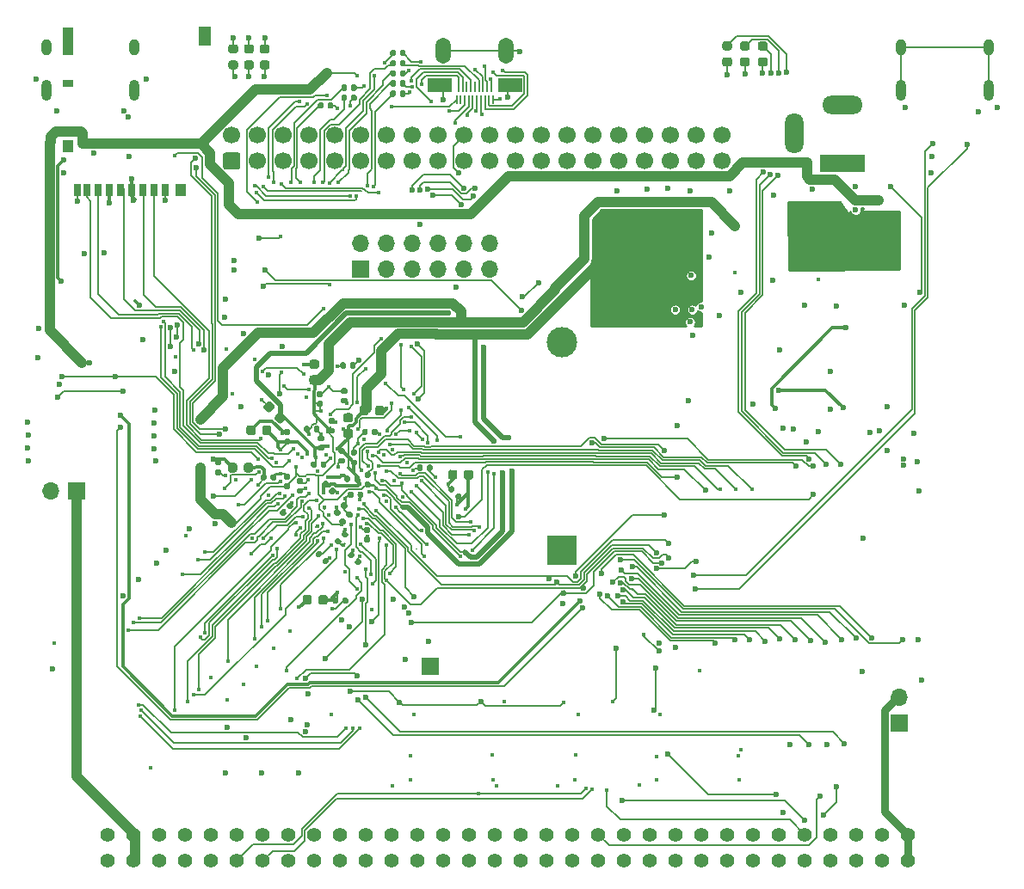
<source format=gbr>
%TF.GenerationSoftware,KiCad,Pcbnew,5.1.10-88a1d61d58~89~ubuntu20.04.1*%
%TF.CreationDate,2021-07-13T22:21:08+02:00*%
%TF.ProjectId,max80,6d617838-302e-46b6-9963-61645f706362,0.01*%
%TF.SameCoordinates,Original*%
%TF.FileFunction,Copper,L4,Bot*%
%TF.FilePolarity,Positive*%
%FSLAX46Y46*%
G04 Gerber Fmt 4.6, Leading zero omitted, Abs format (unit mm)*
G04 Created by KiCad (PCBNEW 5.1.10-88a1d61d58~89~ubuntu20.04.1) date 2021-07-13 22:21:08*
%MOMM*%
%LPD*%
G01*
G04 APERTURE LIST*
%TA.AperFunction,SMDPad,CuDef*%
%ADD10R,0.230000X1.000000*%
%TD*%
%TA.AperFunction,SMDPad,CuDef*%
%ADD11R,0.230000X0.850000*%
%TD*%
%TA.AperFunction,SMDPad,CuDef*%
%ADD12R,2.400000X1.380000*%
%TD*%
%TA.AperFunction,ComponentPad*%
%ADD13O,1.500000X2.550000*%
%TD*%
%TA.AperFunction,ComponentPad*%
%ADD14R,3.000000X3.000000*%
%TD*%
%TA.AperFunction,ComponentPad*%
%ADD15C,3.000000*%
%TD*%
%TA.AperFunction,ComponentPad*%
%ADD16O,1.700000X1.700000*%
%TD*%
%TA.AperFunction,ComponentPad*%
%ADD17R,1.700000X1.700000*%
%TD*%
%TA.AperFunction,SMDPad,CuDef*%
%ADD18R,1.300000X1.900000*%
%TD*%
%TA.AperFunction,SMDPad,CuDef*%
%ADD19R,1.000000X2.800000*%
%TD*%
%TA.AperFunction,SMDPad,CuDef*%
%ADD20R,1.000000X0.800000*%
%TD*%
%TA.AperFunction,SMDPad,CuDef*%
%ADD21R,1.000000X1.200000*%
%TD*%
%TA.AperFunction,SMDPad,CuDef*%
%ADD22R,0.700000X1.200000*%
%TD*%
%TA.AperFunction,ComponentPad*%
%ADD23C,1.700000*%
%TD*%
%TA.AperFunction,ComponentPad*%
%ADD24C,1.422400*%
%TD*%
%TA.AperFunction,ComponentPad*%
%ADD25O,1.000000X2.100000*%
%TD*%
%TA.AperFunction,ComponentPad*%
%ADD26O,1.000000X1.600000*%
%TD*%
%TA.AperFunction,ComponentPad*%
%ADD27R,4.400000X1.800000*%
%TD*%
%TA.AperFunction,ComponentPad*%
%ADD28O,4.000000X1.800000*%
%TD*%
%TA.AperFunction,ComponentPad*%
%ADD29O,1.800000X4.000000*%
%TD*%
%TA.AperFunction,ViaPad*%
%ADD30C,0.600000*%
%TD*%
%TA.AperFunction,ViaPad*%
%ADD31C,0.450000*%
%TD*%
%TA.AperFunction,ViaPad*%
%ADD32C,1.000000*%
%TD*%
%TA.AperFunction,Conductor*%
%ADD33C,0.150000*%
%TD*%
%TA.AperFunction,Conductor*%
%ADD34C,0.300000*%
%TD*%
%TA.AperFunction,Conductor*%
%ADD35C,1.000000*%
%TD*%
%TA.AperFunction,Conductor*%
%ADD36C,0.500000*%
%TD*%
%TA.AperFunction,Conductor*%
%ADD37C,0.200000*%
%TD*%
%TA.AperFunction,Conductor*%
%ADD38C,0.800000*%
%TD*%
%TA.AperFunction,Conductor*%
%ADD39C,0.254000*%
%TD*%
%TA.AperFunction,Conductor*%
%ADD40C,0.100000*%
%TD*%
G04 APERTURE END LIST*
D10*
%TO.P,J5,18*%
%TO.N,+5V*%
X149995000Y-46940000D03*
%TO.P,J5,16*%
%TO.N,HDMI_SDA*%
X150395000Y-46940000D03*
%TO.P,J5,14*%
%TO.N,N/C*%
X150795000Y-46940000D03*
%TO.P,J5,12*%
%TO.N,Net-(C82-Pad1)*%
X151195000Y-46940000D03*
%TO.P,J5,10*%
%TO.N,N/C*%
X151595000Y-46940000D03*
%TO.P,J5,8*%
%TO.N,Net-(C79-Pad1)*%
X151995000Y-46940000D03*
%TO.P,J5,6*%
%TO.N,Net-(C78-Pad1)*%
X152395000Y-46940000D03*
%TO.P,J5,4*%
%TO.N,GND*%
X152795000Y-46940000D03*
%TO.P,J5,2*%
%TO.N,Net-(C75-Pad1)*%
X153195000Y-46940000D03*
D11*
%TO.P,J5,19*%
%TO.N,Net-(J5-Pad19)*%
X149795000Y-48165000D03*
%TO.P,J5,17*%
%TO.N,N/C*%
X150195000Y-48165000D03*
%TO.P,J5,15*%
%TO.N,HDMI_SCL*%
X150595000Y-48165000D03*
%TO.P,J5,13*%
%TO.N,GND*%
X150995000Y-48165000D03*
%TO.P,J5,11*%
%TO.N,Net-(C81-Pad1)*%
X151395000Y-48165000D03*
%TO.P,J5,9*%
%TO.N,Net-(C80-Pad1)*%
X151795000Y-48165000D03*
%TO.P,J5,7*%
%TO.N,GND*%
X152195000Y-48165000D03*
%TO.P,J5,5*%
%TO.N,Net-(C77-Pad1)*%
X152595000Y-48165000D03*
%TO.P,J5,3*%
%TO.N,Net-(C76-Pad1)*%
X152995000Y-48165000D03*
%TO.P,J5,1*%
%TO.N,GND*%
X153395000Y-48165000D03*
D12*
%TO.P,J5,SH*%
%TO.N,Net-(J5-PadSH)*%
X155045000Y-46750000D03*
X148145000Y-46750000D03*
D13*
X154695000Y-43390000D03*
X148495000Y-43390000D03*
%TD*%
D14*
%TO.P,BT1,1*%
%TO.N,Net-(BT1-Pad1)*%
X160170000Y-92570000D03*
D15*
%TO.P,BT1,2*%
%TO.N,GND*%
X160170000Y-72080000D03*
%TD*%
%TO.P,C44,2*%
%TO.N,GND*%
%TA.AperFunction,SMDPad,CuDef*%
G36*
G01*
X141795000Y-79070000D02*
X141795000Y-78570000D01*
G75*
G02*
X142020000Y-78345000I225000J0D01*
G01*
X142470000Y-78345000D01*
G75*
G02*
X142695000Y-78570000I0J-225000D01*
G01*
X142695000Y-79070000D01*
G75*
G02*
X142470000Y-79295000I-225000J0D01*
G01*
X142020000Y-79295000D01*
G75*
G02*
X141795000Y-79070000I0J225000D01*
G01*
G37*
%TD.AperFunction*%
%TO.P,C44,1*%
%TO.N,+1V2*%
%TA.AperFunction,SMDPad,CuDef*%
G36*
G01*
X140245000Y-79070000D02*
X140245000Y-78570000D01*
G75*
G02*
X140470000Y-78345000I225000J0D01*
G01*
X140920000Y-78345000D01*
G75*
G02*
X141145000Y-78570000I0J-225000D01*
G01*
X141145000Y-79070000D01*
G75*
G02*
X140920000Y-79295000I-225000J0D01*
G01*
X140470000Y-79295000D01*
G75*
G02*
X140245000Y-79070000I0J225000D01*
G01*
G37*
%TD.AperFunction*%
%TD*%
D16*
%TO.P,J8,12*%
%TO.N,GND*%
X153050000Y-62310000D03*
%TO.P,J8,11*%
X153050000Y-64850000D03*
%TO.P,J8,10*%
%TO.N,EXT_HF*%
X150510000Y-62310000D03*
%TO.P,J8,9*%
%TO.N,EXT_HD*%
X150510000Y-64850000D03*
%TO.P,J8,8*%
%TO.N,EXT_HH*%
X147970000Y-62310000D03*
%TO.P,J8,7*%
%TO.N,EXT_HC*%
X147970000Y-64850000D03*
%TO.P,J8,6*%
%TO.N,EXT_HG*%
X145430000Y-62310000D03*
%TO.P,J8,5*%
%TO.N,EXT_HB*%
X145430000Y-64850000D03*
%TO.P,J8,4*%
%TO.N,EXT_HE*%
X142890000Y-62310000D03*
%TO.P,J8,3*%
%TO.N,EXT_HA*%
X142890000Y-64850000D03*
%TO.P,J8,2*%
%TO.N,+3V3*%
X140350000Y-62310000D03*
D17*
%TO.P,J8,1*%
X140350000Y-64850000D03*
%TD*%
D18*
%TO.P,J3,11*%
%TO.N,N/C*%
X125035000Y-41965000D03*
D19*
X111535000Y-42415000D03*
D20*
%TO.P,J3,10*%
X111535000Y-46565000D03*
D21*
%TO.P,J3,11*%
X111535000Y-52765000D03*
X122685000Y-57065000D03*
D22*
%TO.P,J3,7*%
%TO.N,/SD_DAT0*%
X114535000Y-57065000D03*
%TO.P,J3,6*%
%TO.N,GND*%
X115635000Y-57065000D03*
%TO.P,J3,5*%
%TO.N,/SD_CLK*%
X116735000Y-57065000D03*
%TO.P,J3,4*%
%TO.N,+3V3*%
X117835000Y-57065000D03*
%TO.P,J3,3*%
%TO.N,/SD_CMD*%
X118935000Y-57065000D03*
%TO.P,J3,2*%
%TO.N,/SD_DAT3*%
X120035000Y-57065000D03*
%TO.P,J3,1*%
%TO.N,/SD_DAT2*%
X121135000Y-57065000D03*
%TO.P,J3,8*%
%TO.N,/SD_DAT1*%
X113435000Y-57065000D03*
%TO.P,J3,9*%
%TO.N,GND*%
X112485000Y-57065000D03*
%TD*%
%TO.P,C82,2*%
%TO.N,HDMI_CK-*%
%TA.AperFunction,SMDPad,CuDef*%
G36*
G01*
X139010000Y-46860000D02*
X139010000Y-47200000D01*
G75*
G02*
X138870000Y-47340000I-140000J0D01*
G01*
X138590000Y-47340000D01*
G75*
G02*
X138450000Y-47200000I0J140000D01*
G01*
X138450000Y-46860000D01*
G75*
G02*
X138590000Y-46720000I140000J0D01*
G01*
X138870000Y-46720000D01*
G75*
G02*
X139010000Y-46860000I0J-140000D01*
G01*
G37*
%TD.AperFunction*%
%TO.P,C82,1*%
%TO.N,Net-(C82-Pad1)*%
%TA.AperFunction,SMDPad,CuDef*%
G36*
G01*
X139970000Y-46860000D02*
X139970000Y-47200000D01*
G75*
G02*
X139830000Y-47340000I-140000J0D01*
G01*
X139550000Y-47340000D01*
G75*
G02*
X139410000Y-47200000I0J140000D01*
G01*
X139410000Y-46860000D01*
G75*
G02*
X139550000Y-46720000I140000J0D01*
G01*
X139830000Y-46720000D01*
G75*
G02*
X139970000Y-46860000I0J-140000D01*
G01*
G37*
%TD.AperFunction*%
%TD*%
%TO.P,C81,2*%
%TO.N,HDMI_CK+*%
%TA.AperFunction,SMDPad,CuDef*%
G36*
G01*
X136710000Y-48610000D02*
X136710000Y-48950000D01*
G75*
G02*
X136570000Y-49090000I-140000J0D01*
G01*
X136290000Y-49090000D01*
G75*
G02*
X136150000Y-48950000I0J140000D01*
G01*
X136150000Y-48610000D01*
G75*
G02*
X136290000Y-48470000I140000J0D01*
G01*
X136570000Y-48470000D01*
G75*
G02*
X136710000Y-48610000I0J-140000D01*
G01*
G37*
%TD.AperFunction*%
%TO.P,C81,1*%
%TO.N,Net-(C81-Pad1)*%
%TA.AperFunction,SMDPad,CuDef*%
G36*
G01*
X137670000Y-48610000D02*
X137670000Y-48950000D01*
G75*
G02*
X137530000Y-49090000I-140000J0D01*
G01*
X137250000Y-49090000D01*
G75*
G02*
X137110000Y-48950000I0J140000D01*
G01*
X137110000Y-48610000D01*
G75*
G02*
X137250000Y-48470000I140000J0D01*
G01*
X137530000Y-48470000D01*
G75*
G02*
X137670000Y-48610000I0J-140000D01*
G01*
G37*
%TD.AperFunction*%
%TD*%
%TO.P,C80,2*%
%TO.N,HDMI_D0-*%
%TA.AperFunction,SMDPad,CuDef*%
G36*
G01*
X139010000Y-47840000D02*
X139010000Y-48180000D01*
G75*
G02*
X138870000Y-48320000I-140000J0D01*
G01*
X138590000Y-48320000D01*
G75*
G02*
X138450000Y-48180000I0J140000D01*
G01*
X138450000Y-47840000D01*
G75*
G02*
X138590000Y-47700000I140000J0D01*
G01*
X138870000Y-47700000D01*
G75*
G02*
X139010000Y-47840000I0J-140000D01*
G01*
G37*
%TD.AperFunction*%
%TO.P,C80,1*%
%TO.N,Net-(C80-Pad1)*%
%TA.AperFunction,SMDPad,CuDef*%
G36*
G01*
X139970000Y-47840000D02*
X139970000Y-48180000D01*
G75*
G02*
X139830000Y-48320000I-140000J0D01*
G01*
X139550000Y-48320000D01*
G75*
G02*
X139410000Y-48180000I0J140000D01*
G01*
X139410000Y-47840000D01*
G75*
G02*
X139550000Y-47700000I140000J0D01*
G01*
X139830000Y-47700000D01*
G75*
G02*
X139970000Y-47840000I0J-140000D01*
G01*
G37*
%TD.AperFunction*%
%TD*%
%TO.P,C79,2*%
%TO.N,HDMI_D0+*%
%TA.AperFunction,SMDPad,CuDef*%
G36*
G01*
X143830000Y-44440000D02*
X143830000Y-44780000D01*
G75*
G02*
X143690000Y-44920000I-140000J0D01*
G01*
X143410000Y-44920000D01*
G75*
G02*
X143270000Y-44780000I0J140000D01*
G01*
X143270000Y-44440000D01*
G75*
G02*
X143410000Y-44300000I140000J0D01*
G01*
X143690000Y-44300000D01*
G75*
G02*
X143830000Y-44440000I0J-140000D01*
G01*
G37*
%TD.AperFunction*%
%TO.P,C79,1*%
%TO.N,Net-(C79-Pad1)*%
%TA.AperFunction,SMDPad,CuDef*%
G36*
G01*
X144790000Y-44440000D02*
X144790000Y-44780000D01*
G75*
G02*
X144650000Y-44920000I-140000J0D01*
G01*
X144370000Y-44920000D01*
G75*
G02*
X144230000Y-44780000I0J140000D01*
G01*
X144230000Y-44440000D01*
G75*
G02*
X144370000Y-44300000I140000J0D01*
G01*
X144650000Y-44300000D01*
G75*
G02*
X144790000Y-44440000I0J-140000D01*
G01*
G37*
%TD.AperFunction*%
%TD*%
%TO.P,C78,2*%
%TO.N,HDMI_D1-*%
%TA.AperFunction,SMDPad,CuDef*%
G36*
G01*
X143830000Y-43440000D02*
X143830000Y-43780000D01*
G75*
G02*
X143690000Y-43920000I-140000J0D01*
G01*
X143410000Y-43920000D01*
G75*
G02*
X143270000Y-43780000I0J140000D01*
G01*
X143270000Y-43440000D01*
G75*
G02*
X143410000Y-43300000I140000J0D01*
G01*
X143690000Y-43300000D01*
G75*
G02*
X143830000Y-43440000I0J-140000D01*
G01*
G37*
%TD.AperFunction*%
%TO.P,C78,1*%
%TO.N,Net-(C78-Pad1)*%
%TA.AperFunction,SMDPad,CuDef*%
G36*
G01*
X144790000Y-43440000D02*
X144790000Y-43780000D01*
G75*
G02*
X144650000Y-43920000I-140000J0D01*
G01*
X144370000Y-43920000D01*
G75*
G02*
X144230000Y-43780000I0J140000D01*
G01*
X144230000Y-43440000D01*
G75*
G02*
X144370000Y-43300000I140000J0D01*
G01*
X144650000Y-43300000D01*
G75*
G02*
X144790000Y-43440000I0J-140000D01*
G01*
G37*
%TD.AperFunction*%
%TD*%
%TO.P,C77,2*%
%TO.N,HDMI_D1+*%
%TA.AperFunction,SMDPad,CuDef*%
G36*
G01*
X143830000Y-45440000D02*
X143830000Y-45780000D01*
G75*
G02*
X143690000Y-45920000I-140000J0D01*
G01*
X143410000Y-45920000D01*
G75*
G02*
X143270000Y-45780000I0J140000D01*
G01*
X143270000Y-45440000D01*
G75*
G02*
X143410000Y-45300000I140000J0D01*
G01*
X143690000Y-45300000D01*
G75*
G02*
X143830000Y-45440000I0J-140000D01*
G01*
G37*
%TD.AperFunction*%
%TO.P,C77,1*%
%TO.N,Net-(C77-Pad1)*%
%TA.AperFunction,SMDPad,CuDef*%
G36*
G01*
X144790000Y-45440000D02*
X144790000Y-45780000D01*
G75*
G02*
X144650000Y-45920000I-140000J0D01*
G01*
X144370000Y-45920000D01*
G75*
G02*
X144230000Y-45780000I0J140000D01*
G01*
X144230000Y-45440000D01*
G75*
G02*
X144370000Y-45300000I140000J0D01*
G01*
X144650000Y-45300000D01*
G75*
G02*
X144790000Y-45440000I0J-140000D01*
G01*
G37*
%TD.AperFunction*%
%TD*%
%TO.P,C76,2*%
%TO.N,HDMI_D2-*%
%TA.AperFunction,SMDPad,CuDef*%
G36*
G01*
X143830000Y-46430000D02*
X143830000Y-46770000D01*
G75*
G02*
X143690000Y-46910000I-140000J0D01*
G01*
X143410000Y-46910000D01*
G75*
G02*
X143270000Y-46770000I0J140000D01*
G01*
X143270000Y-46430000D01*
G75*
G02*
X143410000Y-46290000I140000J0D01*
G01*
X143690000Y-46290000D01*
G75*
G02*
X143830000Y-46430000I0J-140000D01*
G01*
G37*
%TD.AperFunction*%
%TO.P,C76,1*%
%TO.N,Net-(C76-Pad1)*%
%TA.AperFunction,SMDPad,CuDef*%
G36*
G01*
X144790000Y-46430000D02*
X144790000Y-46770000D01*
G75*
G02*
X144650000Y-46910000I-140000J0D01*
G01*
X144370000Y-46910000D01*
G75*
G02*
X144230000Y-46770000I0J140000D01*
G01*
X144230000Y-46430000D01*
G75*
G02*
X144370000Y-46290000I140000J0D01*
G01*
X144650000Y-46290000D01*
G75*
G02*
X144790000Y-46430000I0J-140000D01*
G01*
G37*
%TD.AperFunction*%
%TD*%
%TO.P,C75,2*%
%TO.N,HDMI_D2+*%
%TA.AperFunction,SMDPad,CuDef*%
G36*
G01*
X143830000Y-47430000D02*
X143830000Y-47770000D01*
G75*
G02*
X143690000Y-47910000I-140000J0D01*
G01*
X143410000Y-47910000D01*
G75*
G02*
X143270000Y-47770000I0J140000D01*
G01*
X143270000Y-47430000D01*
G75*
G02*
X143410000Y-47290000I140000J0D01*
G01*
X143690000Y-47290000D01*
G75*
G02*
X143830000Y-47430000I0J-140000D01*
G01*
G37*
%TD.AperFunction*%
%TO.P,C75,1*%
%TO.N,Net-(C75-Pad1)*%
%TA.AperFunction,SMDPad,CuDef*%
G36*
G01*
X144790000Y-47430000D02*
X144790000Y-47770000D01*
G75*
G02*
X144650000Y-47910000I-140000J0D01*
G01*
X144370000Y-47910000D01*
G75*
G02*
X144230000Y-47770000I0J140000D01*
G01*
X144230000Y-47430000D01*
G75*
G02*
X144370000Y-47290000I140000J0D01*
G01*
X144650000Y-47290000D01*
G75*
G02*
X144790000Y-47430000I0J-140000D01*
G01*
G37*
%TD.AperFunction*%
%TD*%
D17*
%TO.P,J6,1*%
%TO.N,GND*%
X147220000Y-104020000D03*
%TD*%
D16*
%TO.P,J7,2*%
%TO.N,/abc80bus/ABC_-12V*%
X193320000Y-107080000D03*
D17*
%TO.P,J7,1*%
%TO.N,/abc80bus/ABC_12V*%
X193320000Y-109620000D03*
%TD*%
%TO.P,C62,2*%
%TO.N,GND*%
%TA.AperFunction,SMDPad,CuDef*%
G36*
G01*
X131836967Y-78573413D02*
X131483413Y-78926967D01*
G75*
G02*
X131165215Y-78926967I-159099J159099D01*
G01*
X130847017Y-78608769D01*
G75*
G02*
X130847017Y-78290571I159099J159099D01*
G01*
X131200571Y-77937017D01*
G75*
G02*
X131518769Y-77937017I159099J-159099D01*
G01*
X131836967Y-78255215D01*
G75*
G02*
X131836967Y-78573413I-159099J-159099D01*
G01*
G37*
%TD.AperFunction*%
%TO.P,C62,1*%
%TO.N,+1V2*%
%TA.AperFunction,SMDPad,CuDef*%
G36*
G01*
X132932983Y-79669429D02*
X132579429Y-80022983D01*
G75*
G02*
X132261231Y-80022983I-159099J159099D01*
G01*
X131943033Y-79704785D01*
G75*
G02*
X131943033Y-79386587I159099J159099D01*
G01*
X132296587Y-79033033D01*
G75*
G02*
X132614785Y-79033033I159099J-159099D01*
G01*
X132932983Y-79351231D01*
G75*
G02*
X132932983Y-79669429I-159099J-159099D01*
G01*
G37*
%TD.AperFunction*%
%TD*%
%TO.P,C69,2*%
%TO.N,GND*%
%TA.AperFunction,SMDPad,CuDef*%
G36*
G01*
X135555000Y-97200000D02*
X135555000Y-97700000D01*
G75*
G02*
X135330000Y-97925000I-225000J0D01*
G01*
X134880000Y-97925000D01*
G75*
G02*
X134655000Y-97700000I0J225000D01*
G01*
X134655000Y-97200000D01*
G75*
G02*
X134880000Y-96975000I225000J0D01*
G01*
X135330000Y-96975000D01*
G75*
G02*
X135555000Y-97200000I0J-225000D01*
G01*
G37*
%TD.AperFunction*%
%TO.P,C69,1*%
%TO.N,+3V3*%
%TA.AperFunction,SMDPad,CuDef*%
G36*
G01*
X137105000Y-97200000D02*
X137105000Y-97700000D01*
G75*
G02*
X136880000Y-97925000I-225000J0D01*
G01*
X136430000Y-97925000D01*
G75*
G02*
X136205000Y-97700000I0J225000D01*
G01*
X136205000Y-97200000D01*
G75*
G02*
X136430000Y-96975000I225000J0D01*
G01*
X136880000Y-96975000D01*
G75*
G02*
X137105000Y-97200000I0J-225000D01*
G01*
G37*
%TD.AperFunction*%
%TD*%
%TO.P,C68,2*%
%TO.N,GND*%
%TA.AperFunction,SMDPad,CuDef*%
G36*
G01*
X128215000Y-84190000D02*
X128215000Y-84690000D01*
G75*
G02*
X127990000Y-84915000I-225000J0D01*
G01*
X127540000Y-84915000D01*
G75*
G02*
X127315000Y-84690000I0J225000D01*
G01*
X127315000Y-84190000D01*
G75*
G02*
X127540000Y-83965000I225000J0D01*
G01*
X127990000Y-83965000D01*
G75*
G02*
X128215000Y-84190000I0J-225000D01*
G01*
G37*
%TD.AperFunction*%
%TO.P,C68,1*%
%TO.N,+3V3*%
%TA.AperFunction,SMDPad,CuDef*%
G36*
G01*
X129765000Y-84190000D02*
X129765000Y-84690000D01*
G75*
G02*
X129540000Y-84915000I-225000J0D01*
G01*
X129090000Y-84915000D01*
G75*
G02*
X128865000Y-84690000I0J225000D01*
G01*
X128865000Y-84190000D01*
G75*
G02*
X129090000Y-83965000I225000J0D01*
G01*
X129540000Y-83965000D01*
G75*
G02*
X129765000Y-84190000I0J-225000D01*
G01*
G37*
%TD.AperFunction*%
%TD*%
%TO.P,C59,2*%
%TO.N,GND*%
%TA.AperFunction,SMDPad,CuDef*%
G36*
G01*
X136040000Y-74705000D02*
X135540000Y-74705000D01*
G75*
G02*
X135315000Y-74480000I0J225000D01*
G01*
X135315000Y-74030000D01*
G75*
G02*
X135540000Y-73805000I225000J0D01*
G01*
X136040000Y-73805000D01*
G75*
G02*
X136265000Y-74030000I0J-225000D01*
G01*
X136265000Y-74480000D01*
G75*
G02*
X136040000Y-74705000I-225000J0D01*
G01*
G37*
%TD.AperFunction*%
%TO.P,C59,1*%
%TO.N,+2V5*%
%TA.AperFunction,SMDPad,CuDef*%
G36*
G01*
X136040000Y-76255000D02*
X135540000Y-76255000D01*
G75*
G02*
X135315000Y-76030000I0J225000D01*
G01*
X135315000Y-75580000D01*
G75*
G02*
X135540000Y-75355000I225000J0D01*
G01*
X136040000Y-75355000D01*
G75*
G02*
X136265000Y-75580000I0J-225000D01*
G01*
X136265000Y-76030000D01*
G75*
G02*
X136040000Y-76255000I-225000J0D01*
G01*
G37*
%TD.AperFunction*%
%TD*%
%TO.P,C50,2*%
%TO.N,GND*%
%TA.AperFunction,SMDPad,CuDef*%
G36*
G01*
X139380000Y-79975000D02*
X138880000Y-79975000D01*
G75*
G02*
X138655000Y-79750000I0J225000D01*
G01*
X138655000Y-79300000D01*
G75*
G02*
X138880000Y-79075000I225000J0D01*
G01*
X139380000Y-79075000D01*
G75*
G02*
X139605000Y-79300000I0J-225000D01*
G01*
X139605000Y-79750000D01*
G75*
G02*
X139380000Y-79975000I-225000J0D01*
G01*
G37*
%TD.AperFunction*%
%TO.P,C50,1*%
%TO.N,+1V2*%
%TA.AperFunction,SMDPad,CuDef*%
G36*
G01*
X139380000Y-81525000D02*
X138880000Y-81525000D01*
G75*
G02*
X138655000Y-81300000I0J225000D01*
G01*
X138655000Y-80850000D01*
G75*
G02*
X138880000Y-80625000I225000J0D01*
G01*
X139380000Y-80625000D01*
G75*
G02*
X139605000Y-80850000I0J-225000D01*
G01*
X139605000Y-81300000D01*
G75*
G02*
X139380000Y-81525000I-225000J0D01*
G01*
G37*
%TD.AperFunction*%
%TD*%
%TO.P,C25,2*%
%TO.N,GND*%
%TA.AperFunction,SMDPad,CuDef*%
G36*
G01*
X150525000Y-85380000D02*
X150525000Y-84880000D01*
G75*
G02*
X150750000Y-84655000I225000J0D01*
G01*
X151200000Y-84655000D01*
G75*
G02*
X151425000Y-84880000I0J-225000D01*
G01*
X151425000Y-85380000D01*
G75*
G02*
X151200000Y-85605000I-225000J0D01*
G01*
X150750000Y-85605000D01*
G75*
G02*
X150525000Y-85380000I0J225000D01*
G01*
G37*
%TD.AperFunction*%
%TO.P,C25,1*%
%TO.N,+3V3*%
%TA.AperFunction,SMDPad,CuDef*%
G36*
G01*
X148975000Y-85380000D02*
X148975000Y-84880000D01*
G75*
G02*
X149200000Y-84655000I225000J0D01*
G01*
X149650000Y-84655000D01*
G75*
G02*
X149875000Y-84880000I0J-225000D01*
G01*
X149875000Y-85380000D01*
G75*
G02*
X149650000Y-85605000I-225000J0D01*
G01*
X149200000Y-85605000D01*
G75*
G02*
X148975000Y-85380000I0J225000D01*
G01*
G37*
%TD.AperFunction*%
%TD*%
%TO.P,C16,2*%
%TO.N,GND*%
%TA.AperFunction,SMDPad,CuDef*%
G36*
G01*
X130025000Y-80500000D02*
X130025000Y-81000000D01*
G75*
G02*
X129800000Y-81225000I-225000J0D01*
G01*
X129350000Y-81225000D01*
G75*
G02*
X129125000Y-81000000I0J225000D01*
G01*
X129125000Y-80500000D01*
G75*
G02*
X129350000Y-80275000I225000J0D01*
G01*
X129800000Y-80275000D01*
G75*
G02*
X130025000Y-80500000I0J-225000D01*
G01*
G37*
%TD.AperFunction*%
%TO.P,C16,1*%
%TO.N,+3V3*%
%TA.AperFunction,SMDPad,CuDef*%
G36*
G01*
X131575000Y-80500000D02*
X131575000Y-81000000D01*
G75*
G02*
X131350000Y-81225000I-225000J0D01*
G01*
X130900000Y-81225000D01*
G75*
G02*
X130675000Y-81000000I0J225000D01*
G01*
X130675000Y-80500000D01*
G75*
G02*
X130900000Y-80275000I225000J0D01*
G01*
X131350000Y-80275000D01*
G75*
G02*
X131575000Y-80500000I0J-225000D01*
G01*
G37*
%TD.AperFunction*%
%TD*%
%TO.P,C28,2*%
%TO.N,GND*%
%TA.AperFunction,SMDPad,CuDef*%
G36*
G01*
X138207782Y-91361802D02*
X138448198Y-91602218D01*
G75*
G02*
X138448198Y-91800208I-98995J-98995D01*
G01*
X138250208Y-91998198D01*
G75*
G02*
X138052218Y-91998198I-98995J98995D01*
G01*
X137811802Y-91757782D01*
G75*
G02*
X137811802Y-91559792I98995J98995D01*
G01*
X138009792Y-91361802D01*
G75*
G02*
X138207782Y-91361802I98995J-98995D01*
G01*
G37*
%TD.AperFunction*%
%TO.P,C28,1*%
%TO.N,+3V3*%
%TA.AperFunction,SMDPad,CuDef*%
G36*
G01*
X138886604Y-90682980D02*
X139127020Y-90923396D01*
G75*
G02*
X139127020Y-91121386I-98995J-98995D01*
G01*
X138929030Y-91319376D01*
G75*
G02*
X138731040Y-91319376I-98995J98995D01*
G01*
X138490624Y-91078960D01*
G75*
G02*
X138490624Y-90880970I98995J98995D01*
G01*
X138688614Y-90682980D01*
G75*
G02*
X138886604Y-90682980I98995J-98995D01*
G01*
G37*
%TD.AperFunction*%
%TD*%
%TO.P,C43,2*%
%TO.N,GND*%
%TA.AperFunction,SMDPad,CuDef*%
G36*
G01*
X133290000Y-85600000D02*
X132950000Y-85600000D01*
G75*
G02*
X132810000Y-85460000I0J140000D01*
G01*
X132810000Y-85180000D01*
G75*
G02*
X132950000Y-85040000I140000J0D01*
G01*
X133290000Y-85040000D01*
G75*
G02*
X133430000Y-85180000I0J-140000D01*
G01*
X133430000Y-85460000D01*
G75*
G02*
X133290000Y-85600000I-140000J0D01*
G01*
G37*
%TD.AperFunction*%
%TO.P,C43,1*%
%TO.N,+2V5*%
%TA.AperFunction,SMDPad,CuDef*%
G36*
G01*
X133290000Y-86560000D02*
X132950000Y-86560000D01*
G75*
G02*
X132810000Y-86420000I0J140000D01*
G01*
X132810000Y-86140000D01*
G75*
G02*
X132950000Y-86000000I140000J0D01*
G01*
X133290000Y-86000000D01*
G75*
G02*
X133430000Y-86140000I0J-140000D01*
G01*
X133430000Y-86420000D01*
G75*
G02*
X133290000Y-86560000I-140000J0D01*
G01*
G37*
%TD.AperFunction*%
%TD*%
%TO.P,C42,2*%
%TO.N,GND*%
%TA.AperFunction,SMDPad,CuDef*%
G36*
G01*
X141220000Y-85430000D02*
X140880000Y-85430000D01*
G75*
G02*
X140740000Y-85290000I0J140000D01*
G01*
X140740000Y-85010000D01*
G75*
G02*
X140880000Y-84870000I140000J0D01*
G01*
X141220000Y-84870000D01*
G75*
G02*
X141360000Y-85010000I0J-140000D01*
G01*
X141360000Y-85290000D01*
G75*
G02*
X141220000Y-85430000I-140000J0D01*
G01*
G37*
%TD.AperFunction*%
%TO.P,C42,1*%
%TO.N,+2V5*%
%TA.AperFunction,SMDPad,CuDef*%
G36*
G01*
X141220000Y-86390000D02*
X140880000Y-86390000D01*
G75*
G02*
X140740000Y-86250000I0J140000D01*
G01*
X140740000Y-85970000D01*
G75*
G02*
X140880000Y-85830000I140000J0D01*
G01*
X141220000Y-85830000D01*
G75*
G02*
X141360000Y-85970000I0J-140000D01*
G01*
X141360000Y-86250000D01*
G75*
G02*
X141220000Y-86390000I-140000J0D01*
G01*
G37*
%TD.AperFunction*%
%TD*%
%TO.P,C41,2*%
%TO.N,GND*%
%TA.AperFunction,SMDPad,CuDef*%
G36*
G01*
X139191629Y-89388787D02*
X138951213Y-89148371D01*
G75*
G02*
X138951213Y-88950381I98995J98995D01*
G01*
X139149203Y-88752391D01*
G75*
G02*
X139347193Y-88752391I98995J-98995D01*
G01*
X139587609Y-88992807D01*
G75*
G02*
X139587609Y-89190797I-98995J-98995D01*
G01*
X139389619Y-89388787D01*
G75*
G02*
X139191629Y-89388787I-98995J98995D01*
G01*
G37*
%TD.AperFunction*%
%TO.P,C41,1*%
%TO.N,+2V5*%
%TA.AperFunction,SMDPad,CuDef*%
G36*
G01*
X138512807Y-90067609D02*
X138272391Y-89827193D01*
G75*
G02*
X138272391Y-89629203I98995J98995D01*
G01*
X138470381Y-89431213D01*
G75*
G02*
X138668371Y-89431213I98995J-98995D01*
G01*
X138908787Y-89671629D01*
G75*
G02*
X138908787Y-89869619I-98995J-98995D01*
G01*
X138710797Y-90067609D01*
G75*
G02*
X138512807Y-90067609I-98995J98995D01*
G01*
G37*
%TD.AperFunction*%
%TD*%
%TO.P,C32,2*%
%TO.N,GND*%
%TA.AperFunction,SMDPad,CuDef*%
G36*
G01*
X137690000Y-80120000D02*
X137350000Y-80120000D01*
G75*
G02*
X137210000Y-79980000I0J140000D01*
G01*
X137210000Y-79700000D01*
G75*
G02*
X137350000Y-79560000I140000J0D01*
G01*
X137690000Y-79560000D01*
G75*
G02*
X137830000Y-79700000I0J-140000D01*
G01*
X137830000Y-79980000D01*
G75*
G02*
X137690000Y-80120000I-140000J0D01*
G01*
G37*
%TD.AperFunction*%
%TO.P,C32,1*%
%TO.N,+2V5*%
%TA.AperFunction,SMDPad,CuDef*%
G36*
G01*
X137690000Y-81080000D02*
X137350000Y-81080000D01*
G75*
G02*
X137210000Y-80940000I0J140000D01*
G01*
X137210000Y-80660000D01*
G75*
G02*
X137350000Y-80520000I140000J0D01*
G01*
X137690000Y-80520000D01*
G75*
G02*
X137830000Y-80660000I0J-140000D01*
G01*
X137830000Y-80940000D01*
G75*
G02*
X137690000Y-81080000I-140000J0D01*
G01*
G37*
%TD.AperFunction*%
%TD*%
%TO.P,C31,2*%
%TO.N,GND*%
%TA.AperFunction,SMDPad,CuDef*%
G36*
G01*
X141150000Y-90850000D02*
X140810000Y-90850000D01*
G75*
G02*
X140670000Y-90710000I0J140000D01*
G01*
X140670000Y-90430000D01*
G75*
G02*
X140810000Y-90290000I140000J0D01*
G01*
X141150000Y-90290000D01*
G75*
G02*
X141290000Y-90430000I0J-140000D01*
G01*
X141290000Y-90710000D01*
G75*
G02*
X141150000Y-90850000I-140000J0D01*
G01*
G37*
%TD.AperFunction*%
%TO.P,C31,1*%
%TO.N,+3V3*%
%TA.AperFunction,SMDPad,CuDef*%
G36*
G01*
X141150000Y-91810000D02*
X140810000Y-91810000D01*
G75*
G02*
X140670000Y-91670000I0J140000D01*
G01*
X140670000Y-91390000D01*
G75*
G02*
X140810000Y-91250000I140000J0D01*
G01*
X141150000Y-91250000D01*
G75*
G02*
X141290000Y-91390000I0J-140000D01*
G01*
X141290000Y-91670000D01*
G75*
G02*
X141150000Y-91810000I-140000J0D01*
G01*
G37*
%TD.AperFunction*%
%TD*%
%TO.P,C30,2*%
%TO.N,GND*%
%TA.AperFunction,SMDPad,CuDef*%
G36*
G01*
X138570000Y-97710000D02*
X138570000Y-97370000D01*
G75*
G02*
X138710000Y-97230000I140000J0D01*
G01*
X138990000Y-97230000D01*
G75*
G02*
X139130000Y-97370000I0J-140000D01*
G01*
X139130000Y-97710000D01*
G75*
G02*
X138990000Y-97850000I-140000J0D01*
G01*
X138710000Y-97850000D01*
G75*
G02*
X138570000Y-97710000I0J140000D01*
G01*
G37*
%TD.AperFunction*%
%TO.P,C30,1*%
%TO.N,+3V3*%
%TA.AperFunction,SMDPad,CuDef*%
G36*
G01*
X137610000Y-97710000D02*
X137610000Y-97370000D01*
G75*
G02*
X137750000Y-97230000I140000J0D01*
G01*
X138030000Y-97230000D01*
G75*
G02*
X138170000Y-97370000I0J-140000D01*
G01*
X138170000Y-97710000D01*
G75*
G02*
X138030000Y-97850000I-140000J0D01*
G01*
X137750000Y-97850000D01*
G75*
G02*
X137610000Y-97710000I0J140000D01*
G01*
G37*
%TD.AperFunction*%
%TD*%
%TO.P,C29,2*%
%TO.N,GND*%
%TA.AperFunction,SMDPad,CuDef*%
G36*
G01*
X139787487Y-93647903D02*
X140027903Y-93407487D01*
G75*
G02*
X140225893Y-93407487I98995J-98995D01*
G01*
X140423883Y-93605477D01*
G75*
G02*
X140423883Y-93803467I-98995J-98995D01*
G01*
X140183467Y-94043883D01*
G75*
G02*
X139985477Y-94043883I-98995J98995D01*
G01*
X139787487Y-93845893D01*
G75*
G02*
X139787487Y-93647903I98995J98995D01*
G01*
G37*
%TD.AperFunction*%
%TO.P,C29,1*%
%TO.N,+3V3*%
%TA.AperFunction,SMDPad,CuDef*%
G36*
G01*
X139108665Y-92969081D02*
X139349081Y-92728665D01*
G75*
G02*
X139547071Y-92728665I98995J-98995D01*
G01*
X139745061Y-92926655D01*
G75*
G02*
X139745061Y-93124645I-98995J-98995D01*
G01*
X139504645Y-93365061D01*
G75*
G02*
X139306655Y-93365061I-98995J98995D01*
G01*
X139108665Y-93167071D01*
G75*
G02*
X139108665Y-92969081I98995J98995D01*
G01*
G37*
%TD.AperFunction*%
%TD*%
%TO.P,C27,2*%
%TO.N,GND*%
%TA.AperFunction,SMDPad,CuDef*%
G36*
G01*
X133317903Y-88542513D02*
X133077487Y-88302097D01*
G75*
G02*
X133077487Y-88104107I98995J98995D01*
G01*
X133275477Y-87906117D01*
G75*
G02*
X133473467Y-87906117I98995J-98995D01*
G01*
X133713883Y-88146533D01*
G75*
G02*
X133713883Y-88344523I-98995J-98995D01*
G01*
X133515893Y-88542513D01*
G75*
G02*
X133317903Y-88542513I-98995J98995D01*
G01*
G37*
%TD.AperFunction*%
%TO.P,C27,1*%
%TO.N,+3V3*%
%TA.AperFunction,SMDPad,CuDef*%
G36*
G01*
X132639081Y-89221335D02*
X132398665Y-88980919D01*
G75*
G02*
X132398665Y-88782929I98995J98995D01*
G01*
X132596655Y-88584939D01*
G75*
G02*
X132794645Y-88584939I98995J-98995D01*
G01*
X133035061Y-88825355D01*
G75*
G02*
X133035061Y-89023345I-98995J-98995D01*
G01*
X132837071Y-89221335D01*
G75*
G02*
X132639081Y-89221335I-98995J98995D01*
G01*
G37*
%TD.AperFunction*%
%TD*%
%TO.P,C26,2*%
%TO.N,GND*%
%TA.AperFunction,SMDPad,CuDef*%
G36*
G01*
X136568787Y-93028371D02*
X136328371Y-93268787D01*
G75*
G02*
X136130381Y-93268787I-98995J98995D01*
G01*
X135932391Y-93070797D01*
G75*
G02*
X135932391Y-92872807I98995J98995D01*
G01*
X136172807Y-92632391D01*
G75*
G02*
X136370797Y-92632391I98995J-98995D01*
G01*
X136568787Y-92830381D01*
G75*
G02*
X136568787Y-93028371I-98995J-98995D01*
G01*
G37*
%TD.AperFunction*%
%TO.P,C26,1*%
%TO.N,+3V3*%
%TA.AperFunction,SMDPad,CuDef*%
G36*
G01*
X137247609Y-93707193D02*
X137007193Y-93947609D01*
G75*
G02*
X136809203Y-93947609I-98995J98995D01*
G01*
X136611213Y-93749619D01*
G75*
G02*
X136611213Y-93551629I98995J98995D01*
G01*
X136851629Y-93311213D01*
G75*
G02*
X137049619Y-93311213I98995J-98995D01*
G01*
X137247609Y-93509203D01*
G75*
G02*
X137247609Y-93707193I-98995J-98995D01*
G01*
G37*
%TD.AperFunction*%
%TD*%
%TO.P,C24,2*%
%TO.N,GND*%
%TA.AperFunction,SMDPad,CuDef*%
G36*
G01*
X146880000Y-84610000D02*
X146880000Y-84270000D01*
G75*
G02*
X147020000Y-84130000I140000J0D01*
G01*
X147300000Y-84130000D01*
G75*
G02*
X147440000Y-84270000I0J-140000D01*
G01*
X147440000Y-84610000D01*
G75*
G02*
X147300000Y-84750000I-140000J0D01*
G01*
X147020000Y-84750000D01*
G75*
G02*
X146880000Y-84610000I0J140000D01*
G01*
G37*
%TD.AperFunction*%
%TO.P,C24,1*%
%TO.N,+3V3*%
%TA.AperFunction,SMDPad,CuDef*%
G36*
G01*
X145920000Y-84610000D02*
X145920000Y-84270000D01*
G75*
G02*
X146060000Y-84130000I140000J0D01*
G01*
X146340000Y-84130000D01*
G75*
G02*
X146480000Y-84270000I0J-140000D01*
G01*
X146480000Y-84610000D01*
G75*
G02*
X146340000Y-84750000I-140000J0D01*
G01*
X146060000Y-84750000D01*
G75*
G02*
X145920000Y-84610000I0J140000D01*
G01*
G37*
%TD.AperFunction*%
%TD*%
%TO.P,C23,2*%
%TO.N,GND*%
%TA.AperFunction,SMDPad,CuDef*%
G36*
G01*
X134210000Y-86450000D02*
X134550000Y-86450000D01*
G75*
G02*
X134690000Y-86590000I0J-140000D01*
G01*
X134690000Y-86870000D01*
G75*
G02*
X134550000Y-87010000I-140000J0D01*
G01*
X134210000Y-87010000D01*
G75*
G02*
X134070000Y-86870000I0J140000D01*
G01*
X134070000Y-86590000D01*
G75*
G02*
X134210000Y-86450000I140000J0D01*
G01*
G37*
%TD.AperFunction*%
%TO.P,C23,1*%
%TO.N,+1V2*%
%TA.AperFunction,SMDPad,CuDef*%
G36*
G01*
X134210000Y-85490000D02*
X134550000Y-85490000D01*
G75*
G02*
X134690000Y-85630000I0J-140000D01*
G01*
X134690000Y-85910000D01*
G75*
G02*
X134550000Y-86050000I-140000J0D01*
G01*
X134210000Y-86050000D01*
G75*
G02*
X134070000Y-85910000I0J140000D01*
G01*
X134070000Y-85630000D01*
G75*
G02*
X134210000Y-85490000I140000J0D01*
G01*
G37*
%TD.AperFunction*%
%TD*%
%TO.P,C22,2*%
%TO.N,GND*%
%TA.AperFunction,SMDPad,CuDef*%
G36*
G01*
X141070000Y-80750000D02*
X141070000Y-81090000D01*
G75*
G02*
X140930000Y-81230000I-140000J0D01*
G01*
X140650000Y-81230000D01*
G75*
G02*
X140510000Y-81090000I0J140000D01*
G01*
X140510000Y-80750000D01*
G75*
G02*
X140650000Y-80610000I140000J0D01*
G01*
X140930000Y-80610000D01*
G75*
G02*
X141070000Y-80750000I0J-140000D01*
G01*
G37*
%TD.AperFunction*%
%TO.P,C22,1*%
%TO.N,+3V3*%
%TA.AperFunction,SMDPad,CuDef*%
G36*
G01*
X142030000Y-80750000D02*
X142030000Y-81090000D01*
G75*
G02*
X141890000Y-81230000I-140000J0D01*
G01*
X141610000Y-81230000D01*
G75*
G02*
X141470000Y-81090000I0J140000D01*
G01*
X141470000Y-80750000D01*
G75*
G02*
X141610000Y-80610000I140000J0D01*
G01*
X141890000Y-80610000D01*
G75*
G02*
X142030000Y-80750000I0J-140000D01*
G01*
G37*
%TD.AperFunction*%
%TD*%
%TO.P,C21,2*%
%TO.N,GND*%
%TA.AperFunction,SMDPad,CuDef*%
G36*
G01*
X149651213Y-87181629D02*
X149891629Y-86941213D01*
G75*
G02*
X150089619Y-86941213I98995J-98995D01*
G01*
X150287609Y-87139203D01*
G75*
G02*
X150287609Y-87337193I-98995J-98995D01*
G01*
X150047193Y-87577609D01*
G75*
G02*
X149849203Y-87577609I-98995J98995D01*
G01*
X149651213Y-87379619D01*
G75*
G02*
X149651213Y-87181629I98995J98995D01*
G01*
G37*
%TD.AperFunction*%
%TO.P,C21,1*%
%TO.N,+3V3*%
%TA.AperFunction,SMDPad,CuDef*%
G36*
G01*
X148972391Y-86502807D02*
X149212807Y-86262391D01*
G75*
G02*
X149410797Y-86262391I98995J-98995D01*
G01*
X149608787Y-86460381D01*
G75*
G02*
X149608787Y-86658371I-98995J-98995D01*
G01*
X149368371Y-86898787D01*
G75*
G02*
X149170381Y-86898787I-98995J98995D01*
G01*
X148972391Y-86700797D01*
G75*
G02*
X148972391Y-86502807I98995J98995D01*
G01*
G37*
%TD.AperFunction*%
%TD*%
%TO.P,C20,2*%
%TO.N,GND*%
%TA.AperFunction,SMDPad,CuDef*%
G36*
G01*
X138671629Y-88488787D02*
X138431213Y-88248371D01*
G75*
G02*
X138431213Y-88050381I98995J98995D01*
G01*
X138629203Y-87852391D01*
G75*
G02*
X138827193Y-87852391I98995J-98995D01*
G01*
X139067609Y-88092807D01*
G75*
G02*
X139067609Y-88290797I-98995J-98995D01*
G01*
X138869619Y-88488787D01*
G75*
G02*
X138671629Y-88488787I-98995J98995D01*
G01*
G37*
%TD.AperFunction*%
%TO.P,C20,1*%
%TO.N,+1V2*%
%TA.AperFunction,SMDPad,CuDef*%
G36*
G01*
X137992807Y-89167609D02*
X137752391Y-88927193D01*
G75*
G02*
X137752391Y-88729203I98995J98995D01*
G01*
X137950381Y-88531213D01*
G75*
G02*
X138148371Y-88531213I98995J-98995D01*
G01*
X138388787Y-88771629D01*
G75*
G02*
X138388787Y-88969619I-98995J-98995D01*
G01*
X138190797Y-89167609D01*
G75*
G02*
X137992807Y-89167609I-98995J98995D01*
G01*
G37*
%TD.AperFunction*%
%TD*%
%TO.P,C19,2*%
%TO.N,GND*%
%TA.AperFunction,SMDPad,CuDef*%
G36*
G01*
X136430000Y-84290000D02*
X136430000Y-83950000D01*
G75*
G02*
X136570000Y-83810000I140000J0D01*
G01*
X136850000Y-83810000D01*
G75*
G02*
X136990000Y-83950000I0J-140000D01*
G01*
X136990000Y-84290000D01*
G75*
G02*
X136850000Y-84430000I-140000J0D01*
G01*
X136570000Y-84430000D01*
G75*
G02*
X136430000Y-84290000I0J140000D01*
G01*
G37*
%TD.AperFunction*%
%TO.P,C19,1*%
%TO.N,+1V2*%
%TA.AperFunction,SMDPad,CuDef*%
G36*
G01*
X135470000Y-84290000D02*
X135470000Y-83950000D01*
G75*
G02*
X135610000Y-83810000I140000J0D01*
G01*
X135890000Y-83810000D01*
G75*
G02*
X136030000Y-83950000I0J-140000D01*
G01*
X136030000Y-84290000D01*
G75*
G02*
X135890000Y-84430000I-140000J0D01*
G01*
X135610000Y-84430000D01*
G75*
G02*
X135470000Y-84290000I0J140000D01*
G01*
G37*
%TD.AperFunction*%
%TD*%
%TO.P,C18,2*%
%TO.N,GND*%
%TA.AperFunction,SMDPad,CuDef*%
G36*
G01*
X137251213Y-86671629D02*
X137491629Y-86431213D01*
G75*
G02*
X137689619Y-86431213I98995J-98995D01*
G01*
X137887609Y-86629203D01*
G75*
G02*
X137887609Y-86827193I-98995J-98995D01*
G01*
X137647193Y-87067609D01*
G75*
G02*
X137449203Y-87067609I-98995J98995D01*
G01*
X137251213Y-86869619D01*
G75*
G02*
X137251213Y-86671629I98995J98995D01*
G01*
G37*
%TD.AperFunction*%
%TO.P,C18,1*%
%TO.N,+1V2*%
%TA.AperFunction,SMDPad,CuDef*%
G36*
G01*
X136572391Y-85992807D02*
X136812807Y-85752391D01*
G75*
G02*
X137010797Y-85752391I98995J-98995D01*
G01*
X137208787Y-85950381D01*
G75*
G02*
X137208787Y-86148371I-98995J-98995D01*
G01*
X136968371Y-86388787D01*
G75*
G02*
X136770381Y-86388787I-98995J98995D01*
G01*
X136572391Y-86190797D01*
G75*
G02*
X136572391Y-85992807I98995J98995D01*
G01*
G37*
%TD.AperFunction*%
%TD*%
%TO.P,C17,2*%
%TO.N,GND*%
%TA.AperFunction,SMDPad,CuDef*%
G36*
G01*
X139320000Y-85370000D02*
X139320000Y-85710000D01*
G75*
G02*
X139180000Y-85850000I-140000J0D01*
G01*
X138900000Y-85850000D01*
G75*
G02*
X138760000Y-85710000I0J140000D01*
G01*
X138760000Y-85370000D01*
G75*
G02*
X138900000Y-85230000I140000J0D01*
G01*
X139180000Y-85230000D01*
G75*
G02*
X139320000Y-85370000I0J-140000D01*
G01*
G37*
%TD.AperFunction*%
%TO.P,C17,1*%
%TO.N,+1V2*%
%TA.AperFunction,SMDPad,CuDef*%
G36*
G01*
X140280000Y-85370000D02*
X140280000Y-85710000D01*
G75*
G02*
X140140000Y-85850000I-140000J0D01*
G01*
X139860000Y-85850000D01*
G75*
G02*
X139720000Y-85710000I0J140000D01*
G01*
X139720000Y-85370000D01*
G75*
G02*
X139860000Y-85230000I140000J0D01*
G01*
X140140000Y-85230000D01*
G75*
G02*
X140280000Y-85370000I0J-140000D01*
G01*
G37*
%TD.AperFunction*%
%TD*%
%TO.P,C15,2*%
%TO.N,GND*%
%TA.AperFunction,SMDPad,CuDef*%
G36*
G01*
X135760000Y-80810000D02*
X135760000Y-80470000D01*
G75*
G02*
X135900000Y-80330000I140000J0D01*
G01*
X136180000Y-80330000D01*
G75*
G02*
X136320000Y-80470000I0J-140000D01*
G01*
X136320000Y-80810000D01*
G75*
G02*
X136180000Y-80950000I-140000J0D01*
G01*
X135900000Y-80950000D01*
G75*
G02*
X135760000Y-80810000I0J140000D01*
G01*
G37*
%TD.AperFunction*%
%TO.P,C15,1*%
%TO.N,+2V5*%
%TA.AperFunction,SMDPad,CuDef*%
G36*
G01*
X134800000Y-80810000D02*
X134800000Y-80470000D01*
G75*
G02*
X134940000Y-80330000I140000J0D01*
G01*
X135220000Y-80330000D01*
G75*
G02*
X135360000Y-80470000I0J-140000D01*
G01*
X135360000Y-80810000D01*
G75*
G02*
X135220000Y-80950000I-140000J0D01*
G01*
X134940000Y-80950000D01*
G75*
G02*
X134800000Y-80810000I0J140000D01*
G01*
G37*
%TD.AperFunction*%
%TD*%
%TO.P,C14,2*%
%TO.N,GND*%
%TA.AperFunction,SMDPad,CuDef*%
G36*
G01*
X138920000Y-77170000D02*
X138580000Y-77170000D01*
G75*
G02*
X138440000Y-77030000I0J140000D01*
G01*
X138440000Y-76750000D01*
G75*
G02*
X138580000Y-76610000I140000J0D01*
G01*
X138920000Y-76610000D01*
G75*
G02*
X139060000Y-76750000I0J-140000D01*
G01*
X139060000Y-77030000D01*
G75*
G02*
X138920000Y-77170000I-140000J0D01*
G01*
G37*
%TD.AperFunction*%
%TO.P,C14,1*%
%TO.N,+3V3*%
%TA.AperFunction,SMDPad,CuDef*%
G36*
G01*
X138920000Y-78130000D02*
X138580000Y-78130000D01*
G75*
G02*
X138440000Y-77990000I0J140000D01*
G01*
X138440000Y-77710000D01*
G75*
G02*
X138580000Y-77570000I140000J0D01*
G01*
X138920000Y-77570000D01*
G75*
G02*
X139060000Y-77710000I0J-140000D01*
G01*
X139060000Y-77990000D01*
G75*
G02*
X138920000Y-78130000I-140000J0D01*
G01*
G37*
%TD.AperFunction*%
%TD*%
%TO.P,C13,2*%
%TO.N,GND*%
%TA.AperFunction,SMDPad,CuDef*%
G36*
G01*
X126510000Y-84220000D02*
X126170000Y-84220000D01*
G75*
G02*
X126030000Y-84080000I0J140000D01*
G01*
X126030000Y-83800000D01*
G75*
G02*
X126170000Y-83660000I140000J0D01*
G01*
X126510000Y-83660000D01*
G75*
G02*
X126650000Y-83800000I0J-140000D01*
G01*
X126650000Y-84080000D01*
G75*
G02*
X126510000Y-84220000I-140000J0D01*
G01*
G37*
%TD.AperFunction*%
%TO.P,C13,1*%
%TO.N,+3V3*%
%TA.AperFunction,SMDPad,CuDef*%
G36*
G01*
X126510000Y-85180000D02*
X126170000Y-85180000D01*
G75*
G02*
X126030000Y-85040000I0J140000D01*
G01*
X126030000Y-84760000D01*
G75*
G02*
X126170000Y-84620000I140000J0D01*
G01*
X126510000Y-84620000D01*
G75*
G02*
X126650000Y-84760000I0J-140000D01*
G01*
X126650000Y-85040000D01*
G75*
G02*
X126510000Y-85180000I-140000J0D01*
G01*
G37*
%TD.AperFunction*%
%TD*%
%TO.P,C12,2*%
%TO.N,GND*%
%TA.AperFunction,SMDPad,CuDef*%
G36*
G01*
X136630000Y-81830000D02*
X136290000Y-81830000D01*
G75*
G02*
X136150000Y-81690000I0J140000D01*
G01*
X136150000Y-81410000D01*
G75*
G02*
X136290000Y-81270000I140000J0D01*
G01*
X136630000Y-81270000D01*
G75*
G02*
X136770000Y-81410000I0J-140000D01*
G01*
X136770000Y-81690000D01*
G75*
G02*
X136630000Y-81830000I-140000J0D01*
G01*
G37*
%TD.AperFunction*%
%TO.P,C12,1*%
%TO.N,+1V2*%
%TA.AperFunction,SMDPad,CuDef*%
G36*
G01*
X136630000Y-82790000D02*
X136290000Y-82790000D01*
G75*
G02*
X136150000Y-82650000I0J140000D01*
G01*
X136150000Y-82370000D01*
G75*
G02*
X136290000Y-82230000I140000J0D01*
G01*
X136630000Y-82230000D01*
G75*
G02*
X136770000Y-82370000I0J-140000D01*
G01*
X136770000Y-82650000D01*
G75*
G02*
X136630000Y-82790000I-140000J0D01*
G01*
G37*
%TD.AperFunction*%
%TD*%
%TO.P,C11,2*%
%TO.N,GND*%
%TA.AperFunction,SMDPad,CuDef*%
G36*
G01*
X139310000Y-74540000D02*
X139310000Y-74200000D01*
G75*
G02*
X139450000Y-74060000I140000J0D01*
G01*
X139730000Y-74060000D01*
G75*
G02*
X139870000Y-74200000I0J-140000D01*
G01*
X139870000Y-74540000D01*
G75*
G02*
X139730000Y-74680000I-140000J0D01*
G01*
X139450000Y-74680000D01*
G75*
G02*
X139310000Y-74540000I0J140000D01*
G01*
G37*
%TD.AperFunction*%
%TO.P,C11,1*%
%TO.N,+3V3*%
%TA.AperFunction,SMDPad,CuDef*%
G36*
G01*
X138350000Y-74540000D02*
X138350000Y-74200000D01*
G75*
G02*
X138490000Y-74060000I140000J0D01*
G01*
X138770000Y-74060000D01*
G75*
G02*
X138910000Y-74200000I0J-140000D01*
G01*
X138910000Y-74540000D01*
G75*
G02*
X138770000Y-74680000I-140000J0D01*
G01*
X138490000Y-74680000D01*
G75*
G02*
X138350000Y-74540000I0J140000D01*
G01*
G37*
%TD.AperFunction*%
%TD*%
%TO.P,C10,2*%
%TO.N,GND*%
%TA.AperFunction,SMDPad,CuDef*%
G36*
G01*
X131500000Y-85560000D02*
X131500000Y-85220000D01*
G75*
G02*
X131640000Y-85080000I140000J0D01*
G01*
X131920000Y-85080000D01*
G75*
G02*
X132060000Y-85220000I0J-140000D01*
G01*
X132060000Y-85560000D01*
G75*
G02*
X131920000Y-85700000I-140000J0D01*
G01*
X131640000Y-85700000D01*
G75*
G02*
X131500000Y-85560000I0J140000D01*
G01*
G37*
%TD.AperFunction*%
%TO.P,C10,1*%
%TO.N,+3V3*%
%TA.AperFunction,SMDPad,CuDef*%
G36*
G01*
X130540000Y-85560000D02*
X130540000Y-85220000D01*
G75*
G02*
X130680000Y-85080000I140000J0D01*
G01*
X130960000Y-85080000D01*
G75*
G02*
X131100000Y-85220000I0J-140000D01*
G01*
X131100000Y-85560000D01*
G75*
G02*
X130960000Y-85700000I-140000J0D01*
G01*
X130680000Y-85700000D01*
G75*
G02*
X130540000Y-85560000I0J140000D01*
G01*
G37*
%TD.AperFunction*%
%TD*%
%TO.P,C9,2*%
%TO.N,GND*%
%TA.AperFunction,SMDPad,CuDef*%
G36*
G01*
X136520000Y-77480000D02*
X136180000Y-77480000D01*
G75*
G02*
X136040000Y-77340000I0J140000D01*
G01*
X136040000Y-77060000D01*
G75*
G02*
X136180000Y-76920000I140000J0D01*
G01*
X136520000Y-76920000D01*
G75*
G02*
X136660000Y-77060000I0J-140000D01*
G01*
X136660000Y-77340000D01*
G75*
G02*
X136520000Y-77480000I-140000J0D01*
G01*
G37*
%TD.AperFunction*%
%TO.P,C9,1*%
%TO.N,+2V5*%
%TA.AperFunction,SMDPad,CuDef*%
G36*
G01*
X136520000Y-78440000D02*
X136180000Y-78440000D01*
G75*
G02*
X136040000Y-78300000I0J140000D01*
G01*
X136040000Y-78020000D01*
G75*
G02*
X136180000Y-77880000I140000J0D01*
G01*
X136520000Y-77880000D01*
G75*
G02*
X136660000Y-78020000I0J-140000D01*
G01*
X136660000Y-78300000D01*
G75*
G02*
X136520000Y-78440000I-140000J0D01*
G01*
G37*
%TD.AperFunction*%
%TD*%
%TO.P,C8,2*%
%TO.N,GND*%
%TA.AperFunction,SMDPad,CuDef*%
G36*
G01*
X133290000Y-81200000D02*
X132950000Y-81200000D01*
G75*
G02*
X132810000Y-81060000I0J140000D01*
G01*
X132810000Y-80780000D01*
G75*
G02*
X132950000Y-80640000I140000J0D01*
G01*
X133290000Y-80640000D01*
G75*
G02*
X133430000Y-80780000I0J-140000D01*
G01*
X133430000Y-81060000D01*
G75*
G02*
X133290000Y-81200000I-140000J0D01*
G01*
G37*
%TD.AperFunction*%
%TO.P,C8,1*%
%TO.N,+3V3*%
%TA.AperFunction,SMDPad,CuDef*%
G36*
G01*
X133290000Y-82160000D02*
X132950000Y-82160000D01*
G75*
G02*
X132810000Y-82020000I0J140000D01*
G01*
X132810000Y-81740000D01*
G75*
G02*
X132950000Y-81600000I140000J0D01*
G01*
X133290000Y-81600000D01*
G75*
G02*
X133430000Y-81740000I0J-140000D01*
G01*
X133430000Y-82020000D01*
G75*
G02*
X133290000Y-82160000I-140000J0D01*
G01*
G37*
%TD.AperFunction*%
%TD*%
%TO.P,C1,2*%
%TO.N,GND*%
%TA.AperFunction,SMDPad,CuDef*%
G36*
G01*
X139660000Y-86930000D02*
X139660000Y-87270000D01*
G75*
G02*
X139520000Y-87410000I-140000J0D01*
G01*
X139240000Y-87410000D01*
G75*
G02*
X139100000Y-87270000I0J140000D01*
G01*
X139100000Y-86930000D01*
G75*
G02*
X139240000Y-86790000I140000J0D01*
G01*
X139520000Y-86790000D01*
G75*
G02*
X139660000Y-86930000I0J-140000D01*
G01*
G37*
%TD.AperFunction*%
%TO.P,C1,1*%
%TO.N,+1V2*%
%TA.AperFunction,SMDPad,CuDef*%
G36*
G01*
X140620000Y-86930000D02*
X140620000Y-87270000D01*
G75*
G02*
X140480000Y-87410000I-140000J0D01*
G01*
X140200000Y-87410000D01*
G75*
G02*
X140060000Y-87270000I0J140000D01*
G01*
X140060000Y-86930000D01*
G75*
G02*
X140200000Y-86790000I140000J0D01*
G01*
X140480000Y-86790000D01*
G75*
G02*
X140620000Y-86930000I0J-140000D01*
G01*
G37*
%TD.AperFunction*%
%TD*%
%TO.P,C66,2*%
%TO.N,GND*%
%TA.AperFunction,SMDPad,CuDef*%
G36*
G01*
X138320000Y-83470000D02*
X138660000Y-83470000D01*
G75*
G02*
X138800000Y-83610000I0J-140000D01*
G01*
X138800000Y-83890000D01*
G75*
G02*
X138660000Y-84030000I-140000J0D01*
G01*
X138320000Y-84030000D01*
G75*
G02*
X138180000Y-83890000I0J140000D01*
G01*
X138180000Y-83610000D01*
G75*
G02*
X138320000Y-83470000I140000J0D01*
G01*
G37*
%TD.AperFunction*%
%TO.P,C66,1*%
%TO.N,+1V2*%
%TA.AperFunction,SMDPad,CuDef*%
G36*
G01*
X138320000Y-82510000D02*
X138660000Y-82510000D01*
G75*
G02*
X138800000Y-82650000I0J-140000D01*
G01*
X138800000Y-82930000D01*
G75*
G02*
X138660000Y-83070000I-140000J0D01*
G01*
X138320000Y-83070000D01*
G75*
G02*
X138180000Y-82930000I0J140000D01*
G01*
X138180000Y-82650000D01*
G75*
G02*
X138320000Y-82510000I140000J0D01*
G01*
G37*
%TD.AperFunction*%
%TD*%
%TO.P,C63,2*%
%TO.N,GND*%
%TA.AperFunction,SMDPad,CuDef*%
G36*
G01*
X139860000Y-83240000D02*
X139520000Y-83240000D01*
G75*
G02*
X139380000Y-83100000I0J140000D01*
G01*
X139380000Y-82820000D01*
G75*
G02*
X139520000Y-82680000I140000J0D01*
G01*
X139860000Y-82680000D01*
G75*
G02*
X140000000Y-82820000I0J-140000D01*
G01*
X140000000Y-83100000D01*
G75*
G02*
X139860000Y-83240000I-140000J0D01*
G01*
G37*
%TD.AperFunction*%
%TO.P,C63,1*%
%TO.N,+1V2*%
%TA.AperFunction,SMDPad,CuDef*%
G36*
G01*
X139860000Y-84200000D02*
X139520000Y-84200000D01*
G75*
G02*
X139380000Y-84060000I0J140000D01*
G01*
X139380000Y-83780000D01*
G75*
G02*
X139520000Y-83640000I140000J0D01*
G01*
X139860000Y-83640000D01*
G75*
G02*
X140000000Y-83780000I0J-140000D01*
G01*
X140000000Y-84060000D01*
G75*
G02*
X139860000Y-84200000I-140000J0D01*
G01*
G37*
%TD.AperFunction*%
%TD*%
D23*
%TO.P,J4,40*%
%TO.N,N/C*%
X175931100Y-51703600D03*
%TO.P,J4,38*%
%TO.N,ESP32_TDI*%
X173391100Y-51703600D03*
%TO.P,J4,36*%
%TO.N,ESP32_TDO*%
X170851100Y-51703600D03*
%TO.P,J4,34*%
%TO.N,ESP32_TCK*%
X168311100Y-51703600D03*
%TO.P,J4,32*%
%TO.N,ESP32_TMS*%
X165771100Y-51703600D03*
%TO.P,J4,30*%
%TO.N,ESP32_IO0*%
X163231100Y-51703600D03*
%TO.P,J4,28*%
%TO.N,ESP32_EN*%
X160691100Y-51703600D03*
%TO.P,J4,26*%
%TO.N,ESP32_MISO*%
X158151100Y-51703600D03*
%TO.P,J4,24*%
%TO.N,ESP32_SCK*%
X155611100Y-51703600D03*
%TO.P,J4,22*%
%TO.N,ESP32_MOSI*%
X153071100Y-51703600D03*
%TO.P,J4,20*%
%TO.N,ESP32_SDA*%
X150531100Y-51703600D03*
%TO.P,J4,18*%
%TO.N,FPGA_GPIO5*%
X147991100Y-51703600D03*
%TO.P,J4,16*%
%TO.N,FPGA_GPIO3*%
X145451100Y-51703600D03*
%TO.P,J4,14*%
%TO.N,FPGA_GPIO1*%
X142911100Y-51703600D03*
%TO.P,J4,12*%
%TO.N,/FPGA_SDA*%
X140371100Y-51703600D03*
%TO.P,J4,10*%
%TO.N,GND*%
X137831100Y-51703600D03*
%TO.P,J4,8*%
%TO.N,N/C*%
X135291100Y-51703600D03*
%TO.P,J4,6*%
X132751100Y-51703600D03*
%TO.P,J4,4*%
%TO.N,+3V3*%
X130211100Y-51703600D03*
%TO.P,J4,2*%
%TO.N,GND*%
X127671100Y-51703600D03*
%TO.P,J4,39*%
X175931100Y-54243600D03*
%TO.P,J4,37*%
X173391100Y-54243600D03*
%TO.P,J4,35*%
X170851100Y-54243600D03*
%TO.P,J4,33*%
X168311100Y-54243600D03*
%TO.P,J4,31*%
%TO.N,+3V3*%
X165771100Y-54243600D03*
%TO.P,J4,29*%
%TO.N,ESP32_RXD*%
X163231100Y-54243600D03*
%TO.P,J4,27*%
%TO.N,ESP32_TXD*%
X160691100Y-54243600D03*
%TO.P,J4,25*%
%TO.N,ESP32_CS0*%
X158151100Y-54243600D03*
%TO.P,J4,23*%
%TO.N,ESP32_CS1*%
X155611100Y-54243600D03*
%TO.P,J4,21*%
%TO.N,ESP32_SCL*%
X153071100Y-54243600D03*
%TO.P,J4,19*%
%TO.N,ESP32_CS2*%
X150531100Y-54243600D03*
%TO.P,J4,17*%
%TO.N,FPGA_GPIO4*%
X147991100Y-54243600D03*
%TO.P,J4,15*%
%TO.N,FPGA_GPIO2*%
X145451100Y-54243600D03*
%TO.P,J4,13*%
%TO.N,FPGA_GPIO0*%
X142911100Y-54243600D03*
%TO.P,J4,11*%
%TO.N,/FPGA_SCL*%
X140371100Y-54243600D03*
%TO.P,J4,9*%
%TO.N,FPGA_TDI*%
X137831100Y-54243600D03*
%TO.P,J4,7*%
%TO.N,FPGA_JTAGEN*%
X135291100Y-54243600D03*
%TO.P,J4,5*%
%TO.N,FPGA_TMS*%
X132751100Y-54243600D03*
%TO.P,J4,3*%
%TO.N,FPGA_TDO*%
X130211100Y-54243600D03*
%TO.P,J4,1*%
%TO.N,FPGA_TCK*%
%TA.AperFunction,ComponentPad*%
G36*
G01*
X128271100Y-55093600D02*
X127071100Y-55093600D01*
G75*
G02*
X126821100Y-54843600I0J250000D01*
G01*
X126821100Y-53643600D01*
G75*
G02*
X127071100Y-53393600I250000J0D01*
G01*
X128271100Y-53393600D01*
G75*
G02*
X128521100Y-53643600I0J-250000D01*
G01*
X128521100Y-54843600D01*
G75*
G02*
X128271100Y-55093600I-250000J0D01*
G01*
G37*
%TD.AperFunction*%
%TD*%
D16*
%TO.P,J1,2*%
%TO.N,Net-(D28-Pad2)*%
X109905000Y-86695000D03*
D17*
%TO.P,J1,1*%
%TO.N,/abc80bus/ABC5V*%
X112445000Y-86695000D03*
%TD*%
D24*
%TO.P,X1,B32*%
%TO.N,/abc80bus/ABC_12V*%
X115501100Y-120593600D03*
%TO.P,X1,B31*%
%TO.N,/abc80bus/ABC5V*%
X118041100Y-120593600D03*
%TO.P,X1,B30*%
%TO.N,N/C*%
X120581100Y-120593600D03*
%TO.P,X1,B29*%
%TO.N,/abc80bus/A0*%
X123121100Y-120593600D03*
%TO.P,X1,B28*%
%TO.N,/abc80bus/A1*%
X125661100Y-120593600D03*
%TO.P,X1,B27*%
%TO.N,/abc80bus/A2*%
X128201100Y-120593600D03*
%TO.P,X1,B26*%
%TO.N,/abc80bus/A3*%
X130741100Y-120593600D03*
%TO.P,X1,B25*%
%TO.N,/abc80bus/A4*%
X133281100Y-120593600D03*
%TO.P,X1,B24*%
%TO.N,/abc80bus/A5*%
X135821100Y-120593600D03*
%TO.P,X1,B23*%
%TO.N,/abc80bus/A6*%
X138361100Y-120593600D03*
%TO.P,X1,B22*%
%TO.N,/abc80bus/A7*%
X140901100Y-120593600D03*
%TO.P,X1,B21*%
%TO.N,/abc80bus/A8*%
X143441100Y-120593600D03*
%TO.P,X1,B20*%
%TO.N,/abc80bus/A9*%
X145981100Y-120593600D03*
%TO.P,X1,B19*%
%TO.N,/abc80bus/A10*%
X148521100Y-120593600D03*
%TO.P,X1,B18*%
%TO.N,/abc80bus/A11*%
X151061100Y-120593600D03*
%TO.P,X1,B17*%
%TO.N,/abc80bus/A12*%
X153601100Y-120593600D03*
%TO.P,X1,B16*%
%TO.N,/abc80bus/A13*%
X156141100Y-120593600D03*
%TO.P,X1,B15*%
%TO.N,/abc80bus/A14*%
X158681100Y-120593600D03*
%TO.P,X1,B14*%
%TO.N,/abc80bus/A15*%
X161221100Y-120593600D03*
%TO.P,X1,B13*%
%TO.N,/abc80bus/~INT*%
X163761100Y-120593600D03*
%TO.P,X1,B12*%
%TO.N,N/C*%
X166301100Y-120593600D03*
%TO.P,X1,B11*%
X168841100Y-120593600D03*
%TO.P,X1,B10*%
X171381100Y-120593600D03*
%TO.P,X1,B9*%
X173921100Y-120593600D03*
%TO.P,X1,B8*%
X176461100Y-120593600D03*
%TO.P,X1,B7*%
X179001100Y-120593600D03*
%TO.P,X1,B6*%
X181541100Y-120593600D03*
%TO.P,X1,B5*%
%TO.N,ABC_CLK_5*%
X184081100Y-120593600D03*
%TO.P,X1,B4*%
%TO.N,/abc80bus/~XMEMFL*%
X186621100Y-120593600D03*
%TO.P,X1,B3*%
%TO.N,/abc80bus/~XMEMW800*%
X189161100Y-120593600D03*
%TO.P,X1,B2*%
%TO.N,GND*%
X191701100Y-120593600D03*
%TO.P,X1,B1*%
%TO.N,/abc80bus/ABC_-12V*%
X194241100Y-120593600D03*
%TO.P,X1,A32*%
%TO.N,/abc80bus/ABC_12V*%
X115501100Y-123133600D03*
%TO.P,X1,A31*%
%TO.N,/abc80bus/ABC5V*%
X118041100Y-123133600D03*
%TO.P,X1,A30*%
%TO.N,/abc80bus/READY*%
X120581100Y-123133600D03*
%TO.P,X1,A29*%
%TO.N,N/C*%
X123121100Y-123133600D03*
%TO.P,X1,A28*%
%TO.N,/abc80bus/~XM*%
X125661100Y-123133600D03*
%TO.P,X1,A27*%
%TO.N,/abc80bus/~XOUTSTB*%
X128201100Y-123133600D03*
%TO.P,X1,A26*%
%TO.N,/abc80bus/~XINPSTB*%
X130741100Y-123133600D03*
%TO.P,X1,A25*%
%TO.N,N/C*%
X133281100Y-123133600D03*
%TO.P,X1,A24*%
%TO.N,/abc80bus/~NMI*%
X135821100Y-123133600D03*
%TO.P,X1,A23*%
%TO.N,/abc80bus/~CS*%
X138361100Y-123133600D03*
%TO.P,X1,A22*%
%TO.N,/abc80bus/~OUT*%
X140901100Y-123133600D03*
%TO.P,X1,A21*%
%TO.N,/abc80bus/~C1*%
X143441100Y-123133600D03*
%TO.P,X1,A20*%
%TO.N,/abc80bus/~C2*%
X145981100Y-123133600D03*
%TO.P,X1,A19*%
%TO.N,/abc80bus/~C3*%
X148521100Y-123133600D03*
%TO.P,X1,A18*%
%TO.N,/abc80bus/~C4*%
X151061100Y-123133600D03*
%TO.P,X1,A17*%
%TO.N,/abc80bus/~INP*%
X153601100Y-123133600D03*
%TO.P,X1,A16*%
%TO.N,/abc80bus/~STATUS*%
X156141100Y-123133600D03*
%TO.P,X1,A15*%
%TO.N,/abc80bus/~RST*%
X158681100Y-123133600D03*
%TO.P,X1,A14*%
%TO.N,N/C*%
X161221100Y-123133600D03*
%TO.P,X1,A13*%
%TO.N,/abc80bus/D0*%
X163761100Y-123133600D03*
%TO.P,X1,A12*%
%TO.N,/abc80bus/D1*%
X166301100Y-123133600D03*
%TO.P,X1,A11*%
%TO.N,/abc80bus/D2*%
X168841100Y-123133600D03*
%TO.P,X1,A10*%
%TO.N,/abc80bus/D3*%
X171381100Y-123133600D03*
%TO.P,X1,A9*%
%TO.N,/abc80bus/D4*%
X173921100Y-123133600D03*
%TO.P,X1,A8*%
%TO.N,/abc80bus/D5*%
X176461100Y-123133600D03*
%TO.P,X1,A7*%
%TO.N,/abc80bus/D6*%
X179001100Y-123133600D03*
%TO.P,X1,A6*%
%TO.N,/abc80bus/D7*%
X181541100Y-123133600D03*
%TO.P,X1,A5*%
%TO.N,/abc80bus/~XMEMW80*%
X184081100Y-123133600D03*
%TO.P,X1,A4*%
%TO.N,GND*%
X186621100Y-123133600D03*
%TO.P,X1,A3*%
%TO.N,/abc80bus/~RESIN*%
X189161100Y-123133600D03*
%TO.P,X1,A2*%
%TO.N,GND*%
X191701100Y-123133600D03*
%TO.P,X1,A1*%
%TO.N,/abc80bus/ABC_-12V*%
X194241100Y-123133600D03*
%TD*%
D25*
%TO.P,USB2,13*%
%TO.N,Net-(USB2-Pad13)*%
X202181100Y-47253600D03*
X193541100Y-47253600D03*
D26*
X202181100Y-43073600D03*
X193541100Y-43073600D03*
%TD*%
D25*
%TO.P,USB1,13*%
%TO.N,Net-(USB1-Pad13)*%
X118051100Y-47233600D03*
X109411100Y-47233600D03*
D26*
X118051100Y-43053600D03*
X109411100Y-43053600D03*
%TD*%
D27*
%TO.P,J2,1*%
%TO.N,Net-(D25-Pad2)*%
X187796100Y-54493600D03*
D28*
%TO.P,J2,2*%
%TO.N,GND*%
X187796100Y-48693600D03*
D29*
%TO.P,J2,3*%
X182996100Y-51493600D03*
%TD*%
%TO.P,D23,2*%
%TO.N,Net-(D23-Pad2)*%
%TA.AperFunction,SMDPad,CuDef*%
G36*
G01*
X130663750Y-44340000D02*
X131176250Y-44340000D01*
G75*
G02*
X131395000Y-44558750I0J-218750D01*
G01*
X131395000Y-44996250D01*
G75*
G02*
X131176250Y-45215000I-218750J0D01*
G01*
X130663750Y-45215000D01*
G75*
G02*
X130445000Y-44996250I0J218750D01*
G01*
X130445000Y-44558750D01*
G75*
G02*
X130663750Y-44340000I218750J0D01*
G01*
G37*
%TD.AperFunction*%
%TO.P,D23,1*%
%TO.N,GND*%
%TA.AperFunction,SMDPad,CuDef*%
G36*
G01*
X130663750Y-42765000D02*
X131176250Y-42765000D01*
G75*
G02*
X131395000Y-42983750I0J-218750D01*
G01*
X131395000Y-43421250D01*
G75*
G02*
X131176250Y-43640000I-218750J0D01*
G01*
X130663750Y-43640000D01*
G75*
G02*
X130445000Y-43421250I0J218750D01*
G01*
X130445000Y-42983750D01*
G75*
G02*
X130663750Y-42765000I218750J0D01*
G01*
G37*
%TD.AperFunction*%
%TD*%
%TO.P,D22,2*%
%TO.N,Net-(D22-Pad2)*%
%TA.AperFunction,SMDPad,CuDef*%
G36*
G01*
X129113750Y-44340000D02*
X129626250Y-44340000D01*
G75*
G02*
X129845000Y-44558750I0J-218750D01*
G01*
X129845000Y-44996250D01*
G75*
G02*
X129626250Y-45215000I-218750J0D01*
G01*
X129113750Y-45215000D01*
G75*
G02*
X128895000Y-44996250I0J218750D01*
G01*
X128895000Y-44558750D01*
G75*
G02*
X129113750Y-44340000I218750J0D01*
G01*
G37*
%TD.AperFunction*%
%TO.P,D22,1*%
%TO.N,GND*%
%TA.AperFunction,SMDPad,CuDef*%
G36*
G01*
X129113750Y-42765000D02*
X129626250Y-42765000D01*
G75*
G02*
X129845000Y-42983750I0J-218750D01*
G01*
X129845000Y-43421250D01*
G75*
G02*
X129626250Y-43640000I-218750J0D01*
G01*
X129113750Y-43640000D01*
G75*
G02*
X128895000Y-43421250I0J218750D01*
G01*
X128895000Y-42983750D01*
G75*
G02*
X129113750Y-42765000I218750J0D01*
G01*
G37*
%TD.AperFunction*%
%TD*%
%TO.P,D17,2*%
%TO.N,Net-(D17-Pad2)*%
%TA.AperFunction,SMDPad,CuDef*%
G36*
G01*
X127563750Y-44340000D02*
X128076250Y-44340000D01*
G75*
G02*
X128295000Y-44558750I0J-218750D01*
G01*
X128295000Y-44996250D01*
G75*
G02*
X128076250Y-45215000I-218750J0D01*
G01*
X127563750Y-45215000D01*
G75*
G02*
X127345000Y-44996250I0J218750D01*
G01*
X127345000Y-44558750D01*
G75*
G02*
X127563750Y-44340000I218750J0D01*
G01*
G37*
%TD.AperFunction*%
%TO.P,D17,1*%
%TO.N,GND*%
%TA.AperFunction,SMDPad,CuDef*%
G36*
G01*
X127563750Y-42765000D02*
X128076250Y-42765000D01*
G75*
G02*
X128295000Y-42983750I0J-218750D01*
G01*
X128295000Y-43421250D01*
G75*
G02*
X128076250Y-43640000I-218750J0D01*
G01*
X127563750Y-43640000D01*
G75*
G02*
X127345000Y-43421250I0J218750D01*
G01*
X127345000Y-42983750D01*
G75*
G02*
X127563750Y-42765000I218750J0D01*
G01*
G37*
%TD.AperFunction*%
%TD*%
%TO.P,D3,2*%
%TO.N,Net-(D3-Pad2)*%
%TA.AperFunction,SMDPad,CuDef*%
G36*
G01*
X176677350Y-43343600D02*
X176164850Y-43343600D01*
G75*
G02*
X175946100Y-43124850I0J218750D01*
G01*
X175946100Y-42687350D01*
G75*
G02*
X176164850Y-42468600I218750J0D01*
G01*
X176677350Y-42468600D01*
G75*
G02*
X176896100Y-42687350I0J-218750D01*
G01*
X176896100Y-43124850D01*
G75*
G02*
X176677350Y-43343600I-218750J0D01*
G01*
G37*
%TD.AperFunction*%
%TO.P,D3,1*%
%TO.N,Net-(D3-Pad1)*%
%TA.AperFunction,SMDPad,CuDef*%
G36*
G01*
X176677350Y-44918600D02*
X176164850Y-44918600D01*
G75*
G02*
X175946100Y-44699850I0J218750D01*
G01*
X175946100Y-44262350D01*
G75*
G02*
X176164850Y-44043600I218750J0D01*
G01*
X176677350Y-44043600D01*
G75*
G02*
X176896100Y-44262350I0J-218750D01*
G01*
X176896100Y-44699850D01*
G75*
G02*
X176677350Y-44918600I-218750J0D01*
G01*
G37*
%TD.AperFunction*%
%TD*%
%TO.P,D2,2*%
%TO.N,Net-(D2-Pad2)*%
%TA.AperFunction,SMDPad,CuDef*%
G36*
G01*
X178427350Y-43343600D02*
X177914850Y-43343600D01*
G75*
G02*
X177696100Y-43124850I0J218750D01*
G01*
X177696100Y-42687350D01*
G75*
G02*
X177914850Y-42468600I218750J0D01*
G01*
X178427350Y-42468600D01*
G75*
G02*
X178646100Y-42687350I0J-218750D01*
G01*
X178646100Y-43124850D01*
G75*
G02*
X178427350Y-43343600I-218750J0D01*
G01*
G37*
%TD.AperFunction*%
%TO.P,D2,1*%
%TO.N,Net-(D2-Pad1)*%
%TA.AperFunction,SMDPad,CuDef*%
G36*
G01*
X178427350Y-44918600D02*
X177914850Y-44918600D01*
G75*
G02*
X177696100Y-44699850I0J218750D01*
G01*
X177696100Y-44262350D01*
G75*
G02*
X177914850Y-44043600I218750J0D01*
G01*
X178427350Y-44043600D01*
G75*
G02*
X178646100Y-44262350I0J-218750D01*
G01*
X178646100Y-44699850D01*
G75*
G02*
X178427350Y-44918600I-218750J0D01*
G01*
G37*
%TD.AperFunction*%
%TD*%
%TO.P,D1,2*%
%TO.N,Net-(D1-Pad2)*%
%TA.AperFunction,SMDPad,CuDef*%
G36*
G01*
X180177350Y-43343600D02*
X179664850Y-43343600D01*
G75*
G02*
X179446100Y-43124850I0J218750D01*
G01*
X179446100Y-42687350D01*
G75*
G02*
X179664850Y-42468600I218750J0D01*
G01*
X180177350Y-42468600D01*
G75*
G02*
X180396100Y-42687350I0J-218750D01*
G01*
X180396100Y-43124850D01*
G75*
G02*
X180177350Y-43343600I-218750J0D01*
G01*
G37*
%TD.AperFunction*%
%TO.P,D1,1*%
%TO.N,Net-(D1-Pad1)*%
%TA.AperFunction,SMDPad,CuDef*%
G36*
G01*
X180177350Y-44918600D02*
X179664850Y-44918600D01*
G75*
G02*
X179446100Y-44699850I0J218750D01*
G01*
X179446100Y-44262350D01*
G75*
G02*
X179664850Y-44043600I218750J0D01*
G01*
X180177350Y-44043600D01*
G75*
G02*
X180396100Y-44262350I0J-218750D01*
G01*
X180396100Y-44699850D01*
G75*
G02*
X180177350Y-44918600I-218750J0D01*
G01*
G37*
%TD.AperFunction*%
%TD*%
D30*
%TO.N,GND*%
X118490000Y-95430000D03*
D31*
X110200000Y-101710000D03*
X130080000Y-103980000D03*
X134260000Y-98190000D03*
X133420000Y-100570000D03*
X159720000Y-115750000D03*
X145280000Y-112810000D03*
X153340000Y-112730000D03*
X154460000Y-107450000D03*
X161490000Y-112710000D03*
X143490000Y-115760000D03*
X167780000Y-115720000D03*
X177560000Y-112820000D03*
X153700000Y-115750000D03*
X127220000Y-107330000D03*
D30*
X108400000Y-46200000D03*
X110480000Y-49280000D03*
X119290000Y-46190000D03*
X118960000Y-71860000D03*
X108650000Y-70710000D03*
D31*
X136141584Y-84795469D03*
X132605932Y-81098027D03*
X138802107Y-87517893D03*
X138080000Y-86870000D03*
X137390000Y-83490000D03*
D30*
X194820000Y-81020000D03*
X195150000Y-83860000D03*
X195290000Y-86770000D03*
X195180000Y-101400000D03*
X195580000Y-105330000D03*
X120210000Y-83760000D03*
X120050000Y-80050000D03*
X120050000Y-81310000D03*
X120070000Y-82540000D03*
D31*
X147738648Y-85362850D03*
X134901080Y-86506680D03*
D30*
X143560000Y-97390000D03*
X171308326Y-102156003D03*
X171310000Y-68870000D03*
X172980000Y-68870000D03*
X185370000Y-80870000D03*
X184170000Y-81870000D03*
X182970000Y-80610000D03*
X186590000Y-78650000D03*
X186580000Y-74980000D03*
X189050000Y-56720000D03*
X201110000Y-49380000D03*
X202970000Y-48970000D03*
X196530000Y-53760000D03*
X196490000Y-55420000D03*
X192180000Y-78460000D03*
X178930000Y-78190000D03*
X181620000Y-72880000D03*
X184760000Y-57040000D03*
X187180000Y-68540000D03*
X184070000Y-68480000D03*
X189800000Y-91370000D03*
X123460000Y-90480000D03*
X121240000Y-92580000D03*
D31*
X136964907Y-83184907D03*
X136442445Y-81128544D03*
D30*
X140200000Y-73860000D03*
D31*
X138468554Y-85221446D03*
X137570000Y-98350000D03*
D30*
X138501239Y-99451239D03*
D31*
X129720000Y-91380000D03*
X137144575Y-85351836D03*
X138178303Y-84316750D03*
X140362326Y-90316288D03*
X137255798Y-89089931D03*
X131330000Y-79850000D03*
X128063388Y-85600010D03*
X125611407Y-105140678D03*
X144936858Y-83961034D03*
D30*
X186260000Y-111690000D03*
D31*
X143650635Y-85714279D03*
X134605843Y-83417214D03*
X138681521Y-92063841D03*
X127710000Y-77150000D03*
X140289951Y-93165270D03*
X136079481Y-90166930D03*
D30*
X134245000Y-114494990D03*
D31*
X119651794Y-114001794D03*
D30*
X130620000Y-114494990D03*
X127095000Y-114494990D03*
D31*
X134183019Y-83103019D03*
X149650000Y-50500013D03*
X152290000Y-49630000D03*
X152569687Y-44909415D03*
X132438146Y-85055962D03*
X137235133Y-76515380D03*
D30*
X114095090Y-53448511D03*
X191366622Y-80766622D03*
X173870000Y-68585010D03*
X189070000Y-59070000D03*
X115101100Y-63270000D03*
D31*
X140081910Y-82071073D03*
X137870000Y-79990000D03*
X141058301Y-82834357D03*
X142901794Y-78601794D03*
X139186742Y-79169089D03*
D30*
X111170000Y-55420000D03*
X130920000Y-42120000D03*
X129370000Y-42120000D03*
X127830000Y-42120000D03*
X174620000Y-63670000D03*
X172870000Y-65520000D03*
D31*
X185420000Y-65920000D03*
X177195000Y-65245000D03*
D30*
X174920000Y-61320000D03*
X176670000Y-57170000D03*
X165620000Y-57170000D03*
X107654008Y-81266000D03*
X107576014Y-79995998D03*
X107604000Y-82536000D03*
X107633997Y-83806003D03*
D31*
X134981886Y-77492137D03*
X137489776Y-92060155D03*
D30*
X125878761Y-83621239D03*
D31*
X133536642Y-87952757D03*
X131284733Y-87155522D03*
D30*
X112480000Y-58190000D03*
X115670000Y-58330000D03*
X117511102Y-49878898D03*
X117030000Y-49300000D03*
X120090000Y-78780000D03*
D31*
X161750000Y-108770000D03*
X169840000Y-108740000D03*
X145560000Y-108750000D03*
X137510000Y-108770000D03*
X177790000Y-112210000D03*
D30*
X182570000Y-111700000D03*
X173020000Y-71410000D03*
X181000000Y-57600000D03*
X193919999Y-48970001D03*
X127890000Y-64970000D03*
D31*
X130629998Y-77740000D03*
X134780000Y-74270000D03*
X154090000Y-48100010D03*
D30*
X134957966Y-110453578D03*
D31*
X169510000Y-112860000D03*
D30*
X128810000Y-71200000D03*
D31*
X149859236Y-88050775D03*
X150695295Y-88534108D03*
X142876823Y-87733721D03*
X142654244Y-83148647D03*
X138810000Y-94670000D03*
D32*
%TO.N,+5V*%
X184270000Y-54410000D03*
D30*
X113660000Y-74140000D03*
X112950000Y-74110000D03*
X128105008Y-59245008D03*
X191296000Y-58070000D03*
D31*
X146340000Y-46690000D03*
X140030000Y-45820000D03*
D30*
%TO.N,Net-(R7-Pad1)*%
X110870000Y-66070000D03*
X111170000Y-54120000D03*
%TO.N,Net-(BT1-Pad1)*%
X116690000Y-79250000D03*
X161932299Y-97556251D03*
D31*
%TO.N,/A2*%
X130325000Y-84845000D03*
X126979266Y-86508412D03*
%TO.N,/IO3*%
X122860000Y-94940000D03*
X132208411Y-87958538D03*
%TO.N,/A11*%
X122070000Y-108350000D03*
X134036673Y-89824917D03*
%TO.N,/IO9*%
X127288181Y-103508181D03*
X136194999Y-89145001D03*
%TO.N,/A6*%
X134406699Y-90351978D03*
X134005118Y-91059089D03*
%TO.N,/A5*%
X130810000Y-91400000D03*
X134712232Y-89243292D03*
D30*
%TO.N,/A10*%
X125853113Y-87219963D03*
D31*
X129635000Y-85600010D03*
%TO.N,/IO12*%
X129896767Y-101275743D03*
X136628747Y-89925432D03*
%TO.N,/IO13*%
X137117895Y-90704173D03*
X130618170Y-100116753D03*
%TO.N,/IO14*%
X131222779Y-99512142D03*
X136139194Y-91668640D03*
%TO.N,/IO15*%
X132500076Y-98351794D03*
X136669491Y-91344059D03*
%TO.N,/IO1*%
X125000000Y-92720000D03*
X132427814Y-86946245D03*
%TO.N,/IO2*%
X124380000Y-93490000D03*
X132940736Y-87257578D03*
D30*
%TO.N,/32KHZ*%
X110961012Y-75484369D03*
D31*
X130293794Y-83556206D03*
D30*
X170270000Y-89080000D03*
X162197171Y-98261514D03*
X116700000Y-80500000D03*
X116194369Y-75484369D03*
X161496413Y-95136414D03*
%TO.N,/RTC_INT*%
X110580000Y-77470000D03*
X116970000Y-76870000D03*
D31*
%TO.N,/SD_DAT1*%
X133720000Y-82620000D03*
%TO.N,/SD_DAT3*%
X130570000Y-81560000D03*
D30*
%TO.N,/SD_CMD*%
X124924968Y-72806155D03*
%TO.N,/SD_CLK*%
X124399958Y-72220000D03*
D31*
%TO.N,/SD_DAT0*%
X123949957Y-72871173D03*
D30*
%TO.N,FPGA_TDI*%
X169999258Y-93816229D03*
X160354552Y-96835448D03*
X146959206Y-57019043D03*
X151462645Y-57718887D03*
D31*
X140644523Y-89401426D03*
D30*
X145341251Y-99722174D03*
D31*
X143190000Y-94850000D03*
D30*
%TO.N,FPGA_TMS*%
X169449140Y-92807131D03*
D31*
X140648950Y-88004654D03*
D30*
X146210638Y-57065576D03*
X159690000Y-95744979D03*
X151632486Y-56949365D03*
%TO.N,FPGA_TDO*%
X170640000Y-91880000D03*
X158898654Y-95345010D03*
X145460651Y-57059508D03*
X150514000Y-56912000D03*
D31*
X141884116Y-88636997D03*
D30*
%TO.N,FPGA_TCK*%
X170700000Y-93310000D03*
X147462635Y-57574990D03*
X150295021Y-58550829D03*
X157853123Y-66242967D03*
X156295065Y-67620000D03*
D31*
X140971786Y-89904331D03*
X142930000Y-95520000D03*
D30*
X162275695Y-96300889D03*
D31*
%TO.N,ABC_CLK_5*%
X164600000Y-116230000D03*
D30*
%TO.N,/FPGA_SCL*%
X183190000Y-84270000D03*
X124201619Y-54911628D03*
X127071357Y-80642126D03*
X163137495Y-81997495D03*
%TO.N,/FPGA_SDA*%
X124090000Y-53940000D03*
X184850000Y-84280000D03*
X126495010Y-81167136D03*
X164279491Y-81597977D03*
D31*
%TO.N,FPGA_SPI_CLK*%
X144253122Y-83329990D03*
X175771100Y-86571100D03*
%TO.N,FGPA_SPI_CS_ESP32*%
X177300000Y-86590000D03*
X142108308Y-82893764D03*
%TO.N,INT_ESP32*%
X143197506Y-82172232D03*
X178850000Y-86590000D03*
D30*
%TO.N,ESP32_TDO*%
X183110000Y-101370000D03*
X165922013Y-95793503D03*
%TO.N,ESP32_TCK*%
X181550000Y-101310000D03*
X166163155Y-96504010D03*
%TO.N,ESP32_TMS*%
X186030000Y-101610000D03*
X166980008Y-95389557D03*
%TO.N,ESP32_IO0*%
X170224075Y-82715925D03*
D31*
X141076194Y-84293546D03*
D30*
%TO.N,ESP32_RXD*%
X189120000Y-101240000D03*
X167080403Y-94203667D03*
%TO.N,ESP32_TXD*%
X187690000Y-101370000D03*
X166037557Y-94542112D03*
%TO.N,ESP32_EN*%
X193720000Y-101350000D03*
X165950052Y-93521789D03*
%TO.N,/ESP32/USB_D-*%
X173140000Y-95050000D03*
X196620000Y-52510000D03*
%TO.N,/ESP32/USB_D+*%
X200010000Y-52590000D03*
X173290000Y-96380000D03*
%TO.N,ESP32_TDI*%
X184610000Y-101440000D03*
X165173909Y-95740038D03*
%TO.N,Net-(D1-Pad2)*%
X184470000Y-83570000D03*
X179950000Y-55360010D03*
X180760000Y-45550000D03*
%TO.N,Net-(D1-Pad1)*%
X179920000Y-45560000D03*
%TO.N,Net-(D2-Pad2)*%
X181510000Y-45560000D03*
X186120000Y-84095000D03*
X180676453Y-55546512D03*
%TO.N,Net-(D2-Pad1)*%
X178180000Y-45680000D03*
%TO.N,Net-(D3-Pad2)*%
X187570000Y-84095000D03*
X181414764Y-55678476D03*
X182290000Y-45530000D03*
%TO.N,Net-(D3-Pad1)*%
X176420000Y-45760000D03*
%TO.N,ESP32_SCL*%
X169477147Y-94354669D03*
X173360000Y-93660000D03*
%TO.N,ESP32_SDA*%
X169692547Y-102499066D03*
D31*
X168210000Y-100860000D03*
D30*
X150033316Y-55444534D03*
%TO.N,ESP32_CS0*%
X180120000Y-101510000D03*
X165692384Y-97087871D03*
%TO.N,ESP32_MISO*%
X178610000Y-101350000D03*
X166210412Y-97630241D03*
%TO.N,ESP32_SCK*%
X177150000Y-101400000D03*
X164642364Y-97074181D03*
%TO.N,ESP32_MOSI*%
X175254525Y-101695032D03*
X163921680Y-96866499D03*
%TO.N,ESP32_CS1*%
X190660000Y-101220000D03*
X164087504Y-94869449D03*
D31*
%TO.N,/FPGA_USB_RXD*%
X120670044Y-70579689D03*
X133285086Y-83794133D03*
%TO.N,/abc80bus/~XINPSTB*%
X163160000Y-116100000D03*
%TO.N,/abc80bus/~XOUTSTB*%
X162530000Y-116040000D03*
X151950000Y-116570000D03*
%TO.N,AD0*%
X138950000Y-110120000D03*
X118478243Y-107787339D03*
X124586097Y-101150315D03*
X132137551Y-92365181D03*
%TO.N,AD1*%
X139580000Y-110100000D03*
X118790000Y-108300000D03*
X125010370Y-100726042D03*
X131687541Y-93058871D03*
%TO.N,AD2*%
X129620000Y-92870000D03*
X131554616Y-91354616D03*
X118680000Y-108910000D03*
X140265000Y-110064998D03*
%TO.N,AD4*%
X140111177Y-89126550D03*
X141389955Y-94950118D03*
%TO.N,AD5*%
X140350359Y-91966207D03*
X141500034Y-95900000D03*
D30*
%TO.N,/FPGA_LED1*%
X130770000Y-66570000D03*
D31*
X137270000Y-66420009D03*
%TO.N,/FPGA_LED2*%
X129917702Y-56702298D03*
X139307935Y-57668674D03*
%TO.N,/FPGA_LED3*%
X139910000Y-57690000D03*
X130117322Y-57372494D03*
D30*
%TO.N,Net-(D17-Pad2)*%
X127950000Y-45940000D03*
%TO.N,Net-(D22-Pad2)*%
X129350000Y-45950000D03*
%TO.N,Net-(D23-Pad2)*%
X130840000Y-45940000D03*
D31*
%TO.N,FPGA_GPIO2*%
X146984061Y-81954925D03*
X144682300Y-79958391D03*
%TO.N,FPGA_GPIO0*%
X145345988Y-79450656D03*
X140441015Y-84680465D03*
%TO.N,FPGA_GPIO5*%
X143830000Y-81179999D03*
X145193341Y-80781325D03*
%TO.N,FPGA_GPIO4*%
X146475012Y-81637304D03*
X145862188Y-80947714D03*
D30*
%TO.N,Net-(C38-Pad2)*%
X181130000Y-78580000D03*
X188114975Y-70674975D03*
%TO.N,Net-(C38-Pad1)*%
X187810000Y-78550000D03*
X181510000Y-76840000D03*
%TO.N,Net-(D26-Pad2)*%
X195344979Y-67169998D03*
X192510001Y-56760000D03*
D31*
%TO.N,/DQMH*%
X135260000Y-88390000D03*
X124446042Y-106306042D03*
%TO.N,/CLK*%
X123946041Y-106806041D03*
X137942236Y-92473309D03*
%TO.N,/CKE*%
X136010000Y-87700000D03*
X123316045Y-107436036D03*
%TO.N,/DQML*%
X118580000Y-99250000D03*
X133699592Y-87121972D03*
D30*
%TO.N,/FPGA_USB_RTS*%
X122350004Y-70370004D03*
X122270000Y-71550000D03*
%TO.N,/FPGA_USB_CTS*%
X121650000Y-72500000D03*
X121645045Y-70650000D03*
D31*
%TO.N,/WE#*%
X118030000Y-99720000D03*
X135274831Y-86976067D03*
%TO.N,/CAS#*%
X117500000Y-100410000D03*
X134569552Y-87778034D03*
%TO.N,/CS#*%
X128309796Y-88119990D03*
X132470000Y-85770000D03*
%TO.N,+3V3*%
X123190000Y-91130000D03*
D30*
X110043000Y-104253000D03*
D31*
X131770000Y-102250000D03*
X145240000Y-115180000D03*
X153360000Y-115200000D03*
X161450000Y-115160000D03*
X177580000Y-115140000D03*
X169510000Y-115180000D03*
X128820000Y-105750000D03*
D30*
X110710000Y-76200002D03*
X118560000Y-68410000D03*
X139220000Y-100120000D03*
X193771100Y-83588900D03*
X193771100Y-84198900D03*
X192176400Y-82743600D03*
X190510000Y-80960000D03*
D31*
X173700000Y-104400000D03*
X173700000Y-104400000D03*
X138100000Y-96700000D03*
D30*
X169730000Y-101750000D03*
D31*
X141489692Y-98427697D03*
D30*
X181930000Y-80580000D03*
X172770000Y-70090000D03*
X172640000Y-77830000D03*
X116955010Y-97040000D03*
X126030000Y-89960000D03*
D31*
X127080000Y-85190000D03*
X132490000Y-82640000D03*
X138090000Y-74440000D03*
X141000000Y-91230000D03*
X145520000Y-84680962D03*
X149018462Y-86012050D03*
X139565665Y-92580584D03*
X138792915Y-90580795D03*
X135124019Y-83114712D03*
X127110000Y-72740000D03*
D30*
X127245000Y-109995000D03*
X135195000Y-106745000D03*
X160270000Y-97845000D03*
X144685354Y-98125601D03*
X189670000Y-104545000D03*
X129120000Y-111004990D03*
X132649989Y-72470000D03*
D31*
X132070000Y-83909990D03*
D30*
X193846622Y-68433378D03*
X175653761Y-69483761D03*
D31*
X142184883Y-81159600D03*
X139030958Y-78096059D03*
D30*
X168508750Y-56981250D03*
X172820000Y-57220000D03*
X170570000Y-56920000D03*
X131286881Y-75304148D03*
X149770000Y-66670000D03*
D31*
X130247607Y-86137607D03*
X132818306Y-88651067D03*
D30*
X118010000Y-58130000D03*
X117850000Y-55960000D03*
X117550000Y-53790000D03*
X113159999Y-63359999D03*
X108610000Y-73610000D03*
X120270000Y-93840000D03*
X171490002Y-80270002D03*
X180900000Y-65970000D03*
X177775000Y-67205000D03*
X127930000Y-64000000D03*
X127000000Y-69590000D03*
X127040000Y-67830000D03*
X122044967Y-74920000D03*
D31*
X122119957Y-73516934D03*
D30*
X128570000Y-78450000D03*
D31*
X129960000Y-73790000D03*
D30*
X146196004Y-60500000D03*
X133495992Y-109236000D03*
X135113451Y-109719860D03*
X144790000Y-103350000D03*
X147020000Y-101540000D03*
D31*
X137273528Y-93313528D03*
X144507475Y-87347808D03*
D30*
X145100778Y-98739224D03*
D31*
X143515487Y-82683074D03*
%TO.N,+2V5*%
X135280000Y-81160000D03*
X138474160Y-90072455D03*
X134038975Y-84385177D03*
X137158000Y-80926043D03*
X136419776Y-78846750D03*
D30*
X183180000Y-58750000D03*
X184270000Y-58670000D03*
X185670000Y-58670000D03*
X186870000Y-58670000D03*
X183270000Y-64470000D03*
X184470000Y-64470000D03*
X185870000Y-64470000D03*
X187470000Y-64470000D03*
X189070000Y-64470000D03*
X190470000Y-64470000D03*
X192270000Y-64470000D03*
X192670000Y-63070000D03*
X191470000Y-62670000D03*
X189470000Y-62670000D03*
X183670000Y-63070000D03*
X185270000Y-63070000D03*
X183470000Y-60270000D03*
X184870000Y-60270000D03*
X190270000Y-59670000D03*
X191470000Y-59670000D03*
X192870000Y-59670000D03*
X192870000Y-61070000D03*
X191670000Y-61270000D03*
X190350000Y-60990000D03*
X190470000Y-63270000D03*
X177220000Y-60620000D03*
X124570000Y-79670000D03*
X124570000Y-84470000D03*
X152480000Y-72610000D03*
X153019989Y-70119989D03*
X155270000Y-84810000D03*
X154899999Y-81509999D03*
X188500000Y-61540000D03*
D31*
X141916567Y-86436351D03*
%TO.N,+1V2*%
X135960000Y-83450000D03*
X135220000Y-85630000D03*
X136700000Y-86860000D03*
X138010000Y-88320000D03*
X140238122Y-87567349D03*
X144440000Y-86000000D03*
X136828442Y-88367093D03*
X138077597Y-82614103D03*
X137153393Y-82347004D03*
X138670373Y-80667568D03*
D30*
X163770000Y-61570000D03*
X168470000Y-59470000D03*
X169470000Y-59470000D03*
X170470000Y-59470000D03*
X168470000Y-60470000D03*
X169470000Y-60470000D03*
X170470000Y-60470000D03*
X168470000Y-62470000D03*
X169470000Y-62470000D03*
X170470000Y-62470000D03*
X170470000Y-63470000D03*
X169470000Y-63470000D03*
X168470000Y-63470000D03*
X168470000Y-64470000D03*
X169470000Y-64470000D03*
X170470000Y-64470000D03*
X170470000Y-65470000D03*
X171470000Y-65470000D03*
X169470000Y-65470000D03*
X168470000Y-65470000D03*
X167470000Y-65470000D03*
X167470000Y-64470000D03*
X166470000Y-64470000D03*
X164470000Y-63470000D03*
X163470000Y-60470000D03*
X164470000Y-60470000D03*
X164470000Y-62470000D03*
X166470000Y-65470000D03*
X147770000Y-71270000D03*
X154330000Y-84920000D03*
X153495000Y-81805000D03*
X148970000Y-69199979D03*
D31*
X142490402Y-85707758D03*
X140239990Y-86070010D03*
%TO.N,Net-(R13-Pad1)*%
X139450000Y-90040000D03*
X140000000Y-96350000D03*
D30*
%TO.N,Net-(R37-Pad2)*%
X145621892Y-97118913D03*
D31*
X140149047Y-88527734D03*
D30*
%TO.N,DATA0*%
X141485010Y-99593371D03*
D31*
X142184871Y-91364614D03*
%TO.N,~C2_ABC_3V3*%
X146580345Y-93159655D03*
X141205847Y-86777986D03*
%TO.N,AD10*%
X142650102Y-87123853D03*
X146849820Y-91996893D03*
%TO.N,~C3_ABC_3V3*%
X146343207Y-90606795D03*
X143780575Y-88329886D03*
%TO.N,DLCK*%
X142909990Y-92090927D03*
X134120986Y-105210988D03*
%TO.N,ASD0*%
X133060000Y-104440000D03*
X139972809Y-95297585D03*
D30*
%TO.N,nCE0*%
X140880000Y-101890000D03*
D31*
X140877223Y-94475306D03*
%TO.N,DD0*%
X146344084Y-85737846D03*
X151522618Y-90660217D03*
%TO.N,DD1*%
X142910185Y-84744558D03*
X151999134Y-90295599D03*
%TO.N,DD2*%
X144254569Y-85015797D03*
X151151641Y-89787731D03*
%TO.N,~XOUTSTB_ABC_3V3*%
X150180456Y-93176330D03*
X141779659Y-84986753D03*
%TO.N,~XMEMFL_ABC_3V3*%
X145843206Y-86216794D03*
X151049953Y-91029815D03*
%TO.N,~XINPSTB_ABC_3V3*%
X150170000Y-81390000D03*
X153500000Y-85049998D03*
X142836068Y-76118962D03*
X151340000Y-92550492D03*
D30*
%TO.N,ABC_CLK_3V3*%
X165521232Y-102208768D03*
D31*
X165180000Y-107500000D03*
D30*
%TO.N,FPGA_SPI_MOSI*%
X174300000Y-86680000D03*
D31*
X141511092Y-83289043D03*
D30*
%TO.N,FPGA_SPI_MISO*%
X171507874Y-85371746D03*
D31*
X142150000Y-84240000D03*
%TO.N,/SD_DAT2*%
X120970054Y-70011689D03*
X131640092Y-83491429D03*
D30*
X121160000Y-58120000D03*
D31*
%TO.N,CLK0n*%
X130695010Y-74979601D03*
X134745046Y-75220000D03*
D30*
%TO.N,Net-(J5-PadSH)*%
X148500000Y-48220011D03*
X156020000Y-43470000D03*
X154830000Y-47980000D03*
D31*
%TO.N,HDMI_CK-*%
X133470000Y-56369979D03*
%TO.N,HDMI_D0+*%
X136600012Y-56369979D03*
%TO.N,HDMI_D1-*%
X137275853Y-56402200D03*
X142710000Y-44530000D03*
X141713919Y-45808332D03*
%TO.N,HDMI_D2+*%
X141581273Y-56784028D03*
%TO.N,HDMI_CK+*%
X134440000Y-56369979D03*
%TO.N,HDMI_D0-*%
X135770000Y-56369979D03*
%TO.N,HDMI_D1+*%
X138157420Y-56368633D03*
%TO.N,HDMI_D2-*%
X140992465Y-56668644D03*
%TO.N,HDMI_SDA*%
X135243368Y-76707438D03*
X147320000Y-48340000D03*
X131269990Y-55863413D03*
X132820010Y-76370000D03*
X134370000Y-48405021D03*
%TO.N,HDMI_HPD*%
X142168184Y-57387885D03*
D30*
X130370000Y-61820000D03*
D31*
X132520000Y-56470000D03*
X132470000Y-61670000D03*
%TO.N,HDMI_SCL*%
X149089996Y-49300004D03*
X132579948Y-75049762D03*
X131770000Y-56320000D03*
D30*
X132370000Y-77170000D03*
D31*
X135087782Y-48605806D03*
%TO.N,FPGA_JTAGEN*%
X152870000Y-84840000D03*
X130821618Y-56774377D03*
D30*
X156150066Y-68925972D03*
D31*
X145318836Y-86816455D03*
D30*
X130959998Y-64949998D03*
%TO.N,FLASH_CS#*%
X184920000Y-87110000D03*
X150018318Y-89270551D03*
%TO.N,/abc80bus/~INT*%
X185539998Y-116809998D03*
%TO.N,/abc80bus/~XMEMW800*%
X166080000Y-117220000D03*
X184040000Y-119170000D03*
%TO.N,/abc80bus/~XMEMW80*%
X181890000Y-118400000D03*
X185880000Y-118630000D03*
X187170000Y-115844990D03*
X170545000Y-112620000D03*
X181260000Y-116605000D03*
%TO.N,INT_ABC_3V3*%
X140114495Y-107295863D03*
X184500000Y-111700000D03*
%TO.N,INT800_ABC_3V3*%
X187960000Y-111600000D03*
X140820000Y-107030000D03*
%TO.N,XM_ABC_3V3*%
X134922698Y-105152291D03*
X140020000Y-104970000D03*
%TO.N,AD16*%
X144190000Y-107540000D03*
X152180000Y-107460000D03*
D31*
X160370000Y-107530000D03*
D30*
X136913761Y-103216240D03*
X139314106Y-106470022D03*
X140505010Y-97435986D03*
%TO.N,DD10*%
X169433486Y-104146514D03*
D31*
X147890000Y-81765718D03*
X145114737Y-78506709D03*
D30*
X169260000Y-108300000D03*
D31*
%TO.N,/FPGA_USB_DTR*%
X122080000Y-53680000D03*
X136729957Y-68780000D03*
%TO.N,Net-(C75-Pad1)*%
X153169988Y-46151512D03*
X145180000Y-47459990D03*
%TO.N,Net-(C76-Pad1)*%
X153393923Y-45536643D03*
X145437200Y-46917899D03*
%TO.N,Net-(C77-Pad1)*%
X154350000Y-45310000D03*
X145070885Y-45347186D03*
%TO.N,Net-(C78-Pad1)*%
X151650000Y-45260000D03*
X146290000Y-44440000D03*
%TO.N,Net-(C80-Pad1)*%
X151708206Y-49348206D03*
X139350000Y-48810010D03*
%TO.N,Net-(C81-Pad1)*%
X138090000Y-49040000D03*
X150830000Y-49700000D03*
%TO.N,Net-(C82-Pad1)*%
X140694829Y-46842875D03*
X145349808Y-46324285D03*
%TO.N,Net-(J5-Pad19)*%
X143419947Y-48850000D03*
X130170000Y-58270000D03*
X137047097Y-47769990D03*
%TO.N,EXT_HB*%
X140692234Y-81635074D03*
X140120000Y-80620000D03*
X144328567Y-72346136D03*
X143407355Y-78070008D03*
X144620000Y-76770000D03*
%TO.N,EXT_HE*%
X140870000Y-74670000D03*
X140048416Y-77976546D03*
D30*
%TO.N,EXT_HC*%
X145973815Y-72221193D03*
X146049058Y-77658439D03*
D31*
%TO.N,EXT_HA*%
X137370000Y-79170000D03*
X142351274Y-71751274D03*
%TO.N,EXT_HH*%
X142949360Y-80833420D03*
X145307504Y-72477413D03*
X144290000Y-78730000D03*
X145615073Y-77141431D03*
%TD*%
D33*
%TO.N,GND*%
X139690000Y-74370000D02*
X140200000Y-73860000D01*
X139430000Y-74370000D02*
X139690000Y-74370000D01*
X136460000Y-81146099D02*
X136442445Y-81128544D01*
X136460000Y-81710000D02*
X136460000Y-81146099D01*
X135953901Y-80640000D02*
X136442445Y-81128544D01*
X135880000Y-80640000D02*
X135953901Y-80640000D01*
X133101973Y-81098027D02*
X133120000Y-81080000D01*
X132605932Y-81098027D02*
X133101973Y-81098027D01*
X126340000Y-84100000D02*
X126340000Y-83940000D01*
X138916274Y-87632060D02*
X138802107Y-87517893D01*
X138916274Y-88113726D02*
X138916274Y-87632060D01*
X137846274Y-86636274D02*
X138080000Y-86870000D01*
X137456274Y-86636274D02*
X137846274Y-86636274D01*
X136760000Y-84120000D02*
X137390000Y-83490000D01*
X136550000Y-84120000D02*
X136760000Y-84120000D01*
X146980000Y-84604202D02*
X147738648Y-85362850D01*
X146980000Y-84500000D02*
X146980000Y-84604202D01*
X134837760Y-86570000D02*
X134901080Y-86506680D01*
X134380000Y-86570000D02*
X134837760Y-86570000D01*
X137929636Y-98350000D02*
X137570000Y-98350000D01*
X138690000Y-97589636D02*
X137929636Y-98350000D01*
X138690000Y-97540000D02*
X138690000Y-97589636D01*
X139121177Y-89148629D02*
X139156274Y-89183726D01*
X138751446Y-85221446D02*
X139100000Y-85570000D01*
X138468554Y-85221446D02*
X138751446Y-85221446D01*
X140330000Y-90348614D02*
X140362326Y-90316288D01*
X140980000Y-90570000D02*
X140616038Y-90570000D01*
X140616038Y-90570000D02*
X140362326Y-90316288D01*
X139360000Y-87200000D02*
X139460000Y-87100000D01*
X139040000Y-87200000D02*
X139360000Y-87200000D01*
X138802107Y-87437893D02*
X139040000Y-87200000D01*
X138802107Y-87517893D02*
X138802107Y-87437893D01*
X138749411Y-88550589D02*
X139269411Y-89070589D01*
X138749411Y-88170589D02*
X138749411Y-88550589D01*
X138178303Y-84001697D02*
X138500000Y-83680000D01*
X138178303Y-84316750D02*
X138178303Y-84001697D01*
D34*
X138338164Y-85351836D02*
X138468554Y-85221446D01*
X137144575Y-85351836D02*
X138338164Y-85351836D01*
X138721446Y-85221446D02*
X139040000Y-85540000D01*
X138468554Y-85221446D02*
X138721446Y-85221446D01*
X132605932Y-81098027D02*
X132605932Y-80807734D01*
X131648198Y-79850000D02*
X131330000Y-79850000D01*
X130475000Y-79850000D02*
X131330000Y-79850000D01*
X129575000Y-80750000D02*
X130475000Y-79850000D01*
X132605932Y-80807734D02*
X131648198Y-79850000D01*
X134365000Y-98190000D02*
X135105000Y-97450000D01*
X134260000Y-98190000D02*
X134365000Y-98190000D01*
D33*
X133120000Y-85480000D02*
X133120000Y-85310556D01*
X133120000Y-85310556D02*
X132881811Y-85072367D01*
X138681521Y-91988479D02*
X138681521Y-92063841D01*
X138799995Y-91870005D02*
X138681521Y-91988479D01*
X138130000Y-91680000D02*
X138513841Y-92063841D01*
X138513841Y-92063841D02*
X138681521Y-92063841D01*
X139992548Y-93612548D02*
X139992548Y-93462673D01*
X139992548Y-93462673D02*
X140289951Y-93165270D01*
X136003070Y-90166930D02*
X136079481Y-90166930D01*
X135926274Y-90243726D02*
X136003070Y-90166930D01*
X149650000Y-50213998D02*
X149650000Y-50500013D01*
X150995000Y-48868998D02*
X149650000Y-50213998D01*
X150995000Y-48165000D02*
X150995000Y-48868998D01*
X152195000Y-49535000D02*
X152290000Y-49630000D01*
X152195000Y-48165000D02*
X152195000Y-49535000D01*
X152795000Y-46403780D02*
X152635012Y-46243792D01*
X152795000Y-46940000D02*
X152795000Y-46403780D01*
X152635012Y-44974740D02*
X152569687Y-44909415D01*
X152635012Y-46243792D02*
X152635012Y-44974740D01*
X131954038Y-85055962D02*
X132438146Y-85055962D01*
X132438146Y-85055972D02*
X132438146Y-85055962D01*
X131620000Y-85390000D02*
X131954038Y-85055962D01*
X132855962Y-85055962D02*
X132438146Y-85055962D01*
X133120000Y-85320000D02*
X132855962Y-85055962D01*
X131847885Y-85087885D02*
X132470059Y-85087885D01*
X132470059Y-85087885D02*
X132438146Y-85055972D01*
X136350000Y-77360000D02*
X136390513Y-77360000D01*
X136390513Y-77360000D02*
X137235133Y-76515380D01*
X138750000Y-76890000D02*
X138750000Y-76880000D01*
X137599753Y-76880000D02*
X137235133Y-76515380D01*
X138750000Y-76880000D02*
X137599753Y-76880000D01*
X139690000Y-82462983D02*
X140081910Y-82071073D01*
X139690000Y-82960000D02*
X139690000Y-82462983D01*
X137590000Y-79990000D02*
X137870000Y-79990000D01*
X137380000Y-79780000D02*
X137590000Y-79990000D01*
D34*
X142433588Y-79070000D02*
X142901794Y-78601794D01*
X142070000Y-79070000D02*
X142433588Y-79070000D01*
D33*
X140081910Y-81558090D02*
X140081910Y-82071073D01*
X140580000Y-81060000D02*
X140081910Y-81558090D01*
X140580000Y-80700000D02*
X140580000Y-81060000D01*
D34*
X139130000Y-79525000D02*
X139130000Y-79225831D01*
X139130000Y-79225831D02*
X139186742Y-79169089D01*
D33*
X137778146Y-79898146D02*
X137870000Y-79990000D01*
X137387893Y-79898146D02*
X137778146Y-79898146D01*
X130920000Y-43202500D02*
X130920000Y-42120000D01*
X129370000Y-43202500D02*
X129370000Y-42120000D01*
X127820000Y-42130000D02*
X127830000Y-42120000D01*
X127820000Y-43202500D02*
X127820000Y-42130000D01*
X136303726Y-92883726D02*
X136666205Y-92883726D01*
X136666205Y-92883726D02*
X137489776Y-92060155D01*
X126340000Y-83940000D02*
X126021239Y-83621239D01*
X126021239Y-83621239D02*
X125878761Y-83621239D01*
D34*
X127765000Y-84440000D02*
X126946239Y-83621239D01*
X126946239Y-83621239D02*
X125878761Y-83621239D01*
D33*
X133282548Y-88206851D02*
X133536642Y-87952757D01*
X133282548Y-88337452D02*
X133282548Y-88206851D01*
X112485000Y-57065000D02*
X112485000Y-58185000D01*
X112485000Y-58185000D02*
X112480000Y-58190000D01*
D34*
X115670000Y-57100000D02*
X115670000Y-58330000D01*
D33*
X130650000Y-77740000D02*
X130629998Y-77740000D01*
X131341992Y-78431992D02*
X130650000Y-77740000D01*
D34*
X134795000Y-74255000D02*
X134780000Y-74270000D01*
X135790000Y-74255000D02*
X134795000Y-74255000D01*
D33*
X153395000Y-48165000D02*
X154025010Y-48165000D01*
X154025010Y-48165000D02*
X154090000Y-48100010D01*
D34*
X150975000Y-86935011D02*
X149859236Y-88050775D01*
X150975000Y-85130000D02*
X150975000Y-88254403D01*
D33*
X149856274Y-88047813D02*
X149859236Y-88050775D01*
D34*
X150975000Y-85130000D02*
X150975000Y-86935011D01*
D33*
X149856274Y-87146274D02*
X149856274Y-88047813D01*
D34*
X150975000Y-88254403D02*
X150695295Y-88534108D01*
D33*
X141058301Y-83500385D02*
X141058301Y-82834357D01*
X141526198Y-84509547D02*
X141526198Y-83968282D01*
X141050000Y-84985745D02*
X141526198Y-84509547D01*
X141526198Y-83968282D02*
X141058301Y-83500385D01*
X141050000Y-85150000D02*
X141050000Y-84985745D01*
D35*
%TO.N,+5V*%
X124670000Y-52550000D02*
X125540000Y-53420000D01*
X113587599Y-52550000D02*
X113639089Y-52498510D01*
X112996101Y-52550000D02*
X113587599Y-52550000D01*
X114602581Y-52550000D02*
X124670000Y-52550000D01*
X112996101Y-51498599D02*
X112996101Y-52550000D01*
X112866101Y-51368599D02*
X112996101Y-51498599D01*
X114551091Y-52498510D02*
X114602581Y-52550000D01*
X110351401Y-51368599D02*
X112866101Y-51368599D01*
X109860000Y-51860000D02*
X110351401Y-51368599D01*
X109860000Y-52314700D02*
X109860000Y-51860000D01*
X113639089Y-52498510D02*
X114551091Y-52498510D01*
X109869999Y-52324699D02*
X109860000Y-52314700D01*
X125510000Y-54555310D02*
X125510000Y-53443200D01*
X128105008Y-59245008D02*
X127400000Y-58540000D01*
X127400000Y-58540000D02*
X127400000Y-56445310D01*
X127400000Y-56445310D02*
X125510000Y-54555310D01*
X109769990Y-70929990D02*
X109769990Y-52410010D01*
X109769990Y-52410010D02*
X109770000Y-52410000D01*
X112950000Y-74110000D02*
X109769990Y-70929990D01*
X151189168Y-59500832D02*
X128360832Y-59500832D01*
X128360832Y-59500832D02*
X128105008Y-59245008D01*
X154946399Y-55743601D02*
X151189168Y-59500832D01*
X176651101Y-55743601D02*
X154946399Y-55743601D01*
X177984702Y-54410000D02*
X176651101Y-55743601D01*
X184270000Y-54410000D02*
X177984702Y-54410000D01*
X186967599Y-56043601D02*
X188993998Y-58070000D01*
X184626389Y-56043601D02*
X186967599Y-56043601D01*
X188993998Y-58070000D02*
X191296000Y-58070000D01*
X184270000Y-55779990D02*
X184580000Y-56089990D01*
X184580000Y-56089990D02*
X184626389Y-56043601D01*
X184270000Y-54410000D02*
X184270000Y-55779990D01*
D33*
X146340000Y-46259998D02*
X146340000Y-46690000D01*
X146764999Y-45834999D02*
X146340000Y-46259998D01*
X149995000Y-46004998D02*
X149825001Y-45834999D01*
X149995000Y-46940000D02*
X149995000Y-46004998D01*
X149825001Y-45834999D02*
X146764999Y-45834999D01*
D35*
X129990000Y-47230000D02*
X135390000Y-47230000D01*
X124670000Y-52550000D02*
X129990000Y-47230000D01*
X135390000Y-47230000D02*
X137070000Y-45550000D01*
D33*
X139760000Y-45550000D02*
X140030000Y-45820000D01*
X137070000Y-45550000D02*
X139760000Y-45550000D01*
D34*
%TO.N,Net-(R7-Pad1)*%
X110870000Y-66070000D02*
X110569999Y-65769999D01*
X110569999Y-65769999D02*
X110569999Y-54720001D01*
X110569999Y-54720001D02*
X111170000Y-54120000D01*
%TO.N,Net-(BT1-Pad1)*%
X135210699Y-105752292D02*
X135392990Y-105570001D01*
X117555011Y-97328001D02*
X116974999Y-97908013D01*
X121817998Y-108875000D02*
X130032001Y-108875000D01*
X153918549Y-105570001D02*
X161932299Y-97556251D01*
X135392990Y-105570001D02*
X153918549Y-105570001D01*
X116974999Y-97908013D02*
X116974999Y-104032001D01*
X117555011Y-80115011D02*
X117555011Y-97328001D01*
X116690000Y-79250000D02*
X117555011Y-80115011D01*
X116974999Y-104032001D02*
X121817998Y-108875000D01*
X133154709Y-105752292D02*
X135210699Y-105752292D01*
X130032001Y-108875000D02*
X133154709Y-105752292D01*
D33*
%TO.N,/A2*%
X127592738Y-85186240D02*
X127592738Y-85894940D01*
X127592738Y-85894940D02*
X126979266Y-86508412D01*
X130020000Y-85150000D02*
X127628978Y-85150000D01*
X130325000Y-84845000D02*
X130020000Y-85150000D01*
X127628978Y-85150000D02*
X127592738Y-85186240D01*
%TO.N,/IO3*%
X128654642Y-90929968D02*
X131329008Y-88255602D01*
X128647195Y-90929968D02*
X128654642Y-90929968D01*
X124637164Y-94940000D02*
X128647195Y-90929968D01*
X122860000Y-94940000D02*
X124637164Y-94940000D01*
X131329008Y-88255602D02*
X131911347Y-88255602D01*
X131911347Y-88255602D02*
X132208411Y-87958538D01*
%TO.N,/A11*%
X133262074Y-90557926D02*
X133262074Y-90387383D01*
X122070000Y-102040000D02*
X131570000Y-92540000D01*
X122070000Y-108350000D02*
X122070000Y-102040000D01*
X133824539Y-89824917D02*
X134036673Y-89824917D01*
X131570000Y-92250000D02*
X133262074Y-90557926D01*
X133262074Y-90387383D02*
X133824539Y-89824917D01*
X131570000Y-92540000D02*
X131570000Y-92250000D01*
%TO.N,/IO9*%
X127288181Y-99397072D02*
X135055152Y-91630101D01*
X135560011Y-90733262D02*
X135560011Y-89910078D01*
X135055152Y-91238120D02*
X135560011Y-90733262D01*
X135055152Y-91630101D02*
X135055152Y-91238120D01*
X135560011Y-89910078D02*
X136194999Y-89275090D01*
X136194999Y-89275090D02*
X136194999Y-89145001D01*
X127288181Y-103508181D02*
X127288181Y-99397072D01*
%TO.N,/A6*%
X134406699Y-90351978D02*
X134005118Y-90753559D01*
X134005118Y-90753559D02*
X134005118Y-91059089D01*
%TO.N,/A5*%
X133981886Y-89243292D02*
X134712232Y-89243292D01*
X130810000Y-91400000D02*
X132122628Y-90087372D01*
X132122628Y-90087372D02*
X133137806Y-90087372D01*
X133137806Y-90087372D02*
X133981886Y-89243292D01*
%TO.N,/A10*%
X128015047Y-87219963D02*
X129635000Y-85600010D01*
X125853113Y-87219963D02*
X128015047Y-87219963D01*
%TO.N,/IO12*%
X135355163Y-91362388D02*
X135798925Y-90918627D01*
X136628747Y-90273666D02*
X136628747Y-89925432D01*
X135983786Y-90918627D02*
X136628747Y-90273666D01*
X135798925Y-90918627D02*
X135983786Y-90918627D01*
X135355163Y-91754369D02*
X135355163Y-91362388D01*
X129896767Y-97212765D02*
X135355163Y-91754369D01*
X129896767Y-101275743D02*
X129896767Y-97212765D01*
%TO.N,/IO13*%
X136128911Y-91218638D02*
X135923193Y-91218638D01*
X135655174Y-91878637D02*
X130618170Y-96915641D01*
X136643376Y-90704173D02*
X136128911Y-91218638D01*
X137117895Y-90704173D02*
X136643376Y-90704173D01*
X130618170Y-96915641D02*
X130618170Y-100116753D01*
X135923193Y-91218638D02*
X135655174Y-91486656D01*
X135655174Y-91486656D02*
X135655174Y-91878637D01*
%TO.N,/IO14*%
X131222779Y-96735311D02*
X136139194Y-91818896D01*
X136139194Y-91818896D02*
X136139194Y-91668640D01*
X131222779Y-99512142D02*
X131222779Y-96735311D01*
%TO.N,/IO15*%
X132500076Y-95973762D02*
X136669491Y-91804347D01*
X136669491Y-91804347D02*
X136669491Y-91344059D01*
X132500076Y-98351794D02*
X132500076Y-95973762D01*
%TO.N,/IO1*%
X125000000Y-92720000D02*
X125899365Y-92720000D01*
X125899365Y-92720000D02*
X131001094Y-87618271D01*
X131001094Y-87618271D02*
X131458405Y-87618271D01*
X131458405Y-87618271D02*
X132130431Y-86946245D01*
X132130431Y-86946245D02*
X132427814Y-86946245D01*
%TO.N,/IO2*%
X124380000Y-93490000D02*
X125553644Y-93490000D01*
X131088053Y-87955591D02*
X131545364Y-87955591D01*
X131545364Y-87955591D02*
X132018378Y-87482577D01*
X125553644Y-93490000D02*
X131088053Y-87955591D01*
X132018378Y-87482577D02*
X132715737Y-87482577D01*
X132715737Y-87482577D02*
X132940736Y-87257578D01*
%TO.N,/32KHZ*%
X110961012Y-75484369D02*
X116194369Y-75484369D01*
X116400001Y-80799999D02*
X116700000Y-80500000D01*
X116400001Y-103987347D02*
X116400001Y-80799999D01*
X130187335Y-109250011D02*
X121662664Y-109250011D01*
X133310043Y-106127303D02*
X130187335Y-109250011D01*
X135366033Y-106127303D02*
X133310043Y-106127303D01*
X154513673Y-105945012D02*
X135548324Y-105945012D01*
X135548324Y-105945012D02*
X135366033Y-106127303D01*
X162197171Y-98261514D02*
X154513673Y-105945012D01*
X121662664Y-109250011D02*
X116400001Y-103987347D01*
X129629770Y-82892182D02*
X130293794Y-83556206D01*
X120194369Y-75484369D02*
X121980000Y-77270000D01*
X124221188Y-82892182D02*
X129629770Y-82892182D01*
X116194369Y-75484369D02*
X120194369Y-75484369D01*
X121980000Y-77270000D02*
X121980000Y-80650994D01*
X121980000Y-80650994D02*
X124221188Y-82892182D01*
X161496413Y-94648977D02*
X161496413Y-95136414D01*
X167065390Y-89080000D02*
X161496413Y-94648977D01*
X170270000Y-89080000D02*
X167065390Y-89080000D01*
%TO.N,/RTC_INT*%
X111180000Y-76870000D02*
X110580000Y-77470000D01*
X116970000Y-76870000D02*
X111180000Y-76870000D01*
D35*
%TO.N,/abc80bus/ABC5V*%
X118140000Y-123034700D02*
X118041100Y-123133600D01*
X118140000Y-120560000D02*
X118140000Y-123034700D01*
X112445000Y-114865000D02*
X118140000Y-120560000D01*
X112445000Y-86695000D02*
X112445000Y-114865000D01*
D33*
%TO.N,/SD_DAT1*%
X122316942Y-69559940D02*
X120754086Y-69559940D01*
X122875005Y-70118003D02*
X122316942Y-69559940D01*
X113435000Y-57815000D02*
X113435000Y-57065000D01*
X122875005Y-71834995D02*
X122875005Y-70118003D01*
X120614015Y-69700011D02*
X115797511Y-69700011D01*
X131916894Y-83101524D02*
X131856798Y-83041428D01*
X133238476Y-83101524D02*
X131916894Y-83101524D01*
X130217870Y-81992149D02*
X124593992Y-81992149D01*
X113796100Y-67698600D02*
X113796100Y-58176100D01*
X113796100Y-58176100D02*
X113435000Y-57815000D01*
X115797511Y-69700011D02*
X113796100Y-67698600D01*
X120754086Y-69559940D02*
X120614015Y-69700011D01*
X122569967Y-72140033D02*
X122875005Y-71834995D01*
X122569967Y-76495688D02*
X122569967Y-72140033D01*
X124593992Y-81992149D02*
X122910011Y-80308168D01*
X122910011Y-80308168D02*
X122910011Y-76835732D01*
X131856798Y-83041428D02*
X131267149Y-83041428D01*
X133720000Y-82620000D02*
X133238476Y-83101524D01*
X122910011Y-76835732D02*
X122569967Y-76495688D01*
X131267149Y-83041428D02*
X130217870Y-81992149D01*
%TO.N,/SD_DAT3*%
X123244968Y-80218846D02*
X124718260Y-81692138D01*
X125449978Y-70985860D02*
X125449978Y-75611466D01*
X130437862Y-81692138D02*
X130570000Y-81560000D01*
X124718260Y-81692138D02*
X130437862Y-81692138D01*
X125449978Y-75611466D02*
X123244968Y-77816474D01*
X120035000Y-65570882D02*
X125449978Y-70985860D01*
X120035000Y-57065000D02*
X120035000Y-65570882D01*
X123244968Y-77816474D02*
X123244968Y-80218846D01*
%TO.N,/SD_CMD*%
X118990000Y-57120000D02*
X118935000Y-57065000D01*
X118990000Y-67392500D02*
X118990000Y-57120000D01*
X120232419Y-68634919D02*
X118990000Y-67392500D01*
X122674758Y-68634919D02*
X120232419Y-68634919D01*
X124924968Y-70885129D02*
X122674758Y-68634919D01*
X124924968Y-72806155D02*
X124924968Y-70885129D01*
%TO.N,/SD_CLK*%
X118189918Y-68959918D02*
X122575478Y-68959918D01*
X117046100Y-67816100D02*
X118189918Y-68959918D01*
X124530000Y-70914440D02*
X124530000Y-72220000D01*
X122575478Y-68959918D02*
X124530000Y-70914440D01*
X117046100Y-56918600D02*
X117046100Y-67816100D01*
%TO.N,/SD_DAT0*%
X123724958Y-72646174D02*
X123949957Y-72871173D01*
X122451210Y-69259929D02*
X123724958Y-70533677D01*
X120499788Y-69259929D02*
X122451210Y-69259929D01*
X123724958Y-70533677D02*
X123724958Y-72646174D01*
X116597500Y-69400000D02*
X120359717Y-69400000D01*
X120359717Y-69400000D02*
X120499788Y-69259929D01*
X114535000Y-67337500D02*
X116597500Y-69400000D01*
X114535000Y-57065000D02*
X114535000Y-67337500D01*
%TO.N,FPGA_TDI*%
X160354552Y-96835448D02*
X160354552Y-96644596D01*
X160354552Y-96644596D02*
X160299978Y-96590022D01*
X149419762Y-57019043D02*
X150419605Y-58018886D01*
X146959206Y-57019043D02*
X149419762Y-57019043D01*
X151162646Y-58018886D02*
X151462645Y-57718887D01*
X150419605Y-58018886D02*
X151162646Y-58018886D01*
X160299978Y-96590022D02*
X157167826Y-99722174D01*
X157167826Y-99722174D02*
X145765515Y-99722174D01*
X145765515Y-99722174D02*
X145341251Y-99722174D01*
X143854999Y-94185001D02*
X143190000Y-94850000D01*
X140644523Y-89401426D02*
X141105293Y-89401426D01*
X142318469Y-90614602D02*
X142519179Y-90614602D01*
X142519179Y-90614602D02*
X143854999Y-91950422D01*
X141105293Y-89401426D02*
X142318469Y-90614602D01*
X143854999Y-91950422D02*
X143854999Y-94185001D01*
X160535846Y-96825890D02*
X162534873Y-96825890D01*
X160299978Y-96590022D02*
X160535846Y-96825890D01*
X162534873Y-96825890D02*
X163299932Y-96060831D01*
X168025965Y-92670487D02*
X169171707Y-93816229D01*
X169171707Y-93816229D02*
X169999258Y-93816229D01*
X165301757Y-92670487D02*
X168025965Y-92670487D01*
X163299932Y-94672312D02*
X165301757Y-92670487D01*
X163299932Y-96060831D02*
X163299932Y-94672312D01*
%TO.N,FPGA_TMS*%
X159690000Y-95730000D02*
X159690000Y-95744979D01*
X146210638Y-57065576D02*
X146210638Y-56641312D01*
X146531949Y-56320001D02*
X149144999Y-56320001D01*
X150766001Y-57437001D02*
X151253637Y-56949365D01*
X151253637Y-56949365D02*
X151632486Y-56949365D01*
X150261999Y-57437001D02*
X150766001Y-57437001D01*
X149144999Y-56320001D02*
X150261999Y-57437001D01*
X146210638Y-56641312D02*
X146531949Y-56320001D01*
X148329978Y-95969978D02*
X159450022Y-95969978D01*
X145040022Y-92286889D02*
X145040022Y-92680022D01*
X141700958Y-89148533D02*
X141901666Y-89148533D01*
X159450022Y-95969978D02*
X159690000Y-95730000D01*
X140648950Y-88096525D02*
X141700958Y-89148533D01*
X140648950Y-88004654D02*
X140648950Y-88096525D01*
X141901666Y-89148533D02*
X145040022Y-92286889D01*
X145040022Y-92680022D02*
X148329978Y-95969978D01*
X159690000Y-95730000D02*
X159925013Y-95965013D01*
X165053221Y-92070465D02*
X168712474Y-92070465D01*
X162335013Y-94788672D02*
X165053221Y-92070465D01*
X159925013Y-95965013D02*
X161834569Y-95965013D01*
X168712474Y-92070465D02*
X169449140Y-92807131D01*
X161834569Y-95965013D02*
X162335013Y-95464569D01*
X162335013Y-95464569D02*
X162335013Y-94788672D01*
%TO.N,FPGA_TDO*%
X158898654Y-95191346D02*
X159020033Y-95069967D01*
X158898654Y-95345010D02*
X158898654Y-95191346D01*
X145460651Y-57059508D02*
X145460651Y-56635244D01*
X149181967Y-55579967D02*
X150514000Y-56912000D01*
X145460651Y-56635244D02*
X146515928Y-55579967D01*
X146515928Y-55579967D02*
X149181967Y-55579967D01*
X145340033Y-92555755D02*
X145340033Y-92092914D01*
X145340033Y-92092914D02*
X141884116Y-88636997D01*
X159020033Y-95069967D02*
X147854245Y-95069967D01*
X147854245Y-95069967D02*
X145340033Y-92555755D01*
X162035002Y-94664404D02*
X165119406Y-91580001D01*
X159020033Y-95069967D02*
X160662963Y-95069967D01*
X161257998Y-95665002D02*
X161710302Y-95665002D01*
X160662963Y-95069967D02*
X161257998Y-95665002D01*
X170340001Y-91580001D02*
X170640000Y-91880000D01*
X162035002Y-95340302D02*
X162035002Y-94664404D01*
X165119406Y-91580001D02*
X170340001Y-91580001D01*
X161710302Y-95665002D02*
X162035002Y-95340302D01*
%TO.N,FPGA_TCK*%
X147514306Y-57523319D02*
X147462635Y-57574990D01*
X149319182Y-57574990D02*
X150295021Y-58550829D01*
X147462635Y-57574990D02*
X149319182Y-57574990D01*
X156476090Y-67620000D02*
X156295065Y-67620000D01*
X157853123Y-66242967D02*
X156476090Y-67620000D01*
X141140535Y-89904331D02*
X142150817Y-90914613D01*
X142739998Y-94633998D02*
X142739998Y-95329998D01*
X142739998Y-95329998D02*
X142930000Y-95520000D01*
X143533241Y-92052942D02*
X143533241Y-93840755D01*
X140971786Y-89904331D02*
X141140535Y-89904331D01*
X142150817Y-90914613D02*
X142394912Y-90914613D01*
X143533241Y-93840755D02*
X142739998Y-94633998D01*
X142394912Y-90914613D02*
X143533241Y-92052942D01*
X170400001Y-93010001D02*
X170028484Y-93010001D01*
X146243721Y-97872001D02*
X145282001Y-97872001D01*
X162005573Y-96269989D02*
X147845733Y-96269989D01*
X145282001Y-97872001D02*
X142930000Y-95520000D01*
X147845733Y-96269989D02*
X146243721Y-97872001D01*
X162635024Y-94912940D02*
X162635024Y-95640538D01*
X165177489Y-92370476D02*
X162635024Y-94912940D01*
X169119746Y-93339989D02*
X168150233Y-92370476D01*
X169698496Y-93339989D02*
X169119746Y-93339989D01*
X170700000Y-93310000D02*
X170400001Y-93010001D01*
X168150233Y-92370476D02*
X165177489Y-92370476D01*
X170028484Y-93010001D02*
X169698496Y-93339989D01*
X162160889Y-96300889D02*
X162067781Y-96207781D01*
X162275695Y-96300889D02*
X162160889Y-96300889D01*
X162067781Y-96207781D02*
X162005573Y-96269989D01*
X162635024Y-95640538D02*
X162067781Y-96207781D01*
%TO.N,ABC_CLK_5*%
X165890000Y-119070000D02*
X164600000Y-117780000D01*
X182557500Y-119070000D02*
X165890000Y-119070000D01*
X164600000Y-117780000D02*
X164600000Y-116230000D01*
X184081100Y-120593600D02*
X182557500Y-119070000D01*
%TO.N,/FPGA_SCL*%
X170160685Y-83395013D02*
X169188670Y-82422998D01*
X183190000Y-84270000D02*
X182880011Y-83960011D01*
X173864629Y-83395013D02*
X170160685Y-83395013D01*
X163898222Y-82422998D02*
X163472719Y-81997495D01*
X182880011Y-83960011D02*
X174429626Y-83960011D01*
X174429626Y-83960011D02*
X173864629Y-83395013D01*
X169188670Y-82422998D02*
X163898222Y-82422998D01*
X163472719Y-81997495D02*
X163137495Y-81997495D01*
X126050000Y-75860001D02*
X123844990Y-78065010D01*
X124201619Y-55777341D02*
X126000629Y-57576350D01*
X124201619Y-54911628D02*
X124201619Y-55777341D01*
X123844990Y-78065010D02*
X123844990Y-79970310D01*
X123844990Y-79970310D02*
X124516806Y-80642126D01*
X124516806Y-80642126D02*
X127071357Y-80642126D01*
X126050000Y-70129999D02*
X126050000Y-75860001D01*
X126000629Y-57576350D02*
X126000629Y-70080628D01*
X126000629Y-70080628D02*
X126050000Y-70129999D01*
%TO.N,/FPGA_SDA*%
X174553894Y-83660000D02*
X172491871Y-81597977D01*
X172491871Y-81597977D02*
X164279491Y-81597977D01*
X183805736Y-83660000D02*
X174553894Y-83660000D01*
X184850000Y-84280000D02*
X184425736Y-84280000D01*
X184425736Y-84280000D02*
X183805736Y-83660000D01*
X124617537Y-81167136D02*
X126495010Y-81167136D01*
X123544979Y-80094578D02*
X124617537Y-81167136D01*
X125700618Y-70204896D02*
X125749989Y-70254267D01*
X125700618Y-57700618D02*
X125700618Y-70204896D01*
X123676618Y-55676618D02*
X125700618Y-57700618D01*
X123544979Y-77940742D02*
X123544979Y-80094578D01*
X125749989Y-70254267D02*
X125749989Y-75735733D01*
X123676618Y-54353382D02*
X123676618Y-55676618D01*
X124090000Y-53940000D02*
X123676618Y-54353382D01*
X125749989Y-75735733D02*
X123544979Y-77940742D01*
%TO.N,FPGA_SPI_CLK*%
X144570000Y-83230000D02*
X144430000Y-83230000D01*
X144570000Y-83230000D02*
X144353112Y-83230000D01*
X144353112Y-83230000D02*
X144253122Y-83329990D01*
X146262132Y-83304968D02*
X152362195Y-83304968D01*
X152362195Y-83304968D02*
X152397196Y-83269967D01*
X152397196Y-83269967D02*
X163472354Y-83269967D01*
X163525418Y-83323031D02*
X168815867Y-83323031D01*
X175452902Y-86571100D02*
X175771100Y-86571100D01*
X168815867Y-83323031D02*
X169787881Y-84295046D01*
X169787881Y-84295046D02*
X173176848Y-84295046D01*
X173176848Y-84295046D02*
X175452902Y-86571100D01*
X144570000Y-83230000D02*
X144588978Y-83211022D01*
X163472354Y-83269967D02*
X163525418Y-83323031D01*
X144588978Y-83211022D02*
X146168186Y-83211022D01*
X146168186Y-83211022D02*
X146262132Y-83304968D01*
%TO.N,FGPA_SPI_CS_ESP32*%
X142864767Y-82668765D02*
X142333307Y-82668765D01*
X146273797Y-82892354D02*
X144481490Y-82892354D01*
X163596622Y-82969956D02*
X147520377Y-82969956D01*
X168940135Y-83023020D02*
X163649686Y-83023020D01*
X174181090Y-84560033D02*
X173616093Y-83995035D01*
X175270033Y-84560033D02*
X174181090Y-84560033D01*
X169912149Y-83995035D02*
X168940135Y-83023020D01*
X173616093Y-83995035D02*
X169912149Y-83995035D01*
X177300000Y-86590000D02*
X175270033Y-84560033D01*
X143694552Y-83170011D02*
X143366013Y-83170011D01*
X143366013Y-83170011D02*
X142864767Y-82668765D01*
X143984575Y-82879988D02*
X143694552Y-83170011D01*
X142333307Y-82668765D02*
X142108308Y-82893764D01*
X144481490Y-82892354D02*
X144469124Y-82879988D01*
X163649686Y-83023020D02*
X163596622Y-82969956D01*
X146386400Y-83004957D02*
X146273797Y-82892354D01*
X147485376Y-83004957D02*
X146386400Y-83004957D01*
X147520377Y-82969956D02*
X147485376Y-83004957D01*
X144469124Y-82879988D02*
X143984575Y-82879988D01*
%TO.N,INT_ESP32*%
X174305358Y-84260022D02*
X176520022Y-84260022D01*
X145500327Y-82590001D02*
X146395723Y-82590001D01*
X147361108Y-82704946D02*
X147396109Y-82669945D01*
X173740362Y-83695025D02*
X174305358Y-84260022D01*
X146395723Y-82590001D02*
X146510668Y-82704946D01*
X145082558Y-82172232D02*
X145500327Y-82590001D01*
X143197506Y-82172232D02*
X145082558Y-82172232D01*
X163773954Y-82723009D02*
X169064403Y-82723009D01*
X169064403Y-82723009D02*
X170036417Y-83695024D01*
X147396109Y-82669945D02*
X163720890Y-82669945D01*
X163720890Y-82669945D02*
X163773954Y-82723009D01*
X176520022Y-84260022D02*
X178850000Y-86590000D01*
X170036417Y-83695024D02*
X173740362Y-83695025D01*
X146510668Y-82704946D02*
X147361108Y-82704946D01*
%TO.N,ESP32_TDO*%
X167087269Y-96414271D02*
X167146499Y-96473501D01*
X167087269Y-96414271D02*
X167602943Y-96929945D01*
X167602943Y-96929945D02*
X168411335Y-96929945D01*
X168411335Y-96929945D02*
X171391390Y-99910000D01*
X181650000Y-99910000D02*
X183110000Y-101370000D01*
X171391390Y-99910000D02*
X181650000Y-99910000D01*
X167087269Y-96414271D02*
X166818394Y-96414271D01*
X166197626Y-95793503D02*
X165922013Y-95793503D01*
X166818394Y-96414271D02*
X166197626Y-95793503D01*
%TO.N,ESP32_TCK*%
X180450011Y-100210011D02*
X171267123Y-100210011D01*
X166448448Y-96504010D02*
X166163155Y-96504010D01*
X167174394Y-97229956D02*
X166448448Y-96504010D01*
X181550000Y-101310000D02*
X180450011Y-100210011D01*
X168287072Y-97229956D02*
X167174394Y-97229956D01*
X171267123Y-100210011D02*
X168287072Y-97229956D01*
%TO.N,ESP32_TMS*%
X167719504Y-95389557D02*
X166980008Y-95389557D01*
X183670044Y-99250044D02*
X171579991Y-99250044D01*
X186030000Y-101610000D02*
X183670044Y-99250044D01*
X171579991Y-99250044D02*
X167719504Y-95389557D01*
%TO.N,ESP32_IO0*%
X142064753Y-82370011D02*
X141047577Y-82370011D01*
X162885493Y-81472493D02*
X162018053Y-82339933D01*
X170224075Y-82715925D02*
X169631137Y-82122987D01*
X163371996Y-81472493D02*
X162885493Y-81472493D01*
X169631137Y-82122987D02*
X164022490Y-82122987D01*
X147301842Y-82339933D02*
X147236840Y-82404935D01*
X146594227Y-82289990D02*
X145624595Y-82289990D01*
X164022490Y-82122987D02*
X163371996Y-81472493D01*
X145624595Y-82289990D02*
X145004605Y-81670000D01*
X140525021Y-83742373D02*
X141076194Y-84293546D01*
X140525021Y-82718237D02*
X140525021Y-83742373D01*
X140858171Y-82385087D02*
X140525021Y-82718237D01*
X141032501Y-82385087D02*
X140858171Y-82385087D01*
X141047577Y-82370011D02*
X141032501Y-82385087D01*
X142764764Y-81670000D02*
X142064753Y-82370011D01*
X146709172Y-82404935D02*
X146594227Y-82289990D01*
X145004605Y-81670000D02*
X142764764Y-81670000D01*
X162018053Y-82339933D02*
X147301842Y-82339933D01*
X147236840Y-82404935D02*
X146709172Y-82404935D01*
%TO.N,ESP32_RXD*%
X171951022Y-98650022D02*
X167504667Y-94203667D01*
X167504667Y-94203667D02*
X167080403Y-94203667D01*
X189120000Y-101240000D02*
X186530022Y-98650022D01*
X186530022Y-98650022D02*
X171951022Y-98650022D01*
%TO.N,ESP32_TXD*%
X185270033Y-98950033D02*
X171704259Y-98950033D01*
X171704259Y-98950033D02*
X167596337Y-94842111D01*
X167596337Y-94842111D02*
X166337556Y-94842111D01*
X187690000Y-101370000D02*
X185270033Y-98950033D01*
X166337556Y-94842111D02*
X166037557Y-94542112D01*
%TO.N,ESP32_EN*%
X172096855Y-98350011D02*
X167268633Y-93521789D01*
X193324999Y-101745001D02*
X190407999Y-101745001D01*
X190407999Y-101745001D02*
X187013009Y-98350011D01*
X187013009Y-98350011D02*
X172096855Y-98350011D01*
X167268633Y-93521789D02*
X165950052Y-93521789D01*
X193720000Y-101350000D02*
X193324999Y-101745001D01*
%TO.N,/ESP32/USB_D-*%
X173564264Y-95050000D02*
X173140000Y-95050000D01*
X195869989Y-53260011D02*
X195869989Y-59695709D01*
X194599999Y-78700001D02*
X178250000Y-95050000D01*
X195870011Y-67545710D02*
X194599999Y-68815722D01*
X195870011Y-59695731D02*
X195870011Y-67545710D01*
X178250000Y-95050000D02*
X173564264Y-95050000D01*
X194599999Y-68815722D02*
X194599999Y-78700001D01*
X195869989Y-59695709D02*
X195870011Y-59695731D01*
X196620000Y-52510000D02*
X195869989Y-53260011D01*
%TO.N,/ESP32/USB_D+*%
X194900010Y-68939990D02*
X196170022Y-67669978D01*
X200010000Y-53014264D02*
X200010000Y-52590000D01*
X196170000Y-56854264D02*
X200010000Y-53014264D01*
X196170000Y-59571441D02*
X196170000Y-56854264D01*
X196170022Y-59571463D02*
X196170000Y-59571441D01*
X196170022Y-67669978D02*
X196170022Y-59571463D01*
X177620000Y-96380000D02*
X194900010Y-79099990D01*
X194900010Y-79099990D02*
X194900010Y-68939990D01*
X173290000Y-96380000D02*
X177620000Y-96380000D01*
%TO.N,ESP32_TDI*%
X167840670Y-95935002D02*
X166763403Y-95935002D01*
X166454998Y-95352002D02*
X166291522Y-95188526D01*
X166291522Y-95188526D02*
X165725421Y-95188526D01*
X165725421Y-95188526D02*
X165173909Y-95740038D01*
X171455723Y-99550055D02*
X167840670Y-95935002D01*
X184610000Y-101440000D02*
X182720055Y-99550055D01*
X166763403Y-95935002D02*
X166454998Y-95626597D01*
X166454998Y-95626597D02*
X166454998Y-95352002D01*
X182720055Y-99550055D02*
X171455723Y-99550055D01*
%TO.N,Net-(USB2-Pad13)*%
X193541100Y-47253600D02*
X193541100Y-43073600D01*
X193541100Y-43073600D02*
X202181100Y-43073600D01*
X202181100Y-43073600D02*
X202181100Y-47253600D01*
%TO.N,Net-(D1-Pad2)*%
X179260000Y-67271442D02*
X179260000Y-56050010D01*
X177520000Y-69011442D02*
X179260000Y-67271442D01*
X177520000Y-78980000D02*
X177520000Y-69011442D01*
X181840002Y-83300002D02*
X177520000Y-78980000D01*
X179260000Y-56050010D02*
X179950000Y-55360010D01*
X184200002Y-83300002D02*
X181840002Y-83300002D01*
X184470000Y-83570000D02*
X184200002Y-83300002D01*
X179921100Y-42906100D02*
X180760000Y-43745000D01*
X180760000Y-43745000D02*
X180760000Y-45550000D01*
%TO.N,Net-(D1-Pad1)*%
X179920000Y-44482200D02*
X179921100Y-44481100D01*
X179920000Y-45560000D02*
X179920000Y-44482200D01*
%TO.N,Net-(D2-Pad2)*%
X181510000Y-43392426D02*
X181510000Y-45560000D01*
X180361164Y-42243590D02*
X181510000Y-43392426D01*
X178833610Y-42243590D02*
X180361164Y-42243590D01*
X178171100Y-42906100D02*
X178833610Y-42243590D01*
X179619989Y-56602976D02*
X180676453Y-55546512D01*
X179619989Y-67335732D02*
X179619989Y-56602976D01*
X177820011Y-78855733D02*
X177820011Y-69135710D01*
X181964269Y-82999991D02*
X177820011Y-78855733D01*
X185024991Y-82999991D02*
X181964269Y-82999991D01*
X186120000Y-84095000D02*
X185024991Y-82999991D01*
X177820011Y-69135710D02*
X179619989Y-67335732D01*
%TO.N,Net-(D2-Pad1)*%
X178180000Y-44490000D02*
X178171100Y-44481100D01*
X178180000Y-45680000D02*
X178180000Y-44490000D01*
%TO.N,Net-(D3-Pad2)*%
X181114765Y-55978475D02*
X181414764Y-55678476D01*
X179920000Y-57173240D02*
X181114765Y-55978475D01*
X186174980Y-82699980D02*
X182088536Y-82699980D01*
X187570000Y-84095000D02*
X186174980Y-82699980D01*
X178200020Y-69179980D02*
X179920000Y-67460000D01*
X178200020Y-78811464D02*
X178200020Y-69179980D01*
X182088536Y-82699980D02*
X178200020Y-78811464D01*
X179920000Y-67460000D02*
X179920000Y-57173240D01*
X177383619Y-41943581D02*
X180485433Y-41943581D01*
X176421100Y-42906100D02*
X177383619Y-41943581D01*
X180485433Y-41943581D02*
X182290000Y-43748148D01*
X182290000Y-43748148D02*
X182290000Y-45530000D01*
%TO.N,Net-(D3-Pad1)*%
X176420000Y-44482200D02*
X176421100Y-44481100D01*
X176420000Y-45760000D02*
X176420000Y-44482200D01*
%TO.N,ESP32_SCL*%
X172935736Y-93660000D02*
X172241067Y-94354669D01*
X172241067Y-94354669D02*
X169477147Y-94354669D01*
X173360000Y-93660000D02*
X172935736Y-93660000D01*
%TO.N,ESP32_SDA*%
X168210000Y-101016519D02*
X168210000Y-100860000D01*
X169692547Y-102499066D02*
X168210000Y-101016519D01*
X149456099Y-54867317D02*
X150033316Y-55444534D01*
X150531100Y-51703600D02*
X149456099Y-52778601D01*
X149456099Y-52778601D02*
X149456099Y-54867317D01*
%TO.N,ESP32_CS0*%
X166887742Y-97529967D02*
X166445646Y-97087871D01*
X180120000Y-101510000D02*
X179180000Y-100570000D01*
X171202834Y-100570000D02*
X168162804Y-97529967D01*
X166445646Y-97087871D02*
X165692384Y-97087871D01*
X168162804Y-97529967D02*
X166887742Y-97529967D01*
X179180000Y-100570000D02*
X171202834Y-100570000D01*
%TO.N,ESP32_MISO*%
X166410149Y-97829978D02*
X166210412Y-97630241D01*
X178130011Y-100870011D02*
X171078567Y-100870011D01*
X178610000Y-101350000D02*
X178130011Y-100870011D01*
X168038536Y-97829978D02*
X166410149Y-97829978D01*
X171078567Y-100870011D02*
X168038536Y-97829978D01*
%TO.N,ESP32_SCK*%
X167939519Y-98155242D02*
X165723425Y-98155242D01*
X170954299Y-101170022D02*
X167939519Y-98155242D01*
X176920022Y-101170022D02*
X170954299Y-101170022D01*
X177150000Y-101400000D02*
X176920022Y-101170022D01*
X165723425Y-98155242D02*
X164642364Y-97074181D01*
%TO.N,ESP32_MOSI*%
X175254525Y-101695032D02*
X175029526Y-101470033D01*
X175029526Y-101470033D02*
X170830031Y-101470033D01*
X163921680Y-97290763D02*
X163921680Y-96866499D01*
X170830031Y-101470033D02*
X167815251Y-98455253D01*
X167815251Y-98455253D02*
X165086170Y-98455253D01*
X165086170Y-98455253D02*
X163921680Y-97290763D01*
%TO.N,ESP32_CS1*%
X167167911Y-92996788D02*
X165535901Y-92996788D01*
X187490000Y-98050000D02*
X172221123Y-98050000D01*
X172221123Y-98050000D02*
X167167911Y-92996788D01*
X190660000Y-101220000D02*
X187490000Y-98050000D01*
X165535901Y-92996788D02*
X164087504Y-94445185D01*
X164087504Y-94445185D02*
X164087504Y-94869449D01*
%TO.N,/FPGA_USB_RXD*%
X120670044Y-70579689D02*
X120670044Y-75535766D01*
X129966171Y-82592171D02*
X131734000Y-84360000D01*
X124345456Y-82592171D02*
X129966171Y-82592171D01*
X122280011Y-77145732D02*
X122280011Y-80526726D01*
X122280011Y-80526726D02*
X124345456Y-82592171D01*
X120670044Y-75535766D02*
X122280011Y-77145732D01*
X131734000Y-84360000D02*
X132719219Y-84360000D01*
X132719219Y-84360000D02*
X133285086Y-83794133D01*
%TO.N,/abc80bus/~XINPSTB*%
X130741100Y-123133600D02*
X131677301Y-122197399D01*
X131677301Y-122197399D02*
X133852601Y-122197399D01*
X134884899Y-121165101D02*
X134884899Y-120144223D01*
X133852601Y-122197399D02*
X134884899Y-121165101D01*
X134884899Y-120144223D02*
X137989122Y-117040000D01*
X162220000Y-117040000D02*
X163160000Y-116100000D01*
X137989122Y-117040000D02*
X162220000Y-117040000D01*
%TO.N,/abc80bus/~XOUTSTB*%
X134584890Y-120019954D02*
X138034844Y-116570000D01*
X134584889Y-120675389D02*
X134584890Y-120019954D01*
X133730477Y-121529801D02*
X134584889Y-120675389D01*
X129804899Y-121529801D02*
X133730477Y-121529801D01*
X128201100Y-123133600D02*
X129804899Y-121529801D01*
X162000000Y-116570000D02*
X162530000Y-116040000D01*
X151950000Y-116570000D02*
X162000000Y-116570000D01*
X138034844Y-116570000D02*
X151950000Y-116570000D01*
%TO.N,AD0*%
X124811096Y-101375314D02*
X125027102Y-101375314D01*
X124586097Y-101150315D02*
X124811096Y-101375314D01*
X131903543Y-93508873D02*
X132137551Y-93274865D01*
X132137551Y-93274865D02*
X132137551Y-92365181D01*
X125027102Y-101375314D02*
X125460372Y-100942044D01*
X131673543Y-93508873D02*
X131903543Y-93508873D01*
X125460372Y-100942044D02*
X125460372Y-99722044D01*
X125460372Y-99722044D02*
X131673543Y-93508873D01*
X138091421Y-110978579D02*
X134709787Y-110978579D01*
X134709787Y-110978579D02*
X134211197Y-110479989D01*
X134211197Y-110479989D02*
X128867999Y-110479989D01*
X138950000Y-110120000D02*
X138091421Y-110978579D01*
X128792989Y-110554999D02*
X121711003Y-110554999D01*
X128867999Y-110479989D02*
X128792989Y-110554999D01*
X118943343Y-107787339D02*
X118478243Y-107787339D01*
X121711003Y-110554999D02*
X118943343Y-107787339D01*
%TO.N,AD1*%
X139580000Y-110325722D02*
X138375722Y-111530000D01*
X139580000Y-110100000D02*
X139580000Y-110325722D01*
X138375722Y-111530000D02*
X122020000Y-111530000D01*
X122020000Y-111530000D02*
X118790000Y-108300000D01*
X125010370Y-99736042D02*
X131687541Y-93058871D01*
X125010370Y-100726042D02*
X125010370Y-99736042D01*
%TO.N,AD2*%
X129620000Y-92870000D02*
X130530000Y-91960000D01*
X130950000Y-91960000D02*
X131620000Y-91290000D01*
X130530000Y-91960000D02*
X130950000Y-91960000D01*
X138239998Y-112090000D02*
X140265000Y-110064998D01*
X118680000Y-108910000D02*
X121860000Y-112090000D01*
X121860000Y-112090000D02*
X138239998Y-112090000D01*
%TO.N,AD4*%
X140505953Y-92715268D02*
X141389955Y-93599270D01*
X140351082Y-92715268D02*
X140505953Y-92715268D01*
X139900001Y-92264187D02*
X140351082Y-92715268D01*
X140111177Y-89126550D02*
X139900001Y-89337726D01*
X141389955Y-93599270D02*
X141389955Y-94950118D01*
X139900001Y-89337726D02*
X139900001Y-92264187D01*
%TO.N,AD5*%
X140350359Y-91966207D02*
X141839965Y-93455813D01*
X141839965Y-95560069D02*
X141500034Y-95900000D01*
X141839965Y-93455813D02*
X141839965Y-95560069D01*
%TO.N,/FPGA_LED1*%
X137139991Y-66290000D02*
X137270000Y-66420009D01*
X131050000Y-66290000D02*
X137139991Y-66290000D01*
X130770000Y-66570000D02*
X131050000Y-66290000D01*
%TO.N,/FPGA_LED2*%
X129917702Y-56702298D02*
X130083537Y-56702298D01*
X130083537Y-56702298D02*
X131049913Y-57668674D01*
X131049913Y-57668674D02*
X139307935Y-57668674D01*
%TO.N,/FPGA_LED3*%
X139910000Y-58008198D02*
X139799523Y-58118675D01*
X139910000Y-57690000D02*
X139910000Y-58008198D01*
X130863503Y-58118675D02*
X130117322Y-57372494D01*
X139799523Y-58118675D02*
X130863503Y-58118675D01*
%TO.N,Net-(D17-Pad2)*%
X127820000Y-45810000D02*
X127950000Y-45940000D01*
X127820000Y-44777500D02*
X127820000Y-45810000D01*
%TO.N,Net-(D22-Pad2)*%
X129370000Y-45930000D02*
X129350000Y-45950000D01*
X129370000Y-44777500D02*
X129370000Y-45930000D01*
%TO.N,Net-(D23-Pad2)*%
X130920000Y-45860000D02*
X130840000Y-45940000D01*
X130920000Y-44777500D02*
X130920000Y-45860000D01*
%TO.N,FPGA_GPIO2*%
X146984061Y-81954925D02*
X146984061Y-81285936D01*
X146984061Y-81285936D02*
X145656516Y-79958391D01*
X145656516Y-79958391D02*
X144682300Y-79958391D01*
%TO.N,FPGA_GPIO0*%
X144553622Y-79450656D02*
X144212713Y-79791565D01*
X144212713Y-80131284D02*
X143379999Y-80963998D01*
X143379999Y-80963998D02*
X143379999Y-81160001D01*
X144212713Y-79791565D02*
X144212713Y-80131284D01*
X142690497Y-81319988D02*
X141940485Y-82070000D01*
X143220012Y-81319988D02*
X142690497Y-81319988D01*
X140923309Y-82070000D02*
X140908233Y-82085076D01*
X140908233Y-82085076D02*
X140733903Y-82085076D01*
X140733903Y-82085076D02*
X140225010Y-82593969D01*
X140225010Y-84464460D02*
X140441015Y-84680465D01*
X141940485Y-82070000D02*
X140923309Y-82070000D01*
X140225010Y-82593969D02*
X140225010Y-84464460D01*
X143379999Y-81160001D02*
X143220012Y-81319988D01*
X145345988Y-79450656D02*
X144553622Y-79450656D01*
%TO.N,FPGA_GPIO5*%
X143830000Y-81179999D02*
X144228674Y-80781325D01*
X144228674Y-80781325D02*
X145193341Y-80781325D01*
%TO.N,FPGA_GPIO4*%
X145862188Y-81024480D02*
X145862188Y-80947714D01*
X146475012Y-81637304D02*
X145862188Y-81024480D01*
D34*
%TO.N,Net-(C38-Pad2)*%
X180830001Y-78280001D02*
X180830001Y-76631997D01*
X186787023Y-70674975D02*
X188114975Y-70674975D01*
X180830001Y-76631997D02*
X186787023Y-70674975D01*
X181130000Y-78580000D02*
X180830001Y-78280001D01*
%TO.N,Net-(C38-Pad1)*%
X186100000Y-76840000D02*
X181510000Y-76840000D01*
X187810000Y-78550000D02*
X186100000Y-76840000D01*
D33*
%TO.N,Net-(D26-Pad2)*%
X195570000Y-66944977D02*
X195570000Y-59819999D01*
X195344979Y-67169998D02*
X195570000Y-66944977D01*
X195570000Y-59819999D02*
X192510001Y-56760000D01*
%TO.N,/DQMH*%
X135260000Y-89785810D02*
X135260000Y-90608994D01*
X134755141Y-91113853D02*
X134755141Y-91505833D01*
X135260000Y-90608994D02*
X134755141Y-91113853D01*
X132021386Y-94108895D02*
X126060394Y-100069887D01*
X134755141Y-91505833D02*
X132152079Y-94108895D01*
X132152079Y-94108895D02*
X132021386Y-94108895D01*
X126060394Y-101190580D02*
X124446042Y-102804932D01*
X124446042Y-102804932D02*
X124446042Y-106306042D01*
X135484999Y-89560811D02*
X135260000Y-89785810D01*
X135260000Y-88390000D02*
X135484999Y-88614999D01*
X135484999Y-88614999D02*
X135484999Y-89560811D01*
X126060394Y-100069887D02*
X126060394Y-101190580D01*
%TO.N,/CLK*%
X123946041Y-106806041D02*
X125032473Y-106806041D01*
X125032473Y-106806041D02*
X132950078Y-98888436D01*
X132950078Y-98888436D02*
X132950078Y-98322938D01*
X132950078Y-98322938D02*
X137942236Y-93330780D01*
X137942236Y-93330780D02*
X137942236Y-92473309D01*
%TO.N,/CKE*%
X135162237Y-89459294D02*
X134940001Y-89681531D01*
X125760383Y-99945619D02*
X125760383Y-101066312D01*
X131897118Y-93808884D02*
X125760383Y-99945619D01*
X134455130Y-91381565D02*
X132027811Y-93808884D01*
X134455130Y-90989585D02*
X134455130Y-91381565D01*
X132027811Y-93808884D02*
X131897118Y-93808884D01*
X134789999Y-88193999D02*
X134789999Y-88655055D01*
X136010000Y-87700000D02*
X135283998Y-87700000D01*
X135283998Y-87700000D02*
X134789999Y-88193999D01*
X123316045Y-103510650D02*
X123316045Y-107436036D01*
X134940001Y-90504714D02*
X134455130Y-90989585D01*
X135162237Y-89027293D02*
X135162237Y-89459294D01*
X134940001Y-89681531D02*
X134940001Y-90504714D01*
X125760383Y-101066312D02*
X123316045Y-103510650D01*
X134789999Y-88655055D02*
X135162237Y-89027293D01*
%TO.N,/DQML*%
X118580000Y-99250000D02*
X120751443Y-99250000D01*
X128771463Y-91229979D02*
X128782856Y-91229979D01*
X131342802Y-88670033D02*
X132162929Y-88670033D01*
X132162929Y-88670033D02*
X133049062Y-87783900D01*
X133699592Y-87153395D02*
X133699592Y-87121972D01*
X133049062Y-87783900D02*
X133069087Y-87783900D01*
X120751443Y-99250000D02*
X128771463Y-91229979D01*
X133069087Y-87783900D02*
X133699592Y-87153395D01*
X128782856Y-91229979D02*
X131342802Y-88670033D01*
%TO.N,/FPGA_USB_RTS*%
X122350004Y-70370004D02*
X122350004Y-71469996D01*
X122350004Y-71469996D02*
X122270000Y-71550000D01*
%TO.N,/FPGA_USB_CTS*%
X121650000Y-70654955D02*
X121645045Y-70650000D01*
X121650000Y-72500000D02*
X121650000Y-70654955D01*
%TO.N,/WE#*%
X129952837Y-90929999D02*
X131395486Y-89487350D01*
X129507114Y-90929999D02*
X129952837Y-90929999D01*
X134119550Y-87562032D02*
X134353550Y-87328032D01*
X131395486Y-89487350D02*
X132889269Y-89487350D01*
X132889269Y-89487350D02*
X134119550Y-88257069D01*
X134353550Y-87328032D02*
X134922866Y-87328032D01*
X134119550Y-88257069D02*
X134119550Y-87562032D01*
X128907123Y-91529990D02*
X129507114Y-90929999D01*
X120705722Y-99720000D02*
X128895731Y-91529990D01*
X128895731Y-91529990D02*
X128907123Y-91529990D01*
X118030000Y-99720000D02*
X120705722Y-99720000D01*
X134922866Y-87328032D02*
X135274831Y-86976067D01*
%TO.N,/CAS#*%
X134489988Y-88310910D02*
X134489988Y-87857598D01*
X133013538Y-89787361D02*
X134489988Y-88310910D01*
X131756637Y-89787361D02*
X133013538Y-89787361D01*
X130196001Y-91183999D02*
X130359999Y-91183999D01*
X129936001Y-91830001D02*
X130170001Y-91596001D01*
X130170001Y-91596001D02*
X130170001Y-91209999D01*
X129019999Y-91830001D02*
X129936001Y-91830001D01*
X130359999Y-91183999D02*
X131756637Y-89787361D01*
X130170001Y-91209999D02*
X130196001Y-91183999D01*
X134489988Y-87857598D02*
X134569552Y-87778034D01*
X117500000Y-100410000D02*
X120440000Y-100410000D01*
X120440000Y-100410000D02*
X129019999Y-91830001D01*
%TO.N,/CS#*%
X128309796Y-88119990D02*
X128901635Y-88119990D01*
X128901635Y-88119990D02*
X131026626Y-85994999D01*
X131026626Y-85994999D02*
X132245001Y-85994999D01*
X132245001Y-85994999D02*
X132470000Y-85770000D01*
D34*
%TO.N,+3V3*%
X118196100Y-68046100D02*
X118560000Y-68410000D01*
D33*
X126790000Y-85190000D02*
X126340000Y-84740000D01*
X127080000Y-85190000D02*
X126790000Y-85190000D01*
X133120000Y-82010000D02*
X132490000Y-82640000D01*
X133120000Y-81720000D02*
X133120000Y-82010000D01*
X138720000Y-74440000D02*
X138790000Y-74370000D01*
X138090000Y-74440000D02*
X138720000Y-74440000D01*
X138050000Y-96750000D02*
X138100000Y-96700000D01*
X138050000Y-97540000D02*
X138050000Y-96750000D01*
X140910000Y-91320000D02*
X141000000Y-91230000D01*
X140980000Y-91250000D02*
X141000000Y-91230000D01*
X140980000Y-91530000D02*
X140980000Y-91250000D01*
D34*
X132255000Y-81880000D02*
X133120000Y-81880000D01*
X131125000Y-80750000D02*
X132255000Y-81880000D01*
X132255000Y-82405000D02*
X132490000Y-82640000D01*
X132255000Y-81880000D02*
X132255000Y-82405000D01*
X130850001Y-85359999D02*
X130820000Y-85390000D01*
X130549655Y-84319999D02*
X130850001Y-84620345D01*
X130072999Y-84319999D02*
X130549655Y-84319999D01*
X130850001Y-84620345D02*
X130850001Y-85359999D01*
X129952998Y-84440000D02*
X130072999Y-84319999D01*
X129315000Y-84440000D02*
X129952998Y-84440000D01*
X137800000Y-97450000D02*
X137890000Y-97540000D01*
X136655000Y-97450000D02*
X137800000Y-97450000D01*
X137350000Y-97450000D02*
X138100000Y-96700000D01*
X136655000Y-97450000D02*
X137350000Y-97450000D01*
D33*
X145700962Y-84500000D02*
X145520000Y-84680962D01*
X146340000Y-84500000D02*
X145700962Y-84500000D01*
X149403726Y-86693726D02*
X149018462Y-86308462D01*
D34*
X149425000Y-85130000D02*
X149425000Y-85605512D01*
D33*
X149018462Y-86308462D02*
X149018462Y-86012050D01*
D34*
X149425000Y-85605512D02*
X149018462Y-86012050D01*
D33*
X139426863Y-93046863D02*
X139565665Y-92908061D01*
X139565665Y-92908061D02*
X139565665Y-92580584D01*
X139540000Y-93160000D02*
X139540000Y-92606249D01*
X139540000Y-92606249D02*
X139565665Y-92580584D01*
X138696274Y-90873726D02*
X138696274Y-90677436D01*
X138696274Y-90677436D02*
X138792915Y-90580795D01*
D34*
X135124019Y-82796514D02*
X135124019Y-83114712D01*
X134207505Y-81880000D02*
X135124019Y-82796514D01*
X133120000Y-81880000D02*
X134207505Y-81880000D01*
D33*
X141725283Y-80700000D02*
X142184883Y-81159600D01*
X138750000Y-77850000D02*
X138996059Y-78096059D01*
X138996059Y-78096059D02*
X139030958Y-78096059D01*
X130247607Y-86122393D02*
X130247607Y-86137607D01*
X130980000Y-85390000D02*
X130247607Y-86122393D01*
X132830000Y-88790000D02*
X132830000Y-88662761D01*
X132830000Y-88662761D02*
X132818306Y-88651067D01*
X118146100Y-58016100D02*
X118032200Y-58130000D01*
X118032200Y-58130000D02*
X118010000Y-58130000D01*
D34*
X117850000Y-57720000D02*
X117850000Y-55960000D01*
X118146100Y-58016100D02*
X117850000Y-57720000D01*
D33*
X136937056Y-93650000D02*
X137273528Y-93313528D01*
X136880000Y-93650000D02*
X136937056Y-93650000D01*
X136957645Y-93629411D02*
X137273528Y-93313528D01*
X136929411Y-93629411D02*
X136957645Y-93629411D01*
%TO.N,+2V5*%
X135280000Y-80680000D02*
X135240000Y-80640000D01*
X135280000Y-81160000D02*
X135280000Y-80680000D01*
X136185470Y-87071194D02*
X136185470Y-85245470D01*
X136727138Y-87612862D02*
X136185470Y-87071194D01*
X138474160Y-89865840D02*
X138474160Y-90072455D01*
X138703726Y-89636274D02*
X138474160Y-89865840D01*
X135080000Y-80960000D02*
X135280000Y-81160000D01*
X135080000Y-80640000D02*
X135080000Y-80960000D01*
X136309990Y-78119990D02*
X136350000Y-78160000D01*
X135739990Y-78119990D02*
X136309990Y-78119990D01*
D34*
X136055000Y-79435000D02*
X135739990Y-79119990D01*
D33*
X136055000Y-79985000D02*
X136055000Y-79435000D01*
X135748806Y-80104990D02*
X135935010Y-80104990D01*
X135534990Y-80318806D02*
X135748806Y-80104990D01*
X135534990Y-80505010D02*
X135534990Y-80318806D01*
X135280000Y-80760000D02*
X135534990Y-80505010D01*
X135935010Y-80104990D02*
X136055000Y-79985000D01*
X135280000Y-81160000D02*
X135280000Y-80760000D01*
X136727138Y-87648864D02*
X136309999Y-88066003D01*
X136309999Y-88485061D02*
X136699469Y-88874531D01*
X137598457Y-90072455D02*
X138474160Y-90072455D01*
X136699469Y-89173467D02*
X137598457Y-90072455D01*
X136727138Y-87612862D02*
X136727138Y-87648864D01*
X136699469Y-88874531D02*
X136699469Y-89173467D01*
X136309999Y-88066003D02*
X136309999Y-88485061D01*
X137380000Y-80420000D02*
X137380000Y-80580000D01*
X137158000Y-80802000D02*
X137158000Y-80926043D01*
D34*
X137158000Y-80538000D02*
X137158000Y-80926043D01*
D33*
X137380000Y-80580000D02*
X137158000Y-80802000D01*
D34*
X136055000Y-79435000D02*
X137158000Y-80538000D01*
D33*
X137840001Y-84019999D02*
X137840001Y-83046006D01*
X136185470Y-85245470D02*
X136614530Y-85245470D01*
X137681727Y-81449770D02*
X137158000Y-80926043D01*
X137840001Y-83046006D02*
X137619997Y-82826002D01*
X136614530Y-85245470D02*
X137840001Y-84019999D01*
X137681727Y-82400102D02*
X137681727Y-81449770D01*
X137619997Y-82461832D02*
X137681727Y-82400102D01*
X137619997Y-82826002D02*
X137619997Y-82461832D01*
X136350000Y-78000000D02*
X136350000Y-78776974D01*
X136350000Y-78776974D02*
X136419776Y-78846750D01*
D34*
X135845001Y-76772729D02*
X135845001Y-75794999D01*
X135739990Y-76877740D02*
X135845001Y-76772729D01*
X135739990Y-78119990D02*
X135739990Y-76877740D01*
D33*
X135925583Y-85245470D02*
X135836773Y-85156660D01*
X135836773Y-85156660D02*
X135029346Y-85156660D01*
X135029346Y-85156660D02*
X134921016Y-85264990D01*
X134328988Y-85264990D02*
X134038975Y-84974977D01*
X136185470Y-85245470D02*
X135925583Y-85245470D01*
X134038975Y-84974977D02*
X134038975Y-84385177D01*
X134921016Y-85264990D02*
X134328988Y-85264990D01*
X136413016Y-78839990D02*
X136419776Y-78846750D01*
X135739990Y-78839990D02*
X136413016Y-78839990D01*
D34*
X135739990Y-79119990D02*
X135739990Y-78839990D01*
X135739990Y-78839990D02*
X135739990Y-78119990D01*
D35*
X150220011Y-70119989D02*
X153019989Y-70119989D01*
X124570000Y-79670000D02*
X124570000Y-79670000D01*
X126009999Y-89009999D02*
X126809999Y-89009999D01*
X124570000Y-87570000D02*
X126009999Y-89009999D01*
X124570000Y-84470000D02*
X124570000Y-87570000D01*
X126809999Y-89009999D02*
X127670000Y-89870000D01*
D33*
X128170000Y-89870000D02*
X130570000Y-87470000D01*
X127670000Y-89870000D02*
X128170000Y-89870000D01*
X133104991Y-86295009D02*
X133120000Y-86280000D01*
X131479244Y-86295009D02*
X133104991Y-86295009D01*
X130570000Y-87204253D02*
X131479244Y-86295009D01*
X130570000Y-87470000D02*
X130570000Y-87204253D01*
X134038975Y-85279223D02*
X134038975Y-84385177D01*
X133110000Y-86208198D02*
X134038975Y-85279223D01*
X133110000Y-86300000D02*
X133110000Y-86208198D01*
D35*
X162400000Y-59613639D02*
X163743639Y-58270000D01*
X163743639Y-58270000D02*
X174870000Y-58270000D01*
X159519989Y-66730011D02*
X162400000Y-63850000D01*
X162400000Y-63850000D02*
X162400000Y-59613639D01*
X159519989Y-66954353D02*
X159519989Y-66730011D01*
X174870000Y-58270000D02*
X177220000Y-60620000D01*
X156354353Y-70119989D02*
X159519989Y-66954353D01*
X153019989Y-70119989D02*
X156354353Y-70119989D01*
X148453977Y-70149989D02*
X150190011Y-70149989D01*
X150220011Y-70119989D02*
X150220011Y-69043988D01*
X150190011Y-70149989D02*
X150220011Y-70119989D01*
X150220011Y-69043988D02*
X149426001Y-68249978D01*
X138627218Y-68249978D02*
X135707196Y-71170000D01*
X149426001Y-68249978D02*
X138627218Y-68249978D01*
X135707196Y-71170000D02*
X130270000Y-71170000D01*
X137214999Y-74855001D02*
X137214999Y-72275001D01*
X130270000Y-71170000D02*
X126834999Y-74605001D01*
X126834999Y-74605001D02*
X126834999Y-77405001D01*
X126834999Y-77405001D02*
X124570000Y-79670000D01*
X136265000Y-75805000D02*
X137214999Y-74855001D01*
X135790000Y-75805000D02*
X136265000Y-75805000D01*
X137214999Y-72275001D02*
X139370010Y-70119990D01*
X139370010Y-70119990D02*
X148423978Y-70119990D01*
X148423978Y-70119990D02*
X148453977Y-70149989D01*
D36*
X154349999Y-81509999D02*
X154899999Y-81509999D01*
X152480000Y-79640000D02*
X154349999Y-81509999D01*
X152480000Y-72610000D02*
X152480000Y-79640000D01*
X155270000Y-90700000D02*
X155270000Y-84810000D01*
X146968208Y-90306794D02*
X146968208Y-90909552D01*
X145031414Y-88370000D02*
X146968208Y-90306794D01*
X144510000Y-88370000D02*
X145031414Y-88370000D01*
X149978656Y-93920000D02*
X152050000Y-93920000D01*
X152050000Y-93920000D02*
X155270000Y-90700000D01*
X146968208Y-90909552D02*
X149978656Y-93920000D01*
D33*
X143626855Y-87530366D02*
X143626855Y-87399992D01*
X143626855Y-87399992D02*
X142888213Y-86661350D01*
X144466489Y-88370000D02*
X143626855Y-87530366D01*
X142141566Y-86661350D02*
X141916567Y-86436351D01*
X142888213Y-86661350D02*
X142141566Y-86661350D01*
X141050000Y-86110000D02*
X141590216Y-86110000D01*
X144510000Y-88370000D02*
X144466489Y-88370000D01*
X141590216Y-86110000D02*
X141916567Y-86436351D01*
X141691568Y-86211352D02*
X141916567Y-86436351D01*
X140798648Y-86211352D02*
X141691568Y-86211352D01*
X140445010Y-86564990D02*
X140798648Y-86211352D01*
X140048806Y-86564990D02*
X140445010Y-86564990D01*
X140038785Y-86575011D02*
X140048806Y-86564990D01*
X139681215Y-86575011D02*
X140038785Y-86575011D01*
X139671194Y-86564990D02*
X139681215Y-86575011D01*
X139088806Y-86564990D02*
X139671194Y-86564990D01*
X138040934Y-87612862D02*
X139088806Y-86564990D01*
X136727138Y-87612862D02*
X138040934Y-87612862D01*
%TO.N,+1V2*%
X135960000Y-84070000D02*
X135910000Y-84120000D01*
X135960000Y-83450000D02*
X135960000Y-84070000D01*
X134920000Y-85930000D02*
X135220000Y-85630000D01*
X134380000Y-85930000D02*
X134920000Y-85930000D01*
X136700000Y-86487452D02*
X137003726Y-86183726D01*
X136700000Y-86860000D02*
X136700000Y-86487452D01*
X138070589Y-88380589D02*
X138010000Y-88320000D01*
X138070589Y-88849411D02*
X138070589Y-88380589D01*
X136895010Y-86075010D02*
X136890589Y-86070589D01*
D34*
X137408364Y-86090198D02*
X137298562Y-86200000D01*
X138923451Y-86200000D02*
X137882686Y-86200000D01*
X138933472Y-86189979D02*
X138923451Y-86200000D01*
X137298562Y-86200000D02*
X137020000Y-86200000D01*
X139826528Y-86189979D02*
X138933472Y-86189979D01*
X137020000Y-86200000D02*
X136895010Y-86075010D01*
X137882686Y-86200000D02*
X137772884Y-86090198D01*
X140120021Y-86189979D02*
X139893472Y-86189979D01*
X139836549Y-86200000D02*
X139826528Y-86189979D01*
X139883451Y-86200000D02*
X139836549Y-86200000D01*
X137772884Y-86090198D02*
X137408364Y-86090198D01*
X140234990Y-86075010D02*
X140120021Y-86189979D01*
X139893472Y-86189979D02*
X139883451Y-86200000D01*
X140000000Y-85271751D02*
X140000000Y-85540000D01*
D33*
X139130000Y-81075000D02*
X139130000Y-84401751D01*
D34*
X136700000Y-86261178D02*
X136890589Y-86070589D01*
X136700000Y-86860000D02*
X136700000Y-86261178D01*
X132871006Y-79528008D02*
X135852998Y-82510000D01*
X135852998Y-82510000D02*
X136460000Y-82510000D01*
X132438008Y-79528008D02*
X132871006Y-79528008D01*
X135852998Y-83342998D02*
X135960000Y-83450000D01*
X135852998Y-82510000D02*
X135852998Y-83342998D01*
X139690000Y-83920000D02*
X139690000Y-84961750D01*
X139749125Y-85020875D02*
X140000000Y-85271751D01*
X139690000Y-84961750D02*
X139749125Y-85020875D01*
X139130000Y-84401751D02*
X139749125Y-85020875D01*
D33*
X140100000Y-87100000D02*
X140238122Y-87238122D01*
X140238122Y-87238122D02*
X140238122Y-87567349D01*
X136828442Y-88488442D02*
X136828442Y-88367093D01*
D34*
X139130000Y-81075000D02*
X139130000Y-81561700D01*
D33*
X138394103Y-82614103D02*
X138077597Y-82614103D01*
D34*
X139130000Y-81561700D02*
X138077597Y-82614103D01*
D33*
X138500000Y-82720000D02*
X138394103Y-82614103D01*
D34*
X136460000Y-82350000D02*
X137150397Y-82350000D01*
D33*
X137150397Y-82350000D02*
X137153393Y-82347004D01*
X138722568Y-80667568D02*
X139130000Y-81075000D01*
X138670373Y-80667568D02*
X138722568Y-80667568D01*
D34*
X138560000Y-82790000D02*
X139690000Y-83920000D01*
X138490000Y-82790000D02*
X138560000Y-82790000D01*
D35*
X142416066Y-72923934D02*
X144070000Y-71270000D01*
X140970000Y-78570000D02*
X140970000Y-76690026D01*
X142416066Y-75243960D02*
X142416066Y-72923934D01*
X140970000Y-76690026D02*
X142416066Y-75243960D01*
X144070000Y-71270000D02*
X147770000Y-71270000D01*
D36*
X151610000Y-79920000D02*
X153495000Y-81805000D01*
X151610000Y-71290000D02*
X151610000Y-79920000D01*
X151500000Y-71180000D02*
X151610000Y-71290000D01*
D35*
X163770000Y-64330702D02*
X163770000Y-61994264D01*
D36*
X131469999Y-73170001D02*
X134980001Y-73170001D01*
X132438008Y-79528008D02*
X132438008Y-78290554D01*
D35*
X163770000Y-61994264D02*
X163770000Y-61570000D01*
D36*
X134980001Y-73170001D02*
X138950023Y-69199979D01*
X132438008Y-78290554D02*
X130070000Y-75922546D01*
X130070000Y-74570000D02*
X131469999Y-73170001D01*
D35*
X147770000Y-71270000D02*
X147800000Y-71300000D01*
D36*
X138950023Y-69199979D02*
X148970000Y-69199979D01*
D35*
X147800000Y-71300000D02*
X156800702Y-71300000D01*
D36*
X130070000Y-75922546D02*
X130070000Y-74570000D01*
D35*
X156800702Y-71300000D02*
X163770000Y-64330702D01*
D36*
X150610000Y-92710000D02*
X151169989Y-93269989D01*
X151169989Y-93269989D02*
X151780757Y-93269989D01*
X151780757Y-93269989D02*
X154330000Y-90720746D01*
X154330000Y-90720746D02*
X154330000Y-84920000D01*
D34*
X139905010Y-79584990D02*
X140720000Y-78770000D01*
X139905010Y-79967468D02*
X139905010Y-79584990D01*
X139597468Y-80275010D02*
X139905010Y-79967468D01*
X139214990Y-80275010D02*
X139597468Y-80275010D01*
X139130000Y-80360000D02*
X139214990Y-80275010D01*
X139130000Y-81075000D02*
X139130000Y-80360000D01*
D33*
X144440000Y-86000000D02*
X144440000Y-86614331D01*
X147839233Y-90381034D02*
X150168199Y-92710000D01*
X147839233Y-90081774D02*
X147839233Y-90381034D01*
X150168199Y-92710000D02*
X150610000Y-92710000D01*
X144957476Y-87200017D02*
X147839233Y-90081774D01*
X144957476Y-87131807D02*
X144957476Y-87200017D01*
X144440000Y-86614331D02*
X144957476Y-87131807D01*
X144215001Y-86224999D02*
X143325827Y-86224999D01*
X144440000Y-86000000D02*
X144215001Y-86224999D01*
X142808586Y-85707758D02*
X142490402Y-85707758D01*
X143325827Y-86224999D02*
X142808586Y-85707758D01*
X140239990Y-85599990D02*
X140239990Y-86070010D01*
X140234990Y-86075010D02*
X140239990Y-86070010D01*
X140210000Y-85570000D02*
X140239990Y-85599990D01*
D34*
X140000000Y-85540000D02*
X140000000Y-85830020D01*
X140000000Y-85830020D02*
X140239990Y-86070010D01*
D33*
%TO.N,Net-(R13-Pad1)*%
X139450000Y-90040000D02*
X139450000Y-91940000D01*
X139450000Y-91940000D02*
X138842650Y-92547350D01*
X138842650Y-92547350D02*
X138842650Y-94036648D01*
X138842650Y-94036648D02*
X139260001Y-94453999D01*
X139260001Y-94453999D02*
X139260001Y-95610001D01*
X139260001Y-95610001D02*
X140000000Y-96350000D01*
%TO.N,Net-(R37-Pad2)*%
X140655880Y-88527734D02*
X140149047Y-88527734D01*
X141777398Y-89448544D02*
X141576690Y-89448544D01*
X144740011Y-96237032D02*
X144740011Y-92411157D01*
X145621892Y-97118913D02*
X144740011Y-96237032D01*
X141576690Y-89448544D02*
X140655880Y-88527734D01*
X144740011Y-92411157D02*
X141777398Y-89448544D01*
%TO.N,DATA0*%
X142139976Y-98938405D02*
X142139976Y-91727707D01*
X142184871Y-91682812D02*
X142184871Y-91364614D01*
X142139976Y-91727707D02*
X142184871Y-91682812D01*
X141485010Y-99593371D02*
X142139976Y-98938405D01*
%TO.N,~C2_ABC_3V3*%
X141524045Y-86777986D02*
X141205847Y-86777986D01*
X142200100Y-87454041D02*
X141524045Y-86777986D01*
X142200100Y-87810100D02*
X142200100Y-87454041D01*
X146355346Y-92934656D02*
X146355346Y-91965346D01*
X146355346Y-91965346D02*
X142200100Y-87810100D01*
X146580345Y-93159655D02*
X146355346Y-92934656D01*
%TO.N,AD10*%
X143326844Y-87524260D02*
X143326844Y-88512566D01*
X146811171Y-91996893D02*
X146849820Y-91996893D01*
X142926437Y-87123853D02*
X143326844Y-87524260D01*
X142650102Y-87123853D02*
X142926437Y-87123853D01*
X143326844Y-88512566D02*
X146811171Y-91996893D01*
%TO.N,~C3_ABC_3V3*%
X144265225Y-88814536D02*
X143780575Y-88329886D01*
X144338815Y-88814536D02*
X144265225Y-88814536D01*
X146343207Y-90606795D02*
X146131073Y-90606795D01*
X146131073Y-90606795D02*
X144338815Y-88814536D01*
%TO.N,DLCK*%
X142439987Y-94509730D02*
X142439987Y-95674997D01*
X142909990Y-94039727D02*
X142439987Y-94509730D01*
X139232001Y-104315001D02*
X135016973Y-104315001D01*
X135016973Y-104315001D02*
X134120986Y-105210988D01*
X142909990Y-92090927D02*
X142909990Y-94039727D01*
X142439987Y-95674997D02*
X142684991Y-95920001D01*
X142684991Y-95920001D02*
X142684991Y-100862011D01*
X142684991Y-100862011D02*
X139232001Y-104315001D01*
%TO.N,ASD0*%
X139934023Y-97282181D02*
X139934023Y-97081979D01*
X139141194Y-98075010D02*
X139934023Y-97282181D01*
X133060000Y-104121802D02*
X139106792Y-98075010D01*
X139106792Y-98075010D02*
X139141194Y-98075010D01*
X133060000Y-104440000D02*
X133060000Y-104121802D01*
X140450001Y-95774777D02*
X139972809Y-95297585D01*
X139934023Y-97081979D02*
X140450001Y-96566001D01*
X140450001Y-96566001D02*
X140450001Y-95774777D01*
%TO.N,nCE0*%
X140880000Y-101890000D02*
X140880000Y-97837998D01*
X140880000Y-97837998D02*
X141030011Y-97687987D01*
X141030011Y-97687987D02*
X141030011Y-95358676D01*
X140877223Y-95205888D02*
X140877223Y-94475306D01*
X141030011Y-95358676D02*
X140877223Y-95205888D01*
%TO.N,DD0*%
X151423614Y-90561213D02*
X151522618Y-90660217D01*
X148739266Y-90008230D02*
X149292249Y-90561213D01*
X149292249Y-90561213D02*
X151423614Y-90561213D01*
X146344084Y-85737846D02*
X148739266Y-88133028D01*
X148739266Y-88133028D02*
X148739266Y-90008230D01*
%TO.N,DD1*%
X146131378Y-85286373D02*
X146563380Y-85286373D01*
X142910185Y-84744558D02*
X143317326Y-84744558D01*
X151259389Y-90257442D02*
X151306616Y-90210215D01*
X151306616Y-90210215D02*
X151913750Y-90210215D01*
X151913750Y-90210215D02*
X151999134Y-90295599D01*
X143317326Y-84744558D02*
X144072768Y-85500000D01*
X145917751Y-85500000D02*
X146131378Y-85286373D01*
X149412757Y-90257442D02*
X151259389Y-90257442D01*
X149039277Y-87762270D02*
X149039277Y-89883962D01*
X149039277Y-89883962D02*
X149412757Y-90257442D01*
X144072768Y-85500000D02*
X145917751Y-85500000D01*
X146563380Y-85286373D02*
X149039277Y-87762270D01*
%TO.N,DD2*%
X149766317Y-89795552D02*
X151143820Y-89795552D01*
X144254569Y-85015797D02*
X144438761Y-85199989D01*
X144438761Y-85199989D02*
X145791659Y-85199989D01*
X151143820Y-89795552D02*
X151151641Y-89787731D01*
X146005286Y-84986362D02*
X146687648Y-84986362D01*
X145791659Y-85199989D02*
X146005286Y-84986362D01*
X146687648Y-84986362D02*
X149339288Y-87638002D01*
X149339288Y-87638002D02*
X149339288Y-89368523D01*
X149339288Y-89368523D02*
X149766317Y-89795552D01*
%TO.N,~XOUTSTB_ABC_3V3*%
X150180456Y-93176330D02*
X147443219Y-90439093D01*
X142274416Y-86157770D02*
X141779659Y-85663013D01*
X141779659Y-85663013D02*
X141779659Y-84986753D01*
X145193181Y-87860001D02*
X144383257Y-87860001D01*
X147443219Y-90110039D02*
X145193181Y-87860001D01*
X144383257Y-87860001D02*
X143930023Y-87406767D01*
X143930023Y-87406767D02*
X143930023Y-87278881D01*
X143930023Y-87278881D02*
X142808912Y-86157770D01*
X147443219Y-90439093D02*
X147443219Y-90110039D01*
X142808912Y-86157770D02*
X142274416Y-86157770D01*
%TO.N,~XMEMFL_ABC_3V3*%
X145843206Y-86216794D02*
X148439255Y-88812843D01*
X148439255Y-88812843D02*
X148439255Y-90132498D01*
X149336572Y-91029815D02*
X151049953Y-91029815D01*
X148439255Y-90132498D02*
X149336572Y-91029815D01*
%TO.N,~XINPSTB_ABC_3V3*%
X153500000Y-85049998D02*
X153500000Y-90390492D01*
X153500000Y-90390492D02*
X151340000Y-92550492D01*
X144047108Y-77330002D02*
X142836068Y-76118962D01*
X150170000Y-81390000D02*
X148756002Y-81390000D01*
X148756002Y-81390000D02*
X144696004Y-77330002D01*
X144696004Y-77330002D02*
X144047108Y-77330002D01*
%TO.N,ABC_CLK_3V3*%
X165521232Y-102208768D02*
X165521232Y-107158768D01*
X165521232Y-107158768D02*
X165180000Y-107500000D01*
%TO.N,FPGA_SPI_MOSI*%
X146137864Y-83604979D02*
X146043918Y-83511033D01*
X152486463Y-83604979D02*
X146137864Y-83604979D01*
X163348086Y-83569978D02*
X152521464Y-83569978D01*
X152521464Y-83569978D02*
X152486463Y-83604979D01*
X174300000Y-86680000D02*
X172215057Y-84595057D01*
X168691599Y-83623042D02*
X163401150Y-83623042D01*
X169663613Y-84595057D02*
X168691599Y-83623042D01*
X146043918Y-83511033D02*
X144724115Y-83511033D01*
X144265147Y-83970001D02*
X142518541Y-83970001D01*
X142518541Y-83970001D02*
X141837583Y-83289043D01*
X172215057Y-84595057D02*
X169663613Y-84595057D01*
X141837583Y-83289043D02*
X141511092Y-83289043D01*
X163401150Y-83623042D02*
X163348086Y-83569978D01*
X144724115Y-83511033D02*
X144265147Y-83970001D01*
%TO.N,FPGA_SPI_MISO*%
X145658904Y-83904990D02*
X145152859Y-84411035D01*
X145152859Y-84411035D02*
X144206756Y-84411035D01*
X144206756Y-84411035D02*
X144065733Y-84270012D01*
X144065733Y-84270012D02*
X142180012Y-84270012D01*
X163276882Y-83923053D02*
X163223818Y-83869989D01*
X168567331Y-83923053D02*
X163276882Y-83923053D01*
X152610731Y-83904990D02*
X145658904Y-83904990D01*
X171507874Y-85371746D02*
X170016024Y-85371746D01*
X170016024Y-85371746D02*
X168567331Y-83923053D01*
X142180012Y-84270012D02*
X142150000Y-84240000D01*
X152645732Y-83869989D02*
X152610731Y-83904990D01*
X163223818Y-83869989D02*
X152645732Y-83869989D01*
%TO.N,/SD_DAT2*%
X121135000Y-58095000D02*
X121160000Y-58120000D01*
X121135000Y-57065000D02*
X121135000Y-58095000D01*
X130093602Y-82292160D02*
X131292871Y-83491429D01*
X120970054Y-70011689D02*
X121120045Y-70161680D01*
X131292871Y-83491429D02*
X131640092Y-83491429D01*
X122610000Y-76960000D02*
X122610000Y-80432436D01*
X121120045Y-75470045D02*
X122610000Y-76960000D01*
X124469724Y-82292160D02*
X130093602Y-82292160D01*
X122610000Y-80432436D02*
X124469724Y-82292160D01*
X121120045Y-70161680D02*
X121120045Y-75470045D01*
%TO.N,CLK0n*%
X134124806Y-74599760D02*
X134745046Y-75220000D01*
X130695010Y-74979601D02*
X131074851Y-74599760D01*
X131074851Y-74599760D02*
X134124806Y-74599760D01*
%TO.N,Net-(J5-PadSH)*%
X148500000Y-46995000D02*
X148745000Y-46750000D01*
X148500000Y-48220011D02*
X148500000Y-46995000D01*
X155930000Y-43380000D02*
X156020000Y-43470000D01*
X148755000Y-43380000D02*
X155930000Y-43380000D01*
X148745000Y-43390000D02*
X148755000Y-43380000D01*
X154445000Y-46750000D02*
X154830000Y-47135000D01*
X154830000Y-47135000D02*
X154830000Y-47980000D01*
%TO.N,HDMI_CK-*%
X133567488Y-55018214D02*
X133826101Y-54759601D01*
X133567488Y-55100000D02*
X133567488Y-55018214D01*
X133826101Y-50503899D02*
X133860000Y-50470000D01*
X133826101Y-54759601D02*
X133826101Y-50503899D01*
D37*
X133860000Y-50470000D02*
X134540000Y-49790000D01*
X133567488Y-56272491D02*
X133470000Y-56369979D01*
X133567488Y-55100000D02*
X133567488Y-56272491D01*
D33*
X136920000Y-48220000D02*
X137470000Y-48220000D01*
X136109989Y-48220011D02*
X136919989Y-48220011D01*
X136919989Y-48220011D02*
X136920000Y-48220000D01*
X137470000Y-48220000D02*
X138660000Y-47030000D01*
X134540000Y-49790000D02*
X136109989Y-48220011D01*
D37*
%TO.N,HDMI_D0+*%
X136755000Y-56214991D02*
X136600012Y-56369979D01*
X136755000Y-55200000D02*
X136755000Y-56214991D01*
D33*
X136756099Y-54533901D02*
X136756099Y-51240452D01*
X140244981Y-48165405D02*
X141263917Y-47146469D01*
X141263917Y-47146469D02*
X141263917Y-45601755D01*
X143070002Y-44849998D02*
X143650002Y-44849998D01*
X140244979Y-48610364D02*
X140244981Y-48165405D01*
X141263917Y-45601755D02*
X141680683Y-45184989D01*
X136755000Y-55200000D02*
X136755000Y-54535000D01*
X136756099Y-51240452D02*
X137367952Y-50628599D01*
X142735011Y-45184989D02*
X143070002Y-44849998D01*
X138226744Y-50628599D02*
X140244979Y-48610364D01*
X136755000Y-54535000D02*
X136756099Y-54533901D01*
X137367952Y-50628599D02*
X138226744Y-50628599D01*
X141680683Y-45184989D02*
X142735011Y-45184989D01*
%TO.N,HDMI_D1-*%
X138930000Y-54735702D02*
X138930000Y-50973198D01*
X138695000Y-54970702D02*
X138930000Y-54735702D01*
X138930000Y-50973198D02*
X140320000Y-49583198D01*
X138695000Y-55190000D02*
X138695000Y-54970702D01*
D37*
X138695000Y-55190000D02*
X138488053Y-55190000D01*
X138488053Y-55190000D02*
X137275853Y-56402200D01*
X140569989Y-49333209D02*
X140569990Y-48300030D01*
X141713919Y-47156101D02*
X141713919Y-45808332D01*
X140569990Y-48300030D02*
X141713919Y-47156101D01*
X140320000Y-49583198D02*
X140569989Y-49333209D01*
D33*
X143630000Y-43610000D02*
X142710000Y-44530000D01*
X143650000Y-43610000D02*
X143630000Y-43610000D01*
%TO.N,HDMI_D2+*%
X141785000Y-55120000D02*
X141785000Y-49416267D01*
X141785000Y-49416267D02*
X142161257Y-49040010D01*
D37*
X141785000Y-56580301D02*
X141581273Y-56784028D01*
X141785000Y-55120000D02*
X141785000Y-56580301D01*
X142161257Y-49040010D02*
X143511267Y-47690000D01*
D33*
X143570000Y-47580000D02*
X143560000Y-47590000D01*
D37*
%TO.N,HDMI_CK+*%
X134017488Y-55100000D02*
X134017488Y-55947467D01*
X134017488Y-55947467D02*
X134440000Y-56369979D01*
D33*
X134126111Y-50963889D02*
X136410000Y-48680000D01*
X134126111Y-54883869D02*
X134126111Y-50963889D01*
X134017488Y-54992492D02*
X134126111Y-54883869D01*
X134017488Y-55100000D02*
X134017488Y-54992492D01*
%TO.N,HDMI_D0-*%
X136366101Y-55138899D02*
X136366101Y-51170816D01*
D37*
X137396917Y-50140000D02*
X137695000Y-50140000D01*
X136366101Y-51170816D02*
X137396917Y-50140000D01*
X136366101Y-55138899D02*
X135770000Y-55735000D01*
X135770000Y-55735000D02*
X135770000Y-56369979D01*
D33*
X138710000Y-49125000D02*
X138710000Y-48000000D01*
X137695000Y-50140000D02*
X138710000Y-49125000D01*
%TO.N,HDMI_D1+*%
X139145000Y-55190000D02*
X139230011Y-55104989D01*
X139230011Y-55104989D02*
X139230011Y-51285993D01*
X139230011Y-51285993D02*
X140770000Y-49746004D01*
D37*
X139145000Y-55190000D02*
X139145000Y-55381053D01*
X139145000Y-55381053D02*
X138157420Y-56368633D01*
X140770000Y-49746004D02*
X140920000Y-49596004D01*
X142570000Y-46795010D02*
X142570000Y-46370000D01*
X140920000Y-49596004D02*
X140920000Y-48445010D01*
X142570000Y-46370000D02*
X143430000Y-45510000D01*
X140920000Y-48445010D02*
X142570000Y-46795010D01*
D33*
%TO.N,HDMI_D2-*%
X141245000Y-49090000D02*
X141245000Y-49090000D01*
X141446101Y-49266091D02*
X141270010Y-49090000D01*
X141335000Y-55120000D02*
X141446101Y-55008899D01*
X141446101Y-55008899D02*
X141446101Y-49266091D01*
D37*
X140992465Y-55462535D02*
X140992465Y-56668644D01*
X141335000Y-55120000D02*
X140992465Y-55462535D01*
X141270010Y-48589990D02*
X143270000Y-46590000D01*
X143270000Y-46590000D02*
X143540000Y-46590000D01*
X141270010Y-49090000D02*
X141270010Y-48589990D01*
D33*
%TO.N,HDMI_SDA*%
X135243368Y-76707438D02*
X133157448Y-76707438D01*
X133157448Y-76707438D02*
X132820010Y-76370000D01*
X145889998Y-46164280D02*
X145889998Y-46909998D01*
X150395000Y-46940000D02*
X150395000Y-45980720D01*
X150395000Y-45980720D02*
X149924280Y-45510000D01*
X149924280Y-45510000D02*
X146544278Y-45510000D01*
X146544278Y-45510000D02*
X145889998Y-46164280D01*
X145889998Y-46909998D02*
X147320000Y-48340000D01*
X131294991Y-55838412D02*
X131294991Y-51026811D01*
X133916781Y-48405021D02*
X134370000Y-48405021D01*
X131294991Y-51026811D02*
X133916781Y-48405021D01*
X131269990Y-55863413D02*
X131294991Y-55838412D01*
%TO.N,HDMI_HPD*%
X140557958Y-56899987D02*
X132949987Y-56899987D01*
X132949987Y-56899987D02*
X132520000Y-56470000D01*
X140807329Y-57118645D02*
X140776616Y-57118645D01*
X140776616Y-57118645D02*
X140557958Y-56899987D01*
X141076569Y-57387885D02*
X140807329Y-57118645D01*
X142168184Y-57387885D02*
X141076569Y-57387885D01*
X132520000Y-56470000D02*
X132520000Y-56470000D01*
X132320000Y-61820000D02*
X132470000Y-61670000D01*
X130370000Y-61820000D02*
X132320000Y-61820000D01*
%TO.N,HDMI_SCL*%
X150034996Y-49300004D02*
X149089996Y-49300004D01*
X150595000Y-48740000D02*
X150034996Y-49300004D01*
X150595000Y-48165000D02*
X150595000Y-48740000D01*
X132579948Y-75049762D02*
X132370000Y-75259710D01*
X132370000Y-75259710D02*
X132370000Y-77170000D01*
X131770000Y-56320000D02*
X131770000Y-55310795D01*
X131676099Y-51187599D02*
X134008676Y-48855022D01*
X134008676Y-48855022D02*
X134838566Y-48855022D01*
X134838566Y-48855022D02*
X135087782Y-48605806D01*
X131676099Y-55216894D02*
X131676099Y-51187599D01*
X131770000Y-55310795D02*
X131676099Y-55216894D01*
%TO.N,FPGA_JTAGEN*%
X131247239Y-57199998D02*
X130821618Y-56774377D01*
X140433690Y-57199998D02*
X131247239Y-57199998D01*
X148139244Y-89636863D02*
X145318836Y-86816455D01*
X149794141Y-91911663D02*
X148139244Y-90256766D01*
X152870000Y-84840000D02*
X152870000Y-90332044D01*
X148139244Y-90256766D02*
X148139244Y-89636863D01*
X152870000Y-90332044D02*
X151290381Y-91911663D01*
X151290381Y-91911663D02*
X149794141Y-91911663D01*
X131979999Y-65969999D02*
X130959998Y-64949998D01*
X153194093Y-65969999D02*
X131979999Y-65969999D01*
X156150066Y-68925972D02*
X153194093Y-65969999D01*
%TO.N,FLASH_CS#*%
X171765001Y-87545001D02*
X168443064Y-84223064D01*
X168443064Y-84223064D02*
X163152614Y-84223064D01*
X184484999Y-87545001D02*
X171765001Y-87545001D01*
X152770000Y-84170000D02*
X152309999Y-84630001D01*
X184920000Y-87110000D02*
X184484999Y-87545001D01*
X152309999Y-84630001D02*
X152309999Y-87585305D01*
X150624753Y-89270551D02*
X150018318Y-89270551D01*
X152309999Y-87585305D02*
X150624753Y-89270551D01*
X163099550Y-84170000D02*
X152770000Y-84170000D01*
X163152614Y-84223064D02*
X163099550Y-84170000D01*
%TO.N,/abc80bus/~INT*%
X163761100Y-120593600D02*
X164787500Y-121620000D01*
X164787500Y-121620000D02*
X184440278Y-121620000D01*
X185239999Y-120820279D02*
X185239999Y-117109997D01*
X184440278Y-121620000D02*
X185239999Y-120820279D01*
X185239999Y-117109997D02*
X185539998Y-116809998D01*
%TO.N,/abc80bus/~XMEMW800*%
X182090000Y-117220000D02*
X184040000Y-119170000D01*
X166080000Y-117220000D02*
X182090000Y-117220000D01*
%TO.N,/abc80bus/~XMEMW80*%
X187170000Y-117340000D02*
X187170000Y-115844990D01*
X185880000Y-118630000D02*
X187170000Y-117340000D01*
X174530000Y-116605000D02*
X181260000Y-116605000D01*
X170545000Y-112620000D02*
X174530000Y-116605000D01*
%TO.N,INT_ABC_3V3*%
X143588632Y-110770000D02*
X183570000Y-110770000D01*
X183570000Y-110770000D02*
X184500000Y-111700000D01*
X140114495Y-107295863D02*
X143588632Y-110770000D01*
%TO.N,INT800_ABC_3V3*%
X186814999Y-110454999D02*
X144244999Y-110454999D01*
X144244999Y-110454999D02*
X140820000Y-107030000D01*
X187960000Y-111600000D02*
X186814999Y-110454999D01*
%TO.N,XM_ABC_3V3*%
X139720001Y-104670001D02*
X140020000Y-104970000D01*
X134922698Y-105152291D02*
X135404988Y-104670001D01*
X135404988Y-104670001D02*
X139720001Y-104670001D01*
%TO.N,AD16*%
X151800001Y-107839999D02*
X152180000Y-107460000D01*
X144489999Y-107839999D02*
X151800001Y-107839999D01*
X144190000Y-107540000D02*
X144489999Y-107839999D01*
X159999999Y-107900001D02*
X160370000Y-107530000D01*
X152620001Y-107900001D02*
X159999999Y-107900001D01*
X152180000Y-107460000D02*
X152620001Y-107900001D01*
X143120022Y-106470022D02*
X139314106Y-106470022D01*
X144190000Y-107540000D02*
X143120022Y-106470022D01*
X140505010Y-99624991D02*
X140505010Y-97435986D01*
X136913761Y-103216240D02*
X140505010Y-99624991D01*
%TO.N,DD10*%
X169433486Y-104146514D02*
X169433486Y-108126514D01*
X169433486Y-108126514D02*
X169260000Y-108300000D01*
X147890000Y-81765718D02*
X147890000Y-81281972D01*
X147890000Y-81281972D02*
X145114737Y-78506709D01*
D38*
%TO.N,/abc80bus/ABC_-12V*%
X194241100Y-123133600D02*
X194241100Y-120593600D01*
X191919999Y-108329999D02*
X193169998Y-107080000D01*
X193169998Y-107080000D02*
X193320000Y-107080000D01*
X191919999Y-118272499D02*
X191919999Y-108329999D01*
X194241100Y-120593600D02*
X191919999Y-118272499D01*
D33*
%TO.N,/FPGA_USB_DTR*%
X126300640Y-69956360D02*
X126739279Y-70394999D01*
X126300640Y-57452082D02*
X126300640Y-69956360D01*
X124784990Y-55936433D02*
X126300640Y-57452082D01*
X122345001Y-53414999D02*
X124342001Y-53414999D01*
X126739279Y-70394999D02*
X135114958Y-70394999D01*
X124784990Y-53857988D02*
X124784990Y-55936433D01*
X122080000Y-53680000D02*
X122345001Y-53414999D01*
X124342001Y-53414999D02*
X124784990Y-53857988D01*
X135114958Y-70394999D02*
X136729957Y-68780000D01*
%TO.N,Net-(C75-Pad1)*%
X153195000Y-46176524D02*
X153169988Y-46151512D01*
X153195000Y-46940000D02*
X153195000Y-46176524D01*
X144490000Y-47590000D02*
X145049990Y-47590000D01*
X145049990Y-47590000D02*
X145180000Y-47459990D01*
%TO.N,Net-(C76-Pad1)*%
X153692279Y-45834999D02*
X153393923Y-45536643D01*
X156425001Y-45834999D02*
X153692279Y-45834999D01*
X156470001Y-45879999D02*
X156425001Y-45834999D01*
X156470001Y-47620001D02*
X156470001Y-45879999D01*
X152995000Y-48740000D02*
X153070000Y-48815000D01*
X155275002Y-48815000D02*
X156470001Y-47620001D01*
X153070000Y-48815000D02*
X155275002Y-48815000D01*
X152995000Y-48165000D02*
X152995000Y-48740000D01*
X144877899Y-46917899D02*
X145437200Y-46917899D01*
X144520000Y-46560000D02*
X144877899Y-46917899D01*
%TO.N,Net-(C77-Pad1)*%
X144660000Y-45550000D02*
X144700000Y-45590000D01*
X155399270Y-49115011D02*
X156770012Y-47744269D01*
X154574988Y-45534988D02*
X154350000Y-45310000D01*
X152595000Y-48165000D02*
X152595000Y-49115000D01*
X152595000Y-49115000D02*
X152595011Y-49115011D01*
X156549269Y-45534988D02*
X154574988Y-45534988D01*
X156770012Y-47744269D02*
X156770012Y-45755731D01*
X156770012Y-45755731D02*
X156549269Y-45534988D01*
X152595011Y-49115011D02*
X155399270Y-49115011D01*
X144510000Y-45630000D02*
X144788071Y-45630000D01*
X144788071Y-45630000D02*
X145070885Y-45347186D01*
%TO.N,Net-(C78-Pad1)*%
X152395000Y-46940000D02*
X152335001Y-46880001D01*
X152335001Y-46880001D02*
X152335001Y-45945001D01*
X152335001Y-45945001D02*
X151650000Y-45260000D01*
X145340000Y-44440000D02*
X146290000Y-44440000D01*
X144470000Y-43570000D02*
X145340000Y-44440000D01*
%TO.N,Net-(C79-Pad1)*%
X150604978Y-44899978D02*
X151995000Y-46290000D01*
X146093976Y-44899978D02*
X150604978Y-44899978D01*
X144779978Y-44839978D02*
X146033976Y-44839978D01*
X146033976Y-44839978D02*
X146093976Y-44899978D01*
X151995000Y-46290000D02*
X151995000Y-46940000D01*
X144450000Y-44510000D02*
X144779978Y-44839978D01*
%TO.N,Net-(C80-Pad1)*%
X151795000Y-48165000D02*
X151795000Y-49261412D01*
X151795000Y-49261412D02*
X151708206Y-49348206D01*
X139350000Y-48350000D02*
X139690000Y-48010000D01*
X139350000Y-48810010D02*
X139350000Y-48350000D01*
%TO.N,Net-(C81-Pad1)*%
X150830000Y-49590000D02*
X151395000Y-49025000D01*
X150830000Y-49700000D02*
X150830000Y-49590000D01*
X151395000Y-49025000D02*
X151395000Y-48165000D01*
X137810000Y-48760000D02*
X138090000Y-49040000D01*
X137410000Y-48760000D02*
X137810000Y-48760000D01*
%TO.N,Net-(C82-Pad1)*%
X139770000Y-47020000D02*
X140517704Y-47020000D01*
X140517704Y-47020000D02*
X140694829Y-46842875D01*
X150104989Y-45199989D02*
X146155906Y-45199989D01*
X145349808Y-46006087D02*
X145349808Y-46324285D01*
X151195000Y-46940000D02*
X151195000Y-46290000D01*
X151195000Y-46290000D02*
X150104989Y-45199989D01*
X146155906Y-45199989D02*
X145349808Y-46006087D01*
%TO.N,Net-(J5-Pad19)*%
X149110000Y-48850000D02*
X143419947Y-48850000D01*
X149795000Y-48165000D02*
X149110000Y-48850000D01*
X137070000Y-47673998D02*
X137070000Y-47673998D01*
X129136099Y-51187599D02*
X132368687Y-47955011D01*
X132368687Y-47955011D02*
X135690310Y-47955010D01*
X130170000Y-58270000D02*
X129136099Y-57236099D01*
X129136099Y-57236099D02*
X129136099Y-51187599D01*
X135875330Y-47769990D02*
X137047097Y-47769990D01*
X135690310Y-47955010D02*
X135875330Y-47769990D01*
%TO.N,EXT_HB*%
X143460158Y-78110159D02*
X143460158Y-78110159D01*
X143460158Y-78110159D02*
X143460158Y-78110159D01*
X143407355Y-78769057D02*
X143407355Y-78388206D01*
X142656402Y-79520010D02*
X143407355Y-78769057D01*
X140305520Y-80434480D02*
X140305520Y-79714824D01*
X143407355Y-78388206D02*
X143407355Y-78070008D01*
X140500334Y-79520010D02*
X142656402Y-79520010D01*
X140305520Y-79714824D02*
X140500334Y-79520010D01*
X140120000Y-80620000D02*
X140305520Y-80434480D01*
X144328567Y-76478567D02*
X144620000Y-76770000D01*
X144328567Y-72346136D02*
X144328567Y-76478567D01*
%TO.N,EXT_HE*%
X140048416Y-75491584D02*
X140048416Y-77976546D01*
X140870000Y-74670000D02*
X140048416Y-75491584D01*
%TO.N,EXT_HC*%
X145973815Y-72221193D02*
X146650011Y-72897389D01*
X146650011Y-77057486D02*
X146049058Y-77658439D01*
X146650011Y-72897389D02*
X146650011Y-77057486D01*
%TO.N,EXT_HA*%
X139141183Y-78651836D02*
X139598415Y-78194604D01*
X141691055Y-73123625D02*
X141691055Y-72411493D01*
X139598415Y-75216265D02*
X141691055Y-73123625D01*
X137370000Y-79170000D02*
X137888164Y-78651836D01*
X139598415Y-78194604D02*
X139598415Y-75216265D01*
X137888164Y-78651836D02*
X139141183Y-78651836D01*
X141691055Y-72411493D02*
X142351274Y-71751274D01*
%TO.N,EXT_HH*%
X142949360Y-80833420D02*
X142949360Y-80630640D01*
X144290000Y-79290000D02*
X144290000Y-78730000D01*
X142949360Y-80630640D02*
X144290000Y-79290000D01*
X146350000Y-76406504D02*
X145615073Y-77141431D01*
X146350000Y-73519909D02*
X146350000Y-76406504D01*
X145307504Y-72477413D02*
X146350000Y-73519909D01*
%TO.N,*%
X145880000Y-92430000D02*
X145880000Y-92430000D01*
%TD*%
D39*
%TO.N,+2V5*%
X188277758Y-59395336D02*
X188294420Y-59413835D01*
X188314371Y-59428728D01*
X188336843Y-59439442D01*
X188360975Y-59445567D01*
X188385837Y-59446866D01*
X188410475Y-59443289D01*
X188433942Y-59434975D01*
X188455336Y-59422242D01*
X188473835Y-59405580D01*
X188488728Y-59385629D01*
X188499442Y-59363157D01*
X188505567Y-59339025D01*
X188506960Y-59323172D01*
X188509760Y-59211088D01*
X188515174Y-59238305D01*
X188558669Y-59343312D01*
X188621815Y-59437816D01*
X188702184Y-59518185D01*
X188796688Y-59581331D01*
X188901695Y-59624826D01*
X189013170Y-59647000D01*
X189126830Y-59647000D01*
X189238305Y-59624826D01*
X189343312Y-59581331D01*
X189437816Y-59518185D01*
X189518185Y-59437816D01*
X189581331Y-59343312D01*
X189624826Y-59238305D01*
X189647000Y-59126830D01*
X189647000Y-59013170D01*
X189624826Y-58901695D01*
X189602171Y-58847000D01*
X189760676Y-58847000D01*
X189743416Y-59059730D01*
X189743845Y-59084622D01*
X189749121Y-59108953D01*
X189759043Y-59131787D01*
X189773229Y-59152246D01*
X189791134Y-59169545D01*
X189812070Y-59183018D01*
X189835232Y-59192148D01*
X189870000Y-59197000D01*
X193343000Y-59197000D01*
X193343000Y-61710099D01*
X193345440Y-61734875D01*
X193352667Y-61758700D01*
X193364403Y-61780656D01*
X193380197Y-61799902D01*
X193393000Y-61810409D01*
X193393000Y-64844806D01*
X182476445Y-65001176D01*
X182447550Y-58307000D01*
X187475826Y-58307000D01*
X188277758Y-59395336D01*
%TA.AperFunction,Conductor*%
D40*
G36*
X188277758Y-59395336D02*
G01*
X188294420Y-59413835D01*
X188314371Y-59428728D01*
X188336843Y-59439442D01*
X188360975Y-59445567D01*
X188385837Y-59446866D01*
X188410475Y-59443289D01*
X188433942Y-59434975D01*
X188455336Y-59422242D01*
X188473835Y-59405580D01*
X188488728Y-59385629D01*
X188499442Y-59363157D01*
X188505567Y-59339025D01*
X188506960Y-59323172D01*
X188509760Y-59211088D01*
X188515174Y-59238305D01*
X188558669Y-59343312D01*
X188621815Y-59437816D01*
X188702184Y-59518185D01*
X188796688Y-59581331D01*
X188901695Y-59624826D01*
X189013170Y-59647000D01*
X189126830Y-59647000D01*
X189238305Y-59624826D01*
X189343312Y-59581331D01*
X189437816Y-59518185D01*
X189518185Y-59437816D01*
X189581331Y-59343312D01*
X189624826Y-59238305D01*
X189647000Y-59126830D01*
X189647000Y-59013170D01*
X189624826Y-58901695D01*
X189602171Y-58847000D01*
X189760676Y-58847000D01*
X189743416Y-59059730D01*
X189743845Y-59084622D01*
X189749121Y-59108953D01*
X189759043Y-59131787D01*
X189773229Y-59152246D01*
X189791134Y-59169545D01*
X189812070Y-59183018D01*
X189835232Y-59192148D01*
X189870000Y-59197000D01*
X193343000Y-59197000D01*
X193343000Y-61710099D01*
X193345440Y-61734875D01*
X193352667Y-61758700D01*
X193364403Y-61780656D01*
X193380197Y-61799902D01*
X193393000Y-61810409D01*
X193393000Y-64844806D01*
X182476445Y-65001176D01*
X182447550Y-58307000D01*
X187475826Y-58307000D01*
X188277758Y-59395336D01*
G37*
%TD.AperFunction*%
%TD*%
D39*
%TO.N,+1V2*%
X173918000Y-68008010D02*
X173813170Y-68008010D01*
X173701695Y-68030184D01*
X173596688Y-68073679D01*
X173502184Y-68136825D01*
X173421815Y-68217194D01*
X173358669Y-68311698D01*
X173320592Y-68403624D01*
X173253312Y-68358669D01*
X173148305Y-68315174D01*
X173036830Y-68293000D01*
X172923170Y-68293000D01*
X172811695Y-68315174D01*
X172706688Y-68358669D01*
X172612184Y-68421815D01*
X172531815Y-68502184D01*
X172468669Y-68596688D01*
X172425174Y-68701695D01*
X172403000Y-68813170D01*
X172403000Y-68926830D01*
X172425174Y-69038305D01*
X172468669Y-69143312D01*
X172531815Y-69237816D01*
X172612184Y-69318185D01*
X172706688Y-69381331D01*
X172811695Y-69424826D01*
X172923170Y-69447000D01*
X173036830Y-69447000D01*
X173148305Y-69424826D01*
X173253312Y-69381331D01*
X173347816Y-69318185D01*
X173428185Y-69237816D01*
X173491331Y-69143312D01*
X173529408Y-69051386D01*
X173596688Y-69096341D01*
X173701695Y-69139836D01*
X173813170Y-69162010D01*
X173918000Y-69162010D01*
X173918000Y-70493000D01*
X173183001Y-70493000D01*
X173218185Y-70457816D01*
X173281331Y-70363312D01*
X173324826Y-70258305D01*
X173347000Y-70146830D01*
X173347000Y-70033170D01*
X173324826Y-69921695D01*
X173281331Y-69816688D01*
X173218185Y-69722184D01*
X173137816Y-69641815D01*
X173043312Y-69578669D01*
X172938305Y-69535174D01*
X172826830Y-69513000D01*
X172713170Y-69513000D01*
X172601695Y-69535174D01*
X172496688Y-69578669D01*
X172402184Y-69641815D01*
X172321815Y-69722184D01*
X172258669Y-69816688D01*
X172215174Y-69921695D01*
X172193000Y-70033170D01*
X172193000Y-70146830D01*
X172215174Y-70258305D01*
X172258669Y-70363312D01*
X172321815Y-70457816D01*
X172356999Y-70493000D01*
X163047000Y-70493000D01*
X163047000Y-68813170D01*
X170733000Y-68813170D01*
X170733000Y-68926830D01*
X170755174Y-69038305D01*
X170798669Y-69143312D01*
X170861815Y-69237816D01*
X170942184Y-69318185D01*
X171036688Y-69381331D01*
X171141695Y-69424826D01*
X171253170Y-69447000D01*
X171366830Y-69447000D01*
X171478305Y-69424826D01*
X171583312Y-69381331D01*
X171677816Y-69318185D01*
X171758185Y-69237816D01*
X171821331Y-69143312D01*
X171864826Y-69038305D01*
X171887000Y-68926830D01*
X171887000Y-68813170D01*
X171864826Y-68701695D01*
X171821331Y-68596688D01*
X171758185Y-68502184D01*
X171677816Y-68421815D01*
X171583312Y-68358669D01*
X171478305Y-68315174D01*
X171366830Y-68293000D01*
X171253170Y-68293000D01*
X171141695Y-68315174D01*
X171036688Y-68358669D01*
X170942184Y-68421815D01*
X170861815Y-68502184D01*
X170798669Y-68596688D01*
X170755174Y-68701695D01*
X170733000Y-68813170D01*
X163047000Y-68813170D01*
X163047000Y-65463170D01*
X172293000Y-65463170D01*
X172293000Y-65576830D01*
X172315174Y-65688305D01*
X172358669Y-65793312D01*
X172421815Y-65887816D01*
X172502184Y-65968185D01*
X172596688Y-66031331D01*
X172701695Y-66074826D01*
X172813170Y-66097000D01*
X172926830Y-66097000D01*
X173038305Y-66074826D01*
X173143312Y-66031331D01*
X173237816Y-65968185D01*
X173318185Y-65887816D01*
X173381331Y-65793312D01*
X173424826Y-65688305D01*
X173447000Y-65576830D01*
X173447000Y-65463170D01*
X173424826Y-65351695D01*
X173381331Y-65246688D01*
X173318185Y-65152184D01*
X173237816Y-65071815D01*
X173143312Y-65008669D01*
X173038305Y-64965174D01*
X172926830Y-64943000D01*
X172813170Y-64943000D01*
X172701695Y-64965174D01*
X172596688Y-65008669D01*
X172502184Y-65071815D01*
X172421815Y-65152184D01*
X172358669Y-65246688D01*
X172315174Y-65351695D01*
X172293000Y-65463170D01*
X163047000Y-65463170D01*
X163047000Y-64286420D01*
X163049178Y-64283766D01*
X163103930Y-64181331D01*
X163121327Y-64148784D01*
X163165757Y-64002319D01*
X163177000Y-63888166D01*
X163177000Y-63888164D01*
X163180759Y-63850000D01*
X163177000Y-63811837D01*
X163177000Y-59935482D01*
X164065483Y-59047000D01*
X173918000Y-59047000D01*
X173918000Y-68008010D01*
%TA.AperFunction,Conductor*%
D40*
G36*
X173918000Y-68008010D02*
G01*
X173813170Y-68008010D01*
X173701695Y-68030184D01*
X173596688Y-68073679D01*
X173502184Y-68136825D01*
X173421815Y-68217194D01*
X173358669Y-68311698D01*
X173320592Y-68403624D01*
X173253312Y-68358669D01*
X173148305Y-68315174D01*
X173036830Y-68293000D01*
X172923170Y-68293000D01*
X172811695Y-68315174D01*
X172706688Y-68358669D01*
X172612184Y-68421815D01*
X172531815Y-68502184D01*
X172468669Y-68596688D01*
X172425174Y-68701695D01*
X172403000Y-68813170D01*
X172403000Y-68926830D01*
X172425174Y-69038305D01*
X172468669Y-69143312D01*
X172531815Y-69237816D01*
X172612184Y-69318185D01*
X172706688Y-69381331D01*
X172811695Y-69424826D01*
X172923170Y-69447000D01*
X173036830Y-69447000D01*
X173148305Y-69424826D01*
X173253312Y-69381331D01*
X173347816Y-69318185D01*
X173428185Y-69237816D01*
X173491331Y-69143312D01*
X173529408Y-69051386D01*
X173596688Y-69096341D01*
X173701695Y-69139836D01*
X173813170Y-69162010D01*
X173918000Y-69162010D01*
X173918000Y-70493000D01*
X173183001Y-70493000D01*
X173218185Y-70457816D01*
X173281331Y-70363312D01*
X173324826Y-70258305D01*
X173347000Y-70146830D01*
X173347000Y-70033170D01*
X173324826Y-69921695D01*
X173281331Y-69816688D01*
X173218185Y-69722184D01*
X173137816Y-69641815D01*
X173043312Y-69578669D01*
X172938305Y-69535174D01*
X172826830Y-69513000D01*
X172713170Y-69513000D01*
X172601695Y-69535174D01*
X172496688Y-69578669D01*
X172402184Y-69641815D01*
X172321815Y-69722184D01*
X172258669Y-69816688D01*
X172215174Y-69921695D01*
X172193000Y-70033170D01*
X172193000Y-70146830D01*
X172215174Y-70258305D01*
X172258669Y-70363312D01*
X172321815Y-70457816D01*
X172356999Y-70493000D01*
X163047000Y-70493000D01*
X163047000Y-68813170D01*
X170733000Y-68813170D01*
X170733000Y-68926830D01*
X170755174Y-69038305D01*
X170798669Y-69143312D01*
X170861815Y-69237816D01*
X170942184Y-69318185D01*
X171036688Y-69381331D01*
X171141695Y-69424826D01*
X171253170Y-69447000D01*
X171366830Y-69447000D01*
X171478305Y-69424826D01*
X171583312Y-69381331D01*
X171677816Y-69318185D01*
X171758185Y-69237816D01*
X171821331Y-69143312D01*
X171864826Y-69038305D01*
X171887000Y-68926830D01*
X171887000Y-68813170D01*
X171864826Y-68701695D01*
X171821331Y-68596688D01*
X171758185Y-68502184D01*
X171677816Y-68421815D01*
X171583312Y-68358669D01*
X171478305Y-68315174D01*
X171366830Y-68293000D01*
X171253170Y-68293000D01*
X171141695Y-68315174D01*
X171036688Y-68358669D01*
X170942184Y-68421815D01*
X170861815Y-68502184D01*
X170798669Y-68596688D01*
X170755174Y-68701695D01*
X170733000Y-68813170D01*
X163047000Y-68813170D01*
X163047000Y-65463170D01*
X172293000Y-65463170D01*
X172293000Y-65576830D01*
X172315174Y-65688305D01*
X172358669Y-65793312D01*
X172421815Y-65887816D01*
X172502184Y-65968185D01*
X172596688Y-66031331D01*
X172701695Y-66074826D01*
X172813170Y-66097000D01*
X172926830Y-66097000D01*
X173038305Y-66074826D01*
X173143312Y-66031331D01*
X173237816Y-65968185D01*
X173318185Y-65887816D01*
X173381331Y-65793312D01*
X173424826Y-65688305D01*
X173447000Y-65576830D01*
X173447000Y-65463170D01*
X173424826Y-65351695D01*
X173381331Y-65246688D01*
X173318185Y-65152184D01*
X173237816Y-65071815D01*
X173143312Y-65008669D01*
X173038305Y-64965174D01*
X172926830Y-64943000D01*
X172813170Y-64943000D01*
X172701695Y-64965174D01*
X172596688Y-65008669D01*
X172502184Y-65071815D01*
X172421815Y-65152184D01*
X172358669Y-65246688D01*
X172315174Y-65351695D01*
X172293000Y-65463170D01*
X163047000Y-65463170D01*
X163047000Y-64286420D01*
X163049178Y-64283766D01*
X163103930Y-64181331D01*
X163121327Y-64148784D01*
X163165757Y-64002319D01*
X163177000Y-63888166D01*
X163177000Y-63888164D01*
X163180759Y-63850000D01*
X163177000Y-63811837D01*
X163177000Y-59935482D01*
X164065483Y-59047000D01*
X173918000Y-59047000D01*
X173918000Y-68008010D01*
G37*
%TD.AperFunction*%
%TD*%
M02*

</source>
